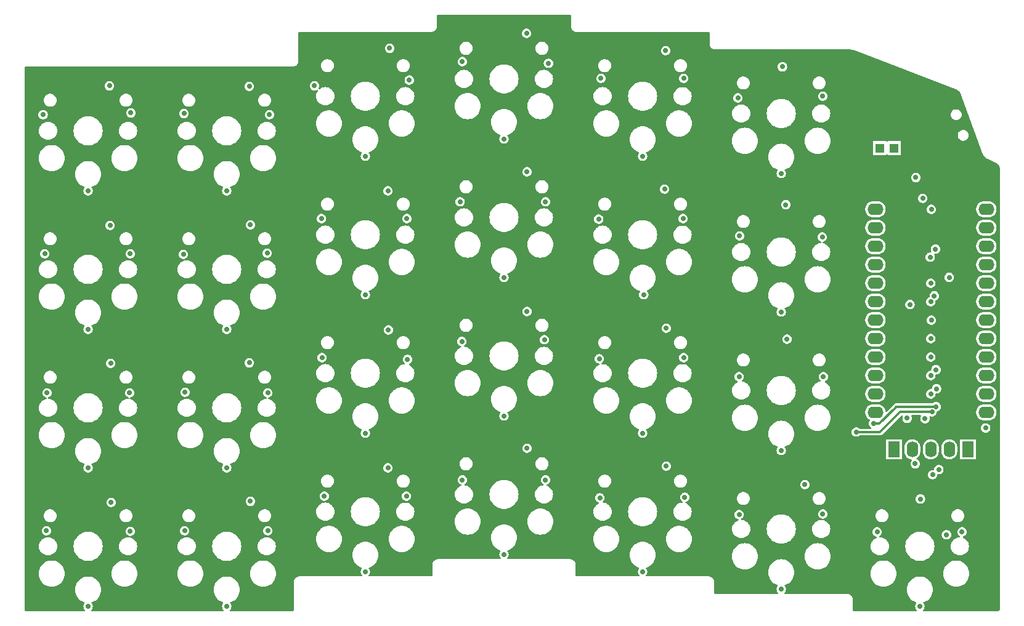
<source format=gbr>
G04 --- HEADER BEGIN --- *
G04 #@! TF.GenerationSoftware,LibrePCB,LibrePCB,0.1.7*
G04 #@! TF.CreationDate,2023-07-24T22:05:17*
G04 #@! TF.ProjectId,kbdkid3,8968376b-f35a-430f-8fb1-af8ab2fa8879,v1*
G04 #@! TF.Part,Single*
G04 #@! TF.SameCoordinates*
G04 #@! TF.FileFunction,Copper,L3,Inr*
G04 #@! TF.FilePolarity,Positive*
%FSLAX66Y66*%
%MOMM*%
G01*
G75*
G04 --- HEADER END --- *
G04 --- APERTURE LIST BEGIN --- *
G04 #@! TA.AperFunction,ComponentPad*
%ADD10O,1.2X1.3*%
%ADD11R,1.2X1.3*%
%ADD12O,1.587X2.19*%
%ADD13R,1.587X2.19*%
%ADD14O,2.19X1.587*%
G04 #@! TA.AperFunction,ViaPad*
%ADD15C,0.7*%
%ADD16C,0.9*%
G04 #@! TA.AperFunction,Conductor*
%ADD17C,0.3*%
%ADD18C,0.01*%
G04 #@! TD*
G04 --- APERTURE LIST END --- *
G04 --- BOARD BEGIN --- *
D10*
G04 #@! TO.N,N103*
G04 #@! TO.C,J2*
G04 #@! TO.P,J2,2,2*
X119824375Y63986875D03*
D11*
G04 #@! TO.N,N99*
G04 #@! TO.P,J2,1,1*
X117824375Y63986875D03*
D10*
G04 #@! TO.N,N95*
G04 #@! TO.C,J1*
G04 #@! TO.P,J1,2,2*
X117824375Y63986875D03*
D11*
G04 #@! TO.N,N44*
G04 #@! TO.P,J1,1,1*
X119824375Y63986875D03*
D12*
G04 #@! TO.N,N94*
G04 #@! TO.C,DS2*
G04 #@! TO.P,DS2,VCC,VCC*
X124848750Y22542500D03*
G04 #@! TO.N,N98*
G04 #@! TO.P,DS2,GND,GND*
X122308750Y22542500D03*
G04 #@! TO.N,N91*
G04 #@! TO.P,DS2,CS,CS*
X119768750Y22542500D03*
G04 #@! TO.N,N90*
G04 #@! TO.P,DS2,SCK,SCK*
X127388750Y22542500D03*
D13*
G04 #@! TO.N,N97*
G04 #@! TO.P,DS2,MOSI,MOSI*
X129928750Y22542500D03*
D14*
G04 #@! TO.N,N71*
G04 #@! TO.C,U1*
G04 #@! TO.P,U1,031,D21/P031*
X117228750Y45402500D03*
G04 #@! TO.N,N68*
G04 #@! TO.P,U1,115,D18/P115*
X117228750Y37782500D03*
G04 #@! TO.N,N60*
G04 #@! TO.P,U1,020,D3/P020*
X132468750Y42862500D03*
G04 #@! TO.N,N/C*
G04 #@! TO.P,U1,100,D6/P100*
X132468750Y35242500D03*
G04 #@! TO.N,N62*
G04 #@! TO.P,U1,104,D8/P104*
X132468750Y30162500D03*
G04 #@! TO.N,N55*
G04 #@! TO.P,U1,VBAT,VBAT*
X117228750Y55562500D03*
G04 #@! TO.N,N65*
G04 #@! TO.P,U1,111,D14/P111*
X117228750Y32702500D03*
G04 #@! TO.N,N58*
G04 #@! TO.P,U1,006,D1/P006/TXD*
X132468750Y55562500D03*
G04 #@! TO.N,N/C*
G04 #@! TO.P,U1,008,D0/P008/RXD*
X132468750Y53022500D03*
G04 #@! TO.N,N73*
G04 #@! TO.P,U1,RESET,RESET*
X117228750Y50482500D03*
G04 #@! TO.N,N/C*
G04 #@! TO.P,U1,022,D4/P022*
X132468750Y40322500D03*
G04 #@! TO.N,N61*
G04 #@! TO.P,U1,011,D7/P011*
X132468750Y32702500D03*
G04 #@! TO.N,N67*
G04 #@! TO.P,U1,010,D16/P010*
X117228750Y30162500D03*
G04 #@! TO.N,N57*
G04 #@! TO.P,U1,GND_3,GND*
X132468750Y50482500D03*
G04 #@! TO.N,N/C*
G04 #@! TO.P,U1,024,D5/P024*
X132468750Y37782500D03*
G04 #@! TO.N,N59*
G04 #@! TO.P,U1,017,D2/P017*
X132468750Y45402500D03*
G04 #@! TO.N,N70*
G04 #@! TO.P,U1,029,D20/P029*
X117228750Y42862500D03*
G04 #@! TO.N,N69*
G04 #@! TO.P,U1,002,D19/P002*
X117228750Y40322500D03*
G04 #@! TO.N,N63*
G04 #@! TO.P,U1,106,D9/P106*
X132468750Y27622500D03*
G04 #@! TO.N,N74*
G04 #@! TO.P,U1,EXT_VCC,EXT_VCC*
X117228750Y47942500D03*
G04 #@! TO.N,N57*
G04 #@! TO.P,U1,GND_1,GND*
X117228750Y53022500D03*
G04 #@! TO.N,N64*
G04 #@! TO.P,U1,009,D10/P009*
X117228750Y27622500D03*
G04 #@! TO.N,N66*
G04 #@! TO.P,U1,113,D15/P113*
X117228750Y35242500D03*
G04 #@! TO.N,N57*
G04 #@! TO.P,U1,GND_2,GND*
X132468750Y47942500D03*
D12*
G04 #@! TO.N,N75*
G04 #@! TO.C,DS1*
G04 #@! TO.P,DS1,VCC,VCC*
X124848750Y22542500D03*
G04 #@! TO.N,N76*
G04 #@! TO.P,DS1,GND,GND*
X127388750Y22542500D03*
G04 #@! TO.N,N80*
G04 #@! TO.P,DS1,CS,CS*
X129928750Y22542500D03*
G04 #@! TO.N,N77*
G04 #@! TO.P,DS1,SCK,SCK*
X122308750Y22542500D03*
D13*
G04 #@! TO.N,N79*
G04 #@! TO.P,DS1,MOSI,MOSI*
X119768750Y22542500D03*
D14*
G04 #@! TO.N,N86*
G04 #@! TO.C,U2*
G04 #@! TO.P,U2,031,D21/P031*
X132468750Y45402500D03*
G04 #@! TO.N,N84*
G04 #@! TO.P,U2,115,D18/P115*
X132468750Y37782500D03*
G04 #@! TO.N,N101*
G04 #@! TO.P,U2,020,D3/P020*
X117228750Y42862500D03*
G04 #@! TO.N,N/C*
G04 #@! TO.P,U2,100,D6/P100*
X117228750Y35242500D03*
G04 #@! TO.N,N100*
G04 #@! TO.P,U2,104,D8/P104*
X117228750Y30162500D03*
G04 #@! TO.N,N78*
G04 #@! TO.P,U2,VBAT,VBAT*
X132468750Y55562500D03*
G04 #@! TO.N,N56*
G04 #@! TO.P,U2,111,D14/P111*
X132468750Y32702500D03*
G04 #@! TO.N,N102*
G04 #@! TO.P,U2,006,D1/P006/TXD*
X117228750Y55562500D03*
G04 #@! TO.N,N/C*
G04 #@! TO.P,U2,008,D0/P008/RXD*
X117228750Y53022500D03*
G04 #@! TO.N,N89*
G04 #@! TO.P,U2,RESET,RESET*
X132468750Y50482500D03*
G04 #@! TO.N,N/C*
G04 #@! TO.P,U2,022,D4/P022*
X117228750Y40322500D03*
G04 #@! TO.N,N43*
G04 #@! TO.P,U2,011,D7/P011*
X117228750Y32702500D03*
G04 #@! TO.N,N96*
G04 #@! TO.P,U2,010,D16/P010*
X132468750Y30162500D03*
G04 #@! TO.N,N81*
G04 #@! TO.P,U2,GND_3,GND*
X117228750Y50482500D03*
G04 #@! TO.N,N/C*
G04 #@! TO.P,U2,024,D5/P024*
X117228750Y37782500D03*
G04 #@! TO.N,N82*
G04 #@! TO.P,U2,017,D2/P017*
X117228750Y45402500D03*
G04 #@! TO.N,N85*
G04 #@! TO.P,U2,029,D20/P029*
X132468750Y42862500D03*
G04 #@! TO.N,N92*
G04 #@! TO.P,U2,002,D19/P002*
X132468750Y40322500D03*
G04 #@! TO.N,N88*
G04 #@! TO.P,U2,106,D9/P106*
X117228750Y27622500D03*
G04 #@! TO.N,N93*
G04 #@! TO.P,U2,EXT_VCC,EXT_VCC*
X132468750Y47942500D03*
G04 #@! TO.N,N81*
G04 #@! TO.P,U2,GND_1,GND*
X132468750Y53022500D03*
G04 #@! TO.N,N87*
G04 #@! TO.P,U2,009,D10/P009*
X132468750Y27622500D03*
G04 #@! TO.N,N83*
G04 #@! TO.P,U2,113,D15/P113*
X132468750Y35242500D03*
G04 #@! TO.N,N81*
G04 #@! TO.P,U2,GND_2,GND*
X117228750Y47942500D03*
D15*
G04 #@! TD.C*
G04 #@! TD.P*
G04 #@! TO.N,N29*
X91043125Y15954375D03*
G04 #@! TO.N,N52*
X14843125Y49450625D03*
G04 #@! TO.N,N30*
X110013750Y13652500D03*
G04 #@! TO.N,CS*
X124928125Y55562500D03*
X122705625Y20558125D03*
X125483750Y50085625D03*
G04 #@! TO.N,N50*
X52943125Y34925000D03*
G04 #@! TO.N,N72*
X122793125Y59928125D03*
X123737500Y57070625D03*
G04 #@! TO.N,N47*
X90884375Y35163125D03*
G04 #@! TO.N,N28*
X33655000Y49530000D03*
G04 #@! TO.N,N25*
X71755000Y37623750D03*
D16*
G04 #@! TO.N,GND*
X127547500Y50482500D03*
D15*
G04 #@! TO.N,C0*
X9048750Y39052500D03*
X9048750Y20002500D03*
X9048750Y58102500D03*
X9048750Y952500D03*
X124848750Y30162500D03*
D16*
G04 #@! TO.N,GND*
X122150000Y47942500D03*
D15*
X128103125Y26908125D03*
G04 #@! TO.N,N36*
X129143125Y11191875D03*
D16*
G04 #@! TO.N,GND*
X122150000Y50482500D03*
D15*
G04 #@! TO.N,N37*
X110093125Y32543750D03*
G04 #@! TO.N,N1*
X2857500Y68580000D03*
G04 #@! TO.N,MOSI*
X125086875Y19050000D03*
X127388750Y46196250D03*
X132389375Y25479375D03*
D16*
G04 #@! TO.N,GND*
X122150000Y53022500D03*
D15*
X122864375Y26908125D03*
X124221875Y62388750D03*
G04 #@! TO.N,N46*
X14843125Y11271250D03*
G04 #@! TO.N,N7*
X60166250Y56594375D03*
G04 #@! TO.N,C1*
X28098750Y39052500D03*
X28098750Y58102500D03*
X28098750Y952500D03*
X28098750Y20002500D03*
X124848750Y37782500D03*
G04 #@! TO.N,N21*
X98345625Y70881875D03*
G04 #@! TO.N,R2*
X105092500Y37703125D03*
X50323750Y38973125D03*
X88503125Y39211250D03*
X125563125Y28416250D03*
X69373750Y41513125D03*
X31194375Y34448750D03*
X116990625Y26114375D03*
X12144375Y34369375D03*
D17*
X117784375Y26114375D02*
X120006875Y28336875D01*
X120006875Y28336875D02*
X120086250Y28416250D01*
X120086250Y28416250D02*
X125563125Y28416250D01*
X116990625Y26114375D02*
X117784375Y26114375D01*
D15*
G04 #@! TO.N,N5*
X41116250Y54292500D03*
G04 #@! TO.N,N51*
X14922500Y68818125D03*
G04 #@! TO.N,N40*
X109934375Y51752500D03*
G04 #@! TO.N,N10*
X3413125Y30321250D03*
G04 #@! TO.N,N14*
X3333750Y11350625D03*
G04 #@! TO.N,N41*
X71913750Y18335625D03*
G04 #@! TO.N,N35*
X90805000Y54292500D03*
G04 #@! TO.N,N23*
X98504375Y13573125D03*
G04 #@! TO.N,N31*
X33734375Y30321250D03*
G04 #@! TO.N,N26*
X53181250Y73342500D03*
G04 #@! TO.N,SCK*
X125325000Y43656250D03*
X121594375Y26828750D03*
X125960000Y19764375D03*
X121991250Y42465625D03*
G04 #@! TO.N,N24*
X98504375Y32543750D03*
G04 #@! TO.N,N49*
X110013750Y71120000D03*
G04 #@! TO.N,C2*
X47148750Y5715000D03*
X47148750Y24765000D03*
X47148750Y62865000D03*
X47148750Y43815000D03*
X124848750Y32702500D03*
G04 #@! TO.N,N42*
X72310625Y75644375D03*
G04 #@! TO.N,C6*
X124848750Y45402500D03*
X127000000Y10795000D03*
X123348750Y952500D03*
G04 #@! TO.N,R1*
X31353125Y53419375D03*
X50244375Y58102500D03*
X104933750Y56197500D03*
X88265000Y58340625D03*
X12065000Y53340000D03*
X69373750Y60721875D03*
X125642500Y30876875D03*
G04 #@! TO.N,VCC*
X124055000Y26749375D03*
X124769375Y48974375D03*
G04 #@! TO.N,N12*
X22383750Y30400625D03*
G04 #@! TO.N,N48*
X33734375Y11350625D03*
G04 #@! TO.N,N4*
X60483750Y75882500D03*
G04 #@! TO.N,N2*
X22225000Y68738750D03*
G04 #@! TO.N,N16*
X22304375Y11350625D03*
G04 #@! TO.N,N27*
X117475000Y11191875D03*
G04 #@! TO.N,N11*
X60404375Y37385625D03*
G04 #@! TO.N,C4*
X85248750Y24765000D03*
X85248750Y5715000D03*
X85407500Y43815000D03*
X85248750Y62865000D03*
X124928125Y40322500D03*
G04 #@! TO.N,N45*
X71913750Y56594375D03*
G04 #@! TO.N,N19*
X79375000Y15875000D03*
G04 #@! TO.N,N22*
X98583750Y51911250D03*
D16*
G04 #@! TO.N,GND*
X118745000Y59769375D03*
D15*
G04 #@! TO.N,N32*
X90884375Y73580625D03*
G04 #@! TO.N,N33*
X52784375Y16113125D03*
G04 #@! TO.N,N53*
X14763750Y30321250D03*
D16*
G04 #@! TO.N,GND*
X127706250Y53022500D03*
D15*
G04 #@! TO.N,N13*
X41513125Y16113125D03*
G04 #@! TO.N,R0*
X50482500Y77708125D03*
X104457500Y75168125D03*
X125563125Y33496250D03*
X31194375Y72469375D03*
X69294375Y79771875D03*
X11985625Y72548750D03*
X88423750Y77390625D03*
G04 #@! TO.N,N6*
X3095625Y49450625D03*
G04 #@! TO.N,N15*
X60483750Y18335625D03*
G04 #@! TO.N,N17*
X79533750Y73580625D03*
G04 #@! TO.N,N3*
X40163750Y72548750D03*
G04 #@! TO.N,N9*
X41195625Y35163125D03*
G04 #@! TO.N,R3*
X125007500Y27701875D03*
X31353125Y15398750D03*
X123428125Y15716250D03*
X88503125Y20240625D03*
X107553125Y17700625D03*
X114617500Y24923750D03*
X12223750Y15240000D03*
X69373750Y22701250D03*
X50244375Y20002500D03*
D17*
X114617500Y24923750D02*
X117863750Y24923750D01*
X119689375Y26749375D02*
X120641875Y27701875D01*
X120641875Y27701875D02*
X125007500Y27701875D01*
X117863750Y24923750D02*
X119689375Y26749375D01*
D15*
G04 #@! TO.N,N8*
X22145625Y49371250D03*
G04 #@! TO.N,N39*
X52863750Y54292500D03*
G04 #@! TO.N,C5*
X124848750Y42862500D03*
X104298750Y41433750D03*
X104298750Y3333750D03*
X104298750Y22383750D03*
X104298750Y60483750D03*
G04 #@! TO.N,N20*
X79295625Y35004375D03*
D16*
G04 #@! TO.N,GND*
X127547500Y47942500D03*
D15*
G04 #@! TO.N,N38*
X33972500Y68580000D03*
G04 #@! TO.N,N18*
X79216250Y54213125D03*
G04 #@! TO.N,C3*
X66198750Y65246250D03*
X124848750Y35242500D03*
X66198750Y8096250D03*
X66198750Y27146250D03*
X66198750Y46196250D03*
D18*
G04 #@! TA.AperFunction,Conductor*
G04 #@! TO.N,GND*
G36*
X8607855Y319500D02*
X8644045Y370395D01*
X8642983Y432836D01*
X8614840Y474851D01*
X8566745Y517460D01*
X8558784Y526446D01*
X8476637Y645456D01*
X8471061Y656080D01*
X8419780Y791297D01*
X8416910Y802943D01*
X8399479Y946496D01*
X8399479Y958504D01*
X8416910Y1102057D01*
X8419780Y1113703D01*
X8471061Y1248920D01*
X8476637Y1259544D01*
X8558781Y1378550D01*
X8559003Y1378801D01*
X8559085Y1378991D01*
X8562218Y1383530D01*
X8561314Y1384154D01*
X8583754Y1436137D01*
X8569662Y1496976D01*
X8519104Y1538815D01*
X8304352Y1618913D01*
X8297868Y1621874D01*
X8078733Y1741532D01*
X8072736Y1745386D01*
X7872860Y1895010D01*
X7867477Y1899675D01*
X7690925Y2076227D01*
X7686260Y2081610D01*
X7536636Y2281486D01*
X7532782Y2287483D01*
X7413124Y2506618D01*
X7410163Y2513102D01*
X7322910Y2747038D01*
X7320905Y2753864D01*
X7267830Y2997844D01*
X7266816Y3004899D01*
X7249005Y3253935D01*
X7249005Y3261065D01*
X7266816Y3510101D01*
X7267830Y3517156D01*
X7320905Y3761136D01*
X7322910Y3767962D01*
X7410163Y4001898D01*
X7413124Y4008382D01*
X7532782Y4227517D01*
X7536636Y4233514D01*
X7686260Y4433390D01*
X7690925Y4438773D01*
X7867477Y4615325D01*
X7872860Y4619990D01*
X8072736Y4769614D01*
X8078733Y4773468D01*
X8297868Y4893126D01*
X8304352Y4896087D01*
X8538288Y4983340D01*
X8545114Y4985345D01*
X8789094Y5038420D01*
X8796149Y5039434D01*
X8915678Y5047982D01*
X8915678Y7212162D01*
X8908887Y7212626D01*
X8645214Y7248868D01*
X8638555Y7250252D01*
X8382282Y7322056D01*
X8375853Y7324341D01*
X8131758Y7430367D01*
X8125697Y7433508D01*
X7898312Y7571782D01*
X7892736Y7575718D01*
X7686294Y7743672D01*
X7681309Y7748328D01*
X7499660Y7942826D01*
X7495359Y7948112D01*
X7341879Y8165544D01*
X7338344Y8171357D01*
X7215893Y8407675D01*
X7213185Y8413911D01*
X7124061Y8664681D01*
X7122218Y8671260D01*
X7068074Y8931817D01*
X7067145Y8938576D01*
X7048983Y9204094D01*
X7048983Y9210906D01*
X7067145Y9476424D01*
X7068074Y9483183D01*
X7122218Y9743740D01*
X7124061Y9750319D01*
X7213185Y10001089D01*
X7215893Y10007325D01*
X7338344Y10243643D01*
X7341879Y10249456D01*
X7495359Y10466888D01*
X7499660Y10472174D01*
X7681309Y10666672D01*
X7686294Y10671328D01*
X7892736Y10839282D01*
X7898312Y10843218D01*
X8125697Y10981492D01*
X8131758Y10984633D01*
X8375853Y11090659D01*
X8382282Y11092944D01*
X8638555Y11164748D01*
X8645214Y11166132D01*
X8908887Y11202374D01*
X8915678Y11202838D01*
X8976453Y11202838D01*
X8976453Y19357239D01*
X8964524Y19358688D01*
X8824135Y19393290D01*
X8812899Y19397551D01*
X8684868Y19464747D01*
X8674976Y19471575D01*
X8566745Y19567460D01*
X8558784Y19576446D01*
X8476637Y19695456D01*
X8471061Y19706080D01*
X8419780Y19841297D01*
X8416910Y19852943D01*
X8399479Y19996496D01*
X8399479Y20008504D01*
X8416910Y20152057D01*
X8419780Y20163703D01*
X8471061Y20298920D01*
X8476637Y20309544D01*
X8558781Y20428550D01*
X8559003Y20428801D01*
X8559085Y20428991D01*
X8562218Y20433530D01*
X8561314Y20434154D01*
X8583754Y20486137D01*
X8569662Y20546976D01*
X8519104Y20588815D01*
X8304352Y20668913D01*
X8297868Y20671874D01*
X8078733Y20791532D01*
X8072736Y20795386D01*
X7872860Y20945010D01*
X7867477Y20949675D01*
X7690925Y21126227D01*
X7686260Y21131610D01*
X7536636Y21331486D01*
X7532782Y21337483D01*
X7413124Y21556618D01*
X7410163Y21563102D01*
X7322910Y21797038D01*
X7320905Y21803864D01*
X7267830Y22047844D01*
X7266816Y22054899D01*
X7249005Y22303935D01*
X7249005Y22311065D01*
X7266816Y22560101D01*
X7267830Y22567156D01*
X7320905Y22811136D01*
X7322910Y22817962D01*
X7410163Y23051898D01*
X7413124Y23058382D01*
X7532782Y23277517D01*
X7536636Y23283514D01*
X7686260Y23483390D01*
X7690925Y23488773D01*
X7867477Y23665325D01*
X7872860Y23669990D01*
X8072736Y23819614D01*
X8078733Y23823468D01*
X8297868Y23943126D01*
X8304352Y23946087D01*
X8538288Y24033340D01*
X8545114Y24035345D01*
X8789094Y24088420D01*
X8796149Y24089434D01*
X8915678Y24097982D01*
X8915678Y26262162D01*
X8908887Y26262626D01*
X8645214Y26298868D01*
X8638555Y26300252D01*
X8382282Y26372056D01*
X8375853Y26374341D01*
X8131758Y26480367D01*
X8125697Y26483508D01*
X7898312Y26621782D01*
X7892736Y26625718D01*
X7686294Y26793672D01*
X7681309Y26798328D01*
X7499660Y26992826D01*
X7495359Y26998112D01*
X7341879Y27215544D01*
X7338344Y27221357D01*
X7215893Y27457675D01*
X7213185Y27463911D01*
X7124061Y27714681D01*
X7122218Y27721260D01*
X7068074Y27981817D01*
X7067145Y27988576D01*
X7048983Y28254094D01*
X7048983Y28260906D01*
X7067145Y28526424D01*
X7068074Y28533183D01*
X7122218Y28793740D01*
X7124061Y28800319D01*
X7213185Y29051089D01*
X7215893Y29057325D01*
X7338344Y29293643D01*
X7341879Y29299456D01*
X7495359Y29516888D01*
X7499660Y29522174D01*
X7681309Y29716672D01*
X7686294Y29721328D01*
X7892736Y29889282D01*
X7898312Y29893218D01*
X8125697Y30031492D01*
X8131758Y30034633D01*
X8375853Y30140659D01*
X8382282Y30142944D01*
X8638555Y30214748D01*
X8645214Y30216132D01*
X8908887Y30252374D01*
X8915678Y30252838D01*
X8976453Y30252838D01*
X8976453Y38407239D01*
X8964524Y38408688D01*
X8824135Y38443290D01*
X8812899Y38447551D01*
X8684868Y38514747D01*
X8674976Y38521575D01*
X8566745Y38617460D01*
X8558784Y38626446D01*
X8476637Y38745456D01*
X8471061Y38756080D01*
X8419780Y38891297D01*
X8416910Y38902943D01*
X8399479Y39046496D01*
X8399479Y39058504D01*
X8416910Y39202057D01*
X8419780Y39213703D01*
X8471061Y39348920D01*
X8476637Y39359544D01*
X8558781Y39478550D01*
X8559003Y39478801D01*
X8559085Y39478991D01*
X8562218Y39483530D01*
X8561314Y39484154D01*
X8583754Y39536137D01*
X8569662Y39596976D01*
X8519104Y39638815D01*
X8304352Y39718913D01*
X8297868Y39721874D01*
X8078733Y39841532D01*
X8072736Y39845386D01*
X7872860Y39995010D01*
X7867477Y39999675D01*
X7690925Y40176227D01*
X7686260Y40181610D01*
X7536636Y40381486D01*
X7532782Y40387483D01*
X7413124Y40606618D01*
X7410163Y40613102D01*
X7322910Y40847038D01*
X7320905Y40853864D01*
X7267830Y41097844D01*
X7266816Y41104899D01*
X7249005Y41353935D01*
X7249005Y41361065D01*
X7266816Y41610101D01*
X7267830Y41617156D01*
X7320905Y41861136D01*
X7322910Y41867962D01*
X7410163Y42101898D01*
X7413124Y42108382D01*
X7532782Y42327517D01*
X7536636Y42333514D01*
X7686260Y42533390D01*
X7690925Y42538773D01*
X7867477Y42715325D01*
X7872860Y42719990D01*
X8072736Y42869614D01*
X8078733Y42873468D01*
X8297868Y42993126D01*
X8304352Y42996087D01*
X8538288Y43083340D01*
X8545114Y43085345D01*
X8789094Y43138420D01*
X8796149Y43139434D01*
X8915678Y43147982D01*
X8915678Y45312162D01*
X8908887Y45312626D01*
X8645214Y45348868D01*
X8638555Y45350252D01*
X8382282Y45422056D01*
X8375853Y45424341D01*
X8131758Y45530367D01*
X8125697Y45533508D01*
X7898312Y45671782D01*
X7892736Y45675718D01*
X7686294Y45843672D01*
X7681309Y45848328D01*
X7499660Y46042826D01*
X7495359Y46048112D01*
X7341879Y46265544D01*
X7338344Y46271357D01*
X7215893Y46507675D01*
X7213185Y46513911D01*
X7124061Y46764681D01*
X7122218Y46771260D01*
X7068074Y47031817D01*
X7067145Y47038576D01*
X7048983Y47304094D01*
X7048983Y47310906D01*
X7067145Y47576424D01*
X7068074Y47583183D01*
X7122218Y47843740D01*
X7124061Y47850319D01*
X7213185Y48101089D01*
X7215893Y48107325D01*
X7338344Y48343643D01*
X7341879Y48349456D01*
X7495359Y48566888D01*
X7499660Y48572174D01*
X7681309Y48766672D01*
X7686294Y48771328D01*
X7892736Y48939282D01*
X7898312Y48943218D01*
X8125697Y49081492D01*
X8131758Y49084633D01*
X8375853Y49190659D01*
X8382282Y49192944D01*
X8638555Y49264748D01*
X8645214Y49266132D01*
X8908887Y49302374D01*
X8915678Y49302838D01*
X8976453Y49302838D01*
X8976453Y57457239D01*
X8964524Y57458688D01*
X8824135Y57493290D01*
X8812899Y57497551D01*
X8684868Y57564747D01*
X8674976Y57571575D01*
X8566745Y57667460D01*
X8558784Y57676446D01*
X8476637Y57795456D01*
X8471061Y57806080D01*
X8419780Y57941297D01*
X8416910Y57952943D01*
X8399479Y58096496D01*
X8399479Y58108504D01*
X8416910Y58252057D01*
X8419780Y58263703D01*
X8471061Y58398920D01*
X8476637Y58409544D01*
X8558781Y58528550D01*
X8559003Y58528801D01*
X8559085Y58528991D01*
X8562218Y58533530D01*
X8561314Y58534154D01*
X8583754Y58586137D01*
X8569662Y58646976D01*
X8519104Y58688815D01*
X8304352Y58768913D01*
X8297868Y58771874D01*
X8078733Y58891532D01*
X8072736Y58895386D01*
X7872860Y59045010D01*
X7867477Y59049675D01*
X7690925Y59226227D01*
X7686260Y59231610D01*
X7536636Y59431486D01*
X7532782Y59437483D01*
X7413124Y59656618D01*
X7410163Y59663102D01*
X7322910Y59897038D01*
X7320905Y59903864D01*
X7267830Y60147844D01*
X7266816Y60154899D01*
X7249005Y60403935D01*
X7249005Y60411065D01*
X7266816Y60660101D01*
X7267830Y60667156D01*
X7320905Y60911136D01*
X7322910Y60917962D01*
X7410163Y61151898D01*
X7413124Y61158382D01*
X7532782Y61377517D01*
X7536636Y61383514D01*
X7686260Y61583390D01*
X7690925Y61588773D01*
X7867477Y61765325D01*
X7872860Y61769990D01*
X8072736Y61919614D01*
X8078733Y61923468D01*
X8297868Y62043126D01*
X8304352Y62046087D01*
X8538288Y62133340D01*
X8545114Y62135345D01*
X8789094Y62188420D01*
X8796149Y62189434D01*
X8915678Y62197982D01*
X8915678Y64362162D01*
X8908887Y64362626D01*
X8645214Y64398868D01*
X8638555Y64400252D01*
X8382282Y64472056D01*
X8375853Y64474341D01*
X8131758Y64580367D01*
X8125697Y64583508D01*
X7898312Y64721782D01*
X7892736Y64725718D01*
X7686294Y64893672D01*
X7681309Y64898328D01*
X7499660Y65092826D01*
X7495359Y65098112D01*
X7341879Y65315544D01*
X7338344Y65321357D01*
X7215893Y65557675D01*
X7213185Y65563911D01*
X7124061Y65814681D01*
X7122218Y65821260D01*
X7068074Y66081817D01*
X7067145Y66088576D01*
X7048983Y66354094D01*
X7048983Y66360906D01*
X7067145Y66626424D01*
X7068074Y66633183D01*
X7122218Y66893740D01*
X7124061Y66900319D01*
X7213185Y67151089D01*
X7215893Y67157325D01*
X7338344Y67393643D01*
X7341879Y67399456D01*
X7495359Y67616888D01*
X7499660Y67622174D01*
X7681309Y67816672D01*
X7686294Y67821328D01*
X7892736Y67989282D01*
X7898312Y67993218D01*
X8125697Y68131492D01*
X8131758Y68134633D01*
X8375853Y68240659D01*
X8382282Y68242944D01*
X8638555Y68314748D01*
X8645214Y68316132D01*
X8908887Y68352374D01*
X8915678Y68352838D01*
X9181822Y68352838D01*
X9188613Y68352374D01*
X9452286Y68316132D01*
X9458945Y68314748D01*
X9715218Y68242944D01*
X9721647Y68240659D01*
X9965742Y68134633D01*
X9971803Y68131492D01*
X10199188Y67993218D01*
X10204764Y67989282D01*
X10411206Y67821328D01*
X10416191Y67816672D01*
X10597840Y67622174D01*
X10602141Y67616888D01*
X10755621Y67399456D01*
X10759156Y67393643D01*
X10881607Y67157325D01*
X10884315Y67151089D01*
X10973439Y66900319D01*
X10975282Y66893740D01*
X11029426Y66633183D01*
X11030355Y66626424D01*
X11048517Y66360906D01*
X11048517Y66354094D01*
X11030355Y66088576D01*
X11029426Y66081817D01*
X10975282Y65821260D01*
X10973439Y65814681D01*
X10884315Y65563911D01*
X10881607Y65557675D01*
X10759156Y65321357D01*
X10755621Y65315544D01*
X10602141Y65098112D01*
X10597840Y65092826D01*
X10416191Y64898328D01*
X10411206Y64893672D01*
X10204764Y64725718D01*
X10199188Y64721782D01*
X9971803Y64583508D01*
X9965742Y64580367D01*
X9721647Y64474341D01*
X9715218Y64472056D01*
X9458945Y64400252D01*
X9452286Y64398868D01*
X9188613Y64362626D01*
X9181822Y64362162D01*
X8915678Y64362162D01*
X8915678Y62197982D01*
X9045185Y62207245D01*
X9052315Y62207245D01*
X9301351Y62189434D01*
X9308406Y62188420D01*
X9552386Y62135345D01*
X9559212Y62133340D01*
X9793148Y62046087D01*
X9799632Y62043126D01*
X10018767Y61923468D01*
X10024764Y61919614D01*
X10224640Y61769990D01*
X10230023Y61765325D01*
X10406575Y61588773D01*
X10411240Y61583390D01*
X10560864Y61383514D01*
X10564718Y61377517D01*
X10684376Y61158382D01*
X10687337Y61151898D01*
X10774590Y60917962D01*
X10776595Y60911136D01*
X10829670Y60667156D01*
X10830684Y60660101D01*
X10848495Y60411065D01*
X10848495Y60403935D01*
X10830684Y60154899D01*
X10829670Y60147844D01*
X10776595Y59903864D01*
X10774590Y59897038D01*
X10687337Y59663102D01*
X10684376Y59656618D01*
X10564718Y59437483D01*
X10560864Y59431486D01*
X10411240Y59231610D01*
X10406575Y59226227D01*
X10230023Y59049675D01*
X10224640Y59045010D01*
X10024764Y58895386D01*
X10018767Y58891532D01*
X9799632Y58771874D01*
X9793148Y58768913D01*
X9578396Y58688815D01*
X9529623Y58649812D01*
X9513501Y58589479D01*
X9536268Y58534211D01*
X9535282Y58533530D01*
X9538424Y58528978D01*
X9538497Y58528801D01*
X9538719Y58528550D01*
X9620863Y58409544D01*
X9626439Y58398920D01*
X9677720Y58263703D01*
X9680590Y58252057D01*
X9698021Y58108504D01*
X9698021Y58096496D01*
X9680590Y57952943D01*
X9677720Y57941297D01*
X9626439Y57806080D01*
X9620863Y57795456D01*
X9538716Y57676446D01*
X9530755Y57667460D01*
X9422524Y57571575D01*
X9412632Y57564747D01*
X9284601Y57497551D01*
X9273365Y57493290D01*
X9132976Y57458688D01*
X9121047Y57457239D01*
X8976453Y57457239D01*
X8976453Y49302838D01*
X9181822Y49302838D01*
X9188613Y49302374D01*
X9452286Y49266132D01*
X9458945Y49264748D01*
X9715218Y49192944D01*
X9721647Y49190659D01*
X9965742Y49084633D01*
X9971803Y49081492D01*
X10199188Y48943218D01*
X10204764Y48939282D01*
X10411206Y48771328D01*
X10416191Y48766672D01*
X10597840Y48572174D01*
X10602141Y48566888D01*
X10755621Y48349456D01*
X10759156Y48343643D01*
X10881607Y48107325D01*
X10884315Y48101089D01*
X10973439Y47850319D01*
X10975282Y47843740D01*
X11029426Y47583183D01*
X11030355Y47576424D01*
X11048517Y47310906D01*
X11048517Y47304094D01*
X11030355Y47038576D01*
X11029426Y47031817D01*
X10975282Y46771260D01*
X10973439Y46764681D01*
X10884315Y46513911D01*
X10881607Y46507675D01*
X10759156Y46271357D01*
X10755621Y46265544D01*
X10602141Y46048112D01*
X10597840Y46042826D01*
X10416191Y45848328D01*
X10411206Y45843672D01*
X10204764Y45675718D01*
X10199188Y45671782D01*
X9971803Y45533508D01*
X9965742Y45530367D01*
X9721647Y45424341D01*
X9715218Y45422056D01*
X9458945Y45350252D01*
X9452286Y45348868D01*
X9188613Y45312626D01*
X9181822Y45312162D01*
X8915678Y45312162D01*
X8915678Y43147982D01*
X9045185Y43157245D01*
X9052315Y43157245D01*
X9301351Y43139434D01*
X9308406Y43138420D01*
X9552386Y43085345D01*
X9559212Y43083340D01*
X9793148Y42996087D01*
X9799632Y42993126D01*
X10018767Y42873468D01*
X10024764Y42869614D01*
X10224640Y42719990D01*
X10230023Y42715325D01*
X10406575Y42538773D01*
X10411240Y42533390D01*
X10560864Y42333514D01*
X10564718Y42327517D01*
X10684376Y42108382D01*
X10687337Y42101898D01*
X10774590Y41867962D01*
X10776595Y41861136D01*
X10829670Y41617156D01*
X10830684Y41610101D01*
X10848495Y41361065D01*
X10848495Y41353935D01*
X10830684Y41104899D01*
X10829670Y41097844D01*
X10776595Y40853864D01*
X10774590Y40847038D01*
X10687337Y40613102D01*
X10684376Y40606618D01*
X10564718Y40387483D01*
X10560864Y40381486D01*
X10411240Y40181610D01*
X10406575Y40176227D01*
X10230023Y39999675D01*
X10224640Y39995010D01*
X10024764Y39845386D01*
X10018767Y39841532D01*
X9799632Y39721874D01*
X9793148Y39718913D01*
X9578396Y39638815D01*
X9529623Y39599812D01*
X9513501Y39539479D01*
X9536268Y39484211D01*
X9535282Y39483530D01*
X9538424Y39478978D01*
X9538497Y39478801D01*
X9538719Y39478550D01*
X9620863Y39359544D01*
X9626439Y39348920D01*
X9677720Y39213703D01*
X9680590Y39202057D01*
X9698021Y39058504D01*
X9698021Y39046496D01*
X9680590Y38902943D01*
X9677720Y38891297D01*
X9626439Y38756080D01*
X9620863Y38745456D01*
X9538716Y38626446D01*
X9530755Y38617460D01*
X9422524Y38521575D01*
X9412632Y38514747D01*
X9284601Y38447551D01*
X9273365Y38443290D01*
X9132976Y38408688D01*
X9121047Y38407239D01*
X8976453Y38407239D01*
X8976453Y30252838D01*
X9181822Y30252838D01*
X9188613Y30252374D01*
X9452286Y30216132D01*
X9458945Y30214748D01*
X9715218Y30142944D01*
X9721647Y30140659D01*
X9965742Y30034633D01*
X9971803Y30031492D01*
X10199188Y29893218D01*
X10204764Y29889282D01*
X10411206Y29721328D01*
X10416191Y29716672D01*
X10597840Y29522174D01*
X10602141Y29516888D01*
X10755621Y29299456D01*
X10759156Y29293643D01*
X10881607Y29057325D01*
X10884315Y29051089D01*
X10973439Y28800319D01*
X10975282Y28793740D01*
X11029426Y28533183D01*
X11030355Y28526424D01*
X11048517Y28260906D01*
X11048517Y28254094D01*
X11030355Y27988576D01*
X11029426Y27981817D01*
X10975282Y27721260D01*
X10973439Y27714681D01*
X10884315Y27463911D01*
X10881607Y27457675D01*
X10759156Y27221357D01*
X10755621Y27215544D01*
X10602141Y26998112D01*
X10597840Y26992826D01*
X10416191Y26798328D01*
X10411206Y26793672D01*
X10204764Y26625718D01*
X10199188Y26621782D01*
X9971803Y26483508D01*
X9965742Y26480367D01*
X9721647Y26374341D01*
X9715218Y26372056D01*
X9458945Y26300252D01*
X9452286Y26298868D01*
X9188613Y26262626D01*
X9181822Y26262162D01*
X8915678Y26262162D01*
X8915678Y24097982D01*
X9045185Y24107245D01*
X9052315Y24107245D01*
X9301351Y24089434D01*
X9308406Y24088420D01*
X9552386Y24035345D01*
X9559212Y24033340D01*
X9793148Y23946087D01*
X9799632Y23943126D01*
X10018767Y23823468D01*
X10024764Y23819614D01*
X10224640Y23669990D01*
X10230023Y23665325D01*
X10406575Y23488773D01*
X10411240Y23483390D01*
X10560864Y23283514D01*
X10564718Y23277517D01*
X10684376Y23058382D01*
X10687337Y23051898D01*
X10774590Y22817962D01*
X10776595Y22811136D01*
X10829670Y22567156D01*
X10830684Y22560101D01*
X10848495Y22311065D01*
X10848495Y22303935D01*
X10830684Y22054899D01*
X10829670Y22047844D01*
X10776595Y21803864D01*
X10774590Y21797038D01*
X10687337Y21563102D01*
X10684376Y21556618D01*
X10564718Y21337483D01*
X10560864Y21331486D01*
X10411240Y21131610D01*
X10406575Y21126227D01*
X10230023Y20949675D01*
X10224640Y20945010D01*
X10024764Y20795386D01*
X10018767Y20791532D01*
X9799632Y20671874D01*
X9793148Y20668913D01*
X9578396Y20588815D01*
X9529623Y20549812D01*
X9513501Y20489479D01*
X9536268Y20434211D01*
X9535282Y20433530D01*
X9538424Y20428978D01*
X9538497Y20428801D01*
X9538719Y20428550D01*
X9620863Y20309544D01*
X9626439Y20298920D01*
X9677720Y20163703D01*
X9680590Y20152057D01*
X9698021Y20008504D01*
X9698021Y19996496D01*
X9680590Y19852943D01*
X9677720Y19841297D01*
X9626439Y19706080D01*
X9620863Y19695456D01*
X9538716Y19576446D01*
X9530755Y19567460D01*
X9422524Y19471575D01*
X9412632Y19464747D01*
X9284601Y19397551D01*
X9273365Y19393290D01*
X9132976Y19358688D01*
X9121047Y19357239D01*
X8976453Y19357239D01*
X8976453Y11202838D01*
X9181822Y11202838D01*
X9188613Y11202374D01*
X9452286Y11166132D01*
X9458945Y11164748D01*
X9715218Y11092944D01*
X9721647Y11090659D01*
X9965742Y10984633D01*
X9971803Y10981492D01*
X10199188Y10843218D01*
X10204764Y10839282D01*
X10411206Y10671328D01*
X10416191Y10666672D01*
X10597840Y10472174D01*
X10602141Y10466888D01*
X10755621Y10249456D01*
X10759156Y10243643D01*
X10881607Y10007325D01*
X10884315Y10001089D01*
X10973439Y9750319D01*
X10975282Y9743740D01*
X11029426Y9483183D01*
X11030355Y9476424D01*
X11048517Y9210906D01*
X11048517Y9204094D01*
X11030355Y8938576D01*
X11029426Y8931817D01*
X10975282Y8671260D01*
X10973439Y8664681D01*
X10884315Y8413911D01*
X10881607Y8407675D01*
X10759156Y8171357D01*
X10755621Y8165544D01*
X10602141Y7948112D01*
X10597840Y7942826D01*
X10416191Y7748328D01*
X10411206Y7743672D01*
X10204764Y7575718D01*
X10199188Y7571782D01*
X9971803Y7433508D01*
X9965742Y7430367D01*
X9721647Y7324341D01*
X9715218Y7322056D01*
X9458945Y7250252D01*
X9452286Y7248868D01*
X9188613Y7212626D01*
X9181822Y7212162D01*
X8915678Y7212162D01*
X8915678Y5047982D01*
X9045185Y5057245D01*
X9052315Y5057245D01*
X9301351Y5039434D01*
X9308406Y5038420D01*
X9552386Y4985345D01*
X9559212Y4983340D01*
X9793148Y4896087D01*
X9799632Y4893126D01*
X10018767Y4773468D01*
X10024764Y4769614D01*
X10224640Y4619990D01*
X10230023Y4615325D01*
X10406575Y4438773D01*
X10411240Y4433390D01*
X10560864Y4233514D01*
X10564718Y4227517D01*
X10684376Y4008382D01*
X10687337Y4001898D01*
X10774590Y3767962D01*
X10776595Y3761136D01*
X10829670Y3517156D01*
X10830684Y3510101D01*
X10848495Y3261065D01*
X10848495Y3253935D01*
X10830684Y3004899D01*
X10829670Y2997844D01*
X10776595Y2753864D01*
X10774590Y2747038D01*
X10687337Y2513102D01*
X10684376Y2506618D01*
X10564718Y2287483D01*
X10560864Y2281486D01*
X10411240Y2081610D01*
X10406575Y2076227D01*
X10230023Y1899675D01*
X10224640Y1895010D01*
X10024764Y1745386D01*
X10018767Y1741532D01*
X9799632Y1621874D01*
X9793148Y1618913D01*
X9578396Y1538815D01*
X9529623Y1499812D01*
X9513501Y1439479D01*
X9536268Y1384211D01*
X9535282Y1383530D01*
X9538424Y1378978D01*
X9538497Y1378801D01*
X9538719Y1378550D01*
X9620863Y1259544D01*
X9626439Y1248920D01*
X9677720Y1113703D01*
X9680590Y1102057D01*
X9698021Y958504D01*
X9698021Y946496D01*
X9680590Y802943D01*
X9677720Y791297D01*
X9626439Y656080D01*
X9620863Y645456D01*
X9538716Y526446D01*
X9530755Y517460D01*
X9482660Y474851D01*
X9451183Y420914D01*
X9457845Y358820D01*
X9500045Y312787D01*
X9548972Y300000D01*
X12151453Y300000D01*
X12151453Y14594739D01*
X12139524Y14596188D01*
X11999135Y14630790D01*
X11987899Y14635051D01*
X11859868Y14702247D01*
X11849976Y14709075D01*
X11741745Y14804960D01*
X11733784Y14813946D01*
X11651637Y14932956D01*
X11646061Y14943580D01*
X11594780Y15078797D01*
X11591910Y15090443D01*
X11574479Y15233996D01*
X11574479Y15246004D01*
X11591910Y15389557D01*
X11594780Y15401203D01*
X11646061Y15536420D01*
X11651637Y15547044D01*
X11733784Y15666054D01*
X11741745Y15675040D01*
X11849976Y15770925D01*
X11859868Y15777753D01*
X11987899Y15844949D01*
X11999135Y15849210D01*
X12072078Y15867188D01*
X12072078Y33724114D01*
X12060149Y33725563D01*
X11919760Y33760165D01*
X11908524Y33764426D01*
X11780493Y33831622D01*
X11770601Y33838450D01*
X11662370Y33934335D01*
X11654409Y33943321D01*
X11572262Y34062331D01*
X11566686Y34072955D01*
X11515405Y34208172D01*
X11512535Y34219818D01*
X11495104Y34363371D01*
X11495104Y34375379D01*
X11512535Y34518932D01*
X11515405Y34530578D01*
X11566686Y34665795D01*
X11572262Y34676419D01*
X11654409Y34795429D01*
X11662370Y34804415D01*
X11770601Y34900300D01*
X11780493Y34907128D01*
X11908524Y34974324D01*
X11919760Y34978585D01*
X11992703Y34996563D01*
X11992703Y52694739D01*
X11980774Y52696188D01*
X11840385Y52730790D01*
X11829149Y52735051D01*
X11701118Y52802247D01*
X11691226Y52809075D01*
X11582995Y52904960D01*
X11575034Y52913946D01*
X11492887Y53032956D01*
X11487311Y53043580D01*
X11436030Y53178797D01*
X11433160Y53190443D01*
X11415729Y53333996D01*
X11415729Y53346004D01*
X11433160Y53489557D01*
X11436030Y53501203D01*
X11487311Y53636420D01*
X11492887Y53647044D01*
X11575034Y53766054D01*
X11582995Y53775040D01*
X11691226Y53870925D01*
X11701118Y53877753D01*
X11829149Y53944949D01*
X11840385Y53949210D01*
X11913328Y53967188D01*
X11913328Y71903489D01*
X11901399Y71904938D01*
X11761010Y71939540D01*
X11749774Y71943801D01*
X11621743Y72010997D01*
X11611851Y72017825D01*
X11503620Y72113710D01*
X11495659Y72122696D01*
X11413512Y72241706D01*
X11407936Y72252330D01*
X11356655Y72387547D01*
X11353785Y72399193D01*
X11336354Y72542746D01*
X11336354Y72554754D01*
X11353785Y72698307D01*
X11356655Y72709953D01*
X11407936Y72845170D01*
X11413512Y72855794D01*
X11495659Y72974804D01*
X11503620Y72983790D01*
X11611851Y73079675D01*
X11621743Y73086503D01*
X11749774Y73153699D01*
X11761010Y73157960D01*
X11901399Y73192562D01*
X11913328Y73194011D01*
X12057922Y73194011D01*
X12069851Y73192562D01*
X12210240Y73157960D01*
X12221476Y73153699D01*
X12349507Y73086503D01*
X12359399Y73079675D01*
X12467630Y72983790D01*
X12475591Y72974804D01*
X12557738Y72855794D01*
X12563314Y72845170D01*
X12614595Y72709953D01*
X12617465Y72698307D01*
X12634896Y72554754D01*
X12634896Y72542746D01*
X12617465Y72399193D01*
X12614595Y72387547D01*
X12563314Y72252330D01*
X12557738Y72241706D01*
X12475591Y72122696D01*
X12467630Y72113710D01*
X12359399Y72017825D01*
X12349507Y72010997D01*
X12221476Y71943801D01*
X12210240Y71939540D01*
X12069851Y71904938D01*
X12057922Y71903489D01*
X11913328Y71903489D01*
X11913328Y53967188D01*
X11980774Y53983812D01*
X11992703Y53985261D01*
X12137297Y53985261D01*
X12149226Y53983812D01*
X12289615Y53949210D01*
X12300851Y53944949D01*
X12428882Y53877753D01*
X12438774Y53870925D01*
X12547005Y53775040D01*
X12554966Y53766054D01*
X12637113Y53647044D01*
X12642689Y53636420D01*
X12693970Y53501203D01*
X12696840Y53489557D01*
X12714271Y53346004D01*
X12714271Y53333996D01*
X12696840Y53190443D01*
X12693970Y53178797D01*
X12642689Y53043580D01*
X12637113Y53032956D01*
X12554966Y52913946D01*
X12547005Y52904960D01*
X12438774Y52809075D01*
X12428882Y52802247D01*
X12300851Y52735051D01*
X12289615Y52730790D01*
X12149226Y52696188D01*
X12137297Y52694739D01*
X11992703Y52694739D01*
X11992703Y34996563D01*
X12060149Y35013187D01*
X12072078Y35014636D01*
X12216672Y35014636D01*
X12228601Y35013187D01*
X12368990Y34978585D01*
X12380226Y34974324D01*
X12508257Y34907128D01*
X12518149Y34900300D01*
X12626380Y34804415D01*
X12634341Y34795429D01*
X12716488Y34676419D01*
X12722064Y34665795D01*
X12773345Y34530578D01*
X12776215Y34518932D01*
X12793646Y34375379D01*
X12793646Y34363371D01*
X12776215Y34219818D01*
X12773345Y34208172D01*
X12722064Y34072955D01*
X12716488Y34062331D01*
X12634341Y33943321D01*
X12626380Y33934335D01*
X12518149Y33838450D01*
X12508257Y33831622D01*
X12380226Y33764426D01*
X12368990Y33760165D01*
X12228601Y33725563D01*
X12216672Y33724114D01*
X12072078Y33724114D01*
X12072078Y15867188D01*
X12139524Y15883812D01*
X12151453Y15885261D01*
X12296047Y15885261D01*
X12307976Y15883812D01*
X12448365Y15849210D01*
X12459601Y15844949D01*
X12587632Y15777753D01*
X12597524Y15770925D01*
X12705755Y15675040D01*
X12713716Y15666054D01*
X12795863Y15547044D01*
X12801439Y15536420D01*
X12852720Y15401203D01*
X12855590Y15389557D01*
X12873021Y15246004D01*
X12873021Y15233996D01*
X12855590Y15090443D01*
X12852720Y15078797D01*
X12801439Y14943580D01*
X12795863Y14932956D01*
X12713716Y14813946D01*
X12705755Y14804960D01*
X12597524Y14709075D01*
X12587632Y14702247D01*
X12459601Y14635051D01*
X12448365Y14630790D01*
X12307976Y14596188D01*
X12296047Y14594739D01*
X12151453Y14594739D01*
X12151453Y300000D01*
X14045185Y300000D01*
X14045185Y3657755D01*
X13796149Y3675566D01*
X13789094Y3676580D01*
X13545114Y3729655D01*
X13538288Y3731660D01*
X13304352Y3818913D01*
X13297868Y3821874D01*
X13078733Y3941532D01*
X13072736Y3945386D01*
X12872860Y4095010D01*
X12867477Y4099675D01*
X12690925Y4276227D01*
X12686260Y4281610D01*
X12536636Y4481486D01*
X12532782Y4487483D01*
X12413124Y4706618D01*
X12410163Y4713102D01*
X12322910Y4947038D01*
X12320905Y4953864D01*
X12267830Y5197844D01*
X12266816Y5204899D01*
X12249005Y5453935D01*
X12249005Y5461065D01*
X12266816Y5710101D01*
X12267830Y5717156D01*
X12320905Y5961136D01*
X12322910Y5967962D01*
X12410163Y6201898D01*
X12413124Y6208382D01*
X12532782Y6427517D01*
X12536636Y6433514D01*
X12686260Y6633390D01*
X12690925Y6638773D01*
X12867477Y6815325D01*
X12872860Y6819990D01*
X13072736Y6969614D01*
X13078733Y6973468D01*
X13297868Y7093126D01*
X13304352Y7096087D01*
X13538288Y7183340D01*
X13545114Y7185345D01*
X13789094Y7238420D01*
X13796149Y7239434D01*
X14045185Y7257245D01*
X14052315Y7257245D01*
X14301351Y7239434D01*
X14308406Y7238420D01*
X14544395Y7187083D01*
X14544395Y7957881D01*
X14336045Y7976109D01*
X14327473Y7977620D01*
X14125439Y8031755D01*
X14117270Y8034728D01*
X13927704Y8123124D01*
X13920172Y8127473D01*
X13748841Y8247440D01*
X13742182Y8253027D01*
X13594277Y8400932D01*
X13588690Y8407591D01*
X13468723Y8578922D01*
X13464374Y8586454D01*
X13375978Y8776020D01*
X13373005Y8784189D01*
X13318870Y8986223D01*
X13317359Y8994795D01*
X13299131Y9203145D01*
X13299131Y9211855D01*
X13317359Y9420205D01*
X13318870Y9428777D01*
X13373005Y9630811D01*
X13375978Y9638980D01*
X13464374Y9828546D01*
X13468723Y9836078D01*
X13588690Y10007409D01*
X13594277Y10014068D01*
X13742182Y10161973D01*
X13748841Y10167560D01*
X13920172Y10287527D01*
X13927704Y10291876D01*
X14117270Y10380272D01*
X14125439Y10383245D01*
X14179912Y10397841D01*
X14179912Y12512430D01*
X14169552Y12513519D01*
X13995757Y12550460D01*
X13985853Y12553678D01*
X13823529Y12625949D01*
X13814518Y12631152D01*
X13670770Y12735591D01*
X13663026Y12742564D01*
X13544139Y12874601D01*
X13538014Y12883032D01*
X13449182Y13036893D01*
X13444939Y13046423D01*
X13390035Y13215399D01*
X13387869Y13225589D01*
X13369298Y13402286D01*
X13369298Y13412714D01*
X13387869Y13589411D01*
X13390035Y13599601D01*
X13444939Y13768577D01*
X13449182Y13778107D01*
X13538014Y13931968D01*
X13544139Y13940399D01*
X13663026Y14072436D01*
X13670770Y14079409D01*
X13814518Y14183848D01*
X13823529Y14189051D01*
X13985853Y14261322D01*
X13995757Y14264540D01*
X14045185Y14275046D01*
X14045185Y22707755D01*
X13796149Y22725566D01*
X13789094Y22726580D01*
X13545114Y22779655D01*
X13538288Y22781660D01*
X13304352Y22868913D01*
X13297868Y22871874D01*
X13078733Y22991532D01*
X13072736Y22995386D01*
X12872860Y23145010D01*
X12867477Y23149675D01*
X12690925Y23326227D01*
X12686260Y23331610D01*
X12536636Y23531486D01*
X12532782Y23537483D01*
X12413124Y23756618D01*
X12410163Y23763102D01*
X12322910Y23997038D01*
X12320905Y24003864D01*
X12267830Y24247844D01*
X12266816Y24254899D01*
X12249005Y24503935D01*
X12249005Y24511065D01*
X12266816Y24760101D01*
X12267830Y24767156D01*
X12320905Y25011136D01*
X12322910Y25017962D01*
X12410163Y25251898D01*
X12413124Y25258382D01*
X12532782Y25477517D01*
X12536636Y25483514D01*
X12686260Y25683390D01*
X12690925Y25688773D01*
X12867477Y25865325D01*
X12872860Y25869990D01*
X13072736Y26019614D01*
X13078733Y26023468D01*
X13297868Y26143126D01*
X13304352Y26146087D01*
X13538288Y26233340D01*
X13545114Y26235345D01*
X13789094Y26288420D01*
X13796149Y26289434D01*
X14045185Y26307245D01*
X14052315Y26307245D01*
X14301351Y26289434D01*
X14308406Y26288420D01*
X14544395Y26237083D01*
X14544395Y27007881D01*
X14336045Y27026109D01*
X14327473Y27027620D01*
X14125439Y27081755D01*
X14117270Y27084728D01*
X13927704Y27173124D01*
X13920172Y27177473D01*
X13748841Y27297440D01*
X13742182Y27303027D01*
X13594277Y27450932D01*
X13588690Y27457591D01*
X13468723Y27628922D01*
X13464374Y27636454D01*
X13375978Y27826020D01*
X13373005Y27834189D01*
X13318870Y28036223D01*
X13317359Y28044795D01*
X13299131Y28253145D01*
X13299131Y28261855D01*
X13317359Y28470205D01*
X13318870Y28478777D01*
X13373005Y28680811D01*
X13375978Y28688980D01*
X13464374Y28878546D01*
X13468723Y28886078D01*
X13588690Y29057409D01*
X13594277Y29064068D01*
X13742182Y29211973D01*
X13748841Y29217560D01*
X13920172Y29337527D01*
X13927704Y29341876D01*
X14117270Y29430272D01*
X14125439Y29433245D01*
X14327473Y29487380D01*
X14336045Y29488891D01*
X14544395Y29507119D01*
X14546960Y29507119D01*
X14547890Y29507425D01*
X14548750Y29507500D01*
X14548732Y29507702D01*
X14606287Y29526619D01*
X14642477Y29577514D01*
X14641415Y29639955D01*
X14603516Y29689590D01*
X14570892Y29704213D01*
X14539133Y29712041D01*
X14527899Y29716301D01*
X14399868Y29783497D01*
X14389976Y29790325D01*
X14281745Y29886210D01*
X14273784Y29895196D01*
X14191637Y30014206D01*
X14186061Y30024830D01*
X14134780Y30160047D01*
X14131910Y30171693D01*
X14114479Y30315246D01*
X14114479Y30327254D01*
X14131910Y30470807D01*
X14134780Y30482453D01*
X14179912Y30601456D01*
X14179912Y31562430D01*
X14169552Y31563519D01*
X13995757Y31600460D01*
X13985853Y31603678D01*
X13823529Y31675949D01*
X13814518Y31681152D01*
X13670770Y31785591D01*
X13663026Y31792564D01*
X13544139Y31924601D01*
X13538014Y31933032D01*
X13449182Y32086893D01*
X13444939Y32096423D01*
X13390035Y32265399D01*
X13387869Y32275589D01*
X13369298Y32452286D01*
X13369298Y32462714D01*
X13387869Y32639411D01*
X13390035Y32649601D01*
X13444939Y32818577D01*
X13449182Y32828107D01*
X13538014Y32981968D01*
X13544139Y32990399D01*
X13663026Y33122436D01*
X13670770Y33129409D01*
X13814518Y33233848D01*
X13823529Y33239051D01*
X13985853Y33311322D01*
X13995757Y33314540D01*
X14045185Y33325046D01*
X14045185Y41757755D01*
X13796149Y41775566D01*
X13789094Y41776580D01*
X13545114Y41829655D01*
X13538288Y41831660D01*
X13304352Y41918913D01*
X13297868Y41921874D01*
X13078733Y42041532D01*
X13072736Y42045386D01*
X12872860Y42195010D01*
X12867477Y42199675D01*
X12690925Y42376227D01*
X12686260Y42381610D01*
X12536636Y42581486D01*
X12532782Y42587483D01*
X12413124Y42806618D01*
X12410163Y42813102D01*
X12322910Y43047038D01*
X12320905Y43053864D01*
X12267830Y43297844D01*
X12266816Y43304899D01*
X12249005Y43553935D01*
X12249005Y43561065D01*
X12266816Y43810101D01*
X12267830Y43817156D01*
X12320905Y44061136D01*
X12322910Y44067962D01*
X12410163Y44301898D01*
X12413124Y44308382D01*
X12532782Y44527517D01*
X12536636Y44533514D01*
X12686260Y44733390D01*
X12690925Y44738773D01*
X12867477Y44915325D01*
X12872860Y44919990D01*
X13072736Y45069614D01*
X13078733Y45073468D01*
X13297868Y45193126D01*
X13304352Y45196087D01*
X13538288Y45283340D01*
X13545114Y45285345D01*
X13789094Y45338420D01*
X13796149Y45339434D01*
X14045185Y45357245D01*
X14052315Y45357245D01*
X14301351Y45339434D01*
X14308406Y45338420D01*
X14544395Y45287083D01*
X14544395Y46057881D01*
X14336045Y46076109D01*
X14327473Y46077620D01*
X14125439Y46131755D01*
X14117270Y46134728D01*
X13927704Y46223124D01*
X13920172Y46227473D01*
X13748841Y46347440D01*
X13742182Y46353027D01*
X13594277Y46500932D01*
X13588690Y46507591D01*
X13468723Y46678922D01*
X13464374Y46686454D01*
X13375978Y46876020D01*
X13373005Y46884189D01*
X13318870Y47086223D01*
X13317359Y47094795D01*
X13299131Y47303145D01*
X13299131Y47311855D01*
X13317359Y47520205D01*
X13318870Y47528777D01*
X13373005Y47730811D01*
X13375978Y47738980D01*
X13464374Y47928546D01*
X13468723Y47936078D01*
X13588690Y48107409D01*
X13594277Y48114068D01*
X13742182Y48261973D01*
X13748841Y48267560D01*
X13920172Y48387527D01*
X13927704Y48391876D01*
X14117270Y48480272D01*
X14125439Y48483245D01*
X14179912Y48497841D01*
X14179912Y50612430D01*
X14169552Y50613519D01*
X13995757Y50650460D01*
X13985853Y50653678D01*
X13823529Y50725949D01*
X13814518Y50731152D01*
X13670770Y50835591D01*
X13663026Y50842564D01*
X13544139Y50974601D01*
X13538014Y50983032D01*
X13449182Y51136893D01*
X13444939Y51146423D01*
X13390035Y51315399D01*
X13387869Y51325589D01*
X13369298Y51502286D01*
X13369298Y51512714D01*
X13387869Y51689411D01*
X13390035Y51699601D01*
X13444939Y51868577D01*
X13449182Y51878107D01*
X13538014Y52031968D01*
X13544139Y52040399D01*
X13663026Y52172436D01*
X13670770Y52179409D01*
X13814518Y52283848D01*
X13823529Y52289051D01*
X13985853Y52361322D01*
X13995757Y52364540D01*
X14045185Y52375046D01*
X14045185Y60807755D01*
X13796149Y60825566D01*
X13789094Y60826580D01*
X13545114Y60879655D01*
X13538288Y60881660D01*
X13304352Y60968913D01*
X13297868Y60971874D01*
X13078733Y61091532D01*
X13072736Y61095386D01*
X12872860Y61245010D01*
X12867477Y61249675D01*
X12690925Y61426227D01*
X12686260Y61431610D01*
X12536636Y61631486D01*
X12532782Y61637483D01*
X12413124Y61856618D01*
X12410163Y61863102D01*
X12322910Y62097038D01*
X12320905Y62103864D01*
X12267830Y62347844D01*
X12266816Y62354899D01*
X12249005Y62603935D01*
X12249005Y62611065D01*
X12266816Y62860101D01*
X12267830Y62867156D01*
X12320905Y63111136D01*
X12322910Y63117962D01*
X12410163Y63351898D01*
X12413124Y63358382D01*
X12532782Y63577517D01*
X12536636Y63583514D01*
X12686260Y63783390D01*
X12690925Y63788773D01*
X12867477Y63965325D01*
X12872860Y63969990D01*
X13072736Y64119614D01*
X13078733Y64123468D01*
X13297868Y64243126D01*
X13304352Y64246087D01*
X13538288Y64333340D01*
X13545114Y64335345D01*
X13789094Y64388420D01*
X13796149Y64389434D01*
X14045185Y64407245D01*
X14052315Y64407245D01*
X14301351Y64389434D01*
X14308406Y64388420D01*
X14544395Y64337083D01*
X14544395Y65107881D01*
X14336045Y65126109D01*
X14327473Y65127620D01*
X14125439Y65181755D01*
X14117270Y65184728D01*
X13927704Y65273124D01*
X13920172Y65277473D01*
X13748841Y65397440D01*
X13742182Y65403027D01*
X13594277Y65550932D01*
X13588690Y65557591D01*
X13468723Y65728922D01*
X13464374Y65736454D01*
X13375978Y65926020D01*
X13373005Y65934189D01*
X13318870Y66136223D01*
X13317359Y66144795D01*
X13299131Y66353145D01*
X13299131Y66361855D01*
X13317359Y66570205D01*
X13318870Y66578777D01*
X13373005Y66780811D01*
X13375978Y66788980D01*
X13464374Y66978546D01*
X13468723Y66986078D01*
X13588690Y67157409D01*
X13594277Y67164068D01*
X13742182Y67311973D01*
X13748841Y67317560D01*
X13920172Y67437527D01*
X13927704Y67441876D01*
X14117270Y67530272D01*
X14125439Y67533245D01*
X14179912Y67547841D01*
X14179912Y69662430D01*
X14169552Y69663519D01*
X13995757Y69700460D01*
X13985853Y69703678D01*
X13823529Y69775949D01*
X13814518Y69781152D01*
X13670770Y69885591D01*
X13663026Y69892564D01*
X13544139Y70024601D01*
X13538014Y70033032D01*
X13449182Y70186893D01*
X13444939Y70196423D01*
X13390035Y70365399D01*
X13387869Y70375589D01*
X13369298Y70552286D01*
X13369298Y70562714D01*
X13387869Y70739411D01*
X13390035Y70749601D01*
X13444939Y70918577D01*
X13449182Y70928107D01*
X13538014Y71081968D01*
X13544139Y71090399D01*
X13663026Y71222436D01*
X13670770Y71229409D01*
X13814518Y71333848D01*
X13823529Y71339051D01*
X13985853Y71411322D01*
X13995757Y71414540D01*
X14169552Y71451481D01*
X14179912Y71452570D01*
X14357588Y71452570D01*
X14367948Y71451481D01*
X14541743Y71414540D01*
X14551647Y71411322D01*
X14713971Y71339051D01*
X14722982Y71333848D01*
X14866730Y71229409D01*
X14874474Y71222436D01*
X14993361Y71090399D01*
X14999486Y71081968D01*
X15088318Y70928107D01*
X15092561Y70918577D01*
X15147465Y70749601D01*
X15149631Y70739411D01*
X15168202Y70562714D01*
X15168202Y70552286D01*
X15149631Y70375589D01*
X15147465Y70365399D01*
X15092561Y70196423D01*
X15088318Y70186893D01*
X14999486Y70033032D01*
X14993361Y70024601D01*
X14874474Y69892564D01*
X14866730Y69885591D01*
X14722982Y69781152D01*
X14713971Y69775949D01*
X14551647Y69703678D01*
X14541743Y69700460D01*
X14367948Y69663519D01*
X14357588Y69662430D01*
X14179912Y69662430D01*
X14179912Y67547841D01*
X14327473Y67587380D01*
X14336045Y67588891D01*
X14544395Y67607119D01*
X14553105Y67607119D01*
X14761455Y67588891D01*
X14770027Y67587380D01*
X14850203Y67565896D01*
X14850203Y68172864D01*
X14838274Y68174313D01*
X14697885Y68208915D01*
X14686649Y68213176D01*
X14558618Y68280372D01*
X14548726Y68287200D01*
X14440495Y68383085D01*
X14432534Y68392071D01*
X14350387Y68511081D01*
X14344811Y68521705D01*
X14293530Y68656922D01*
X14290660Y68668568D01*
X14273229Y68812121D01*
X14273229Y68824129D01*
X14290660Y68967682D01*
X14293530Y68979328D01*
X14344811Y69114545D01*
X14350387Y69125169D01*
X14432534Y69244179D01*
X14440495Y69253165D01*
X14548726Y69349050D01*
X14558618Y69355878D01*
X14686649Y69423074D01*
X14697885Y69427335D01*
X14838274Y69461937D01*
X14850203Y69463386D01*
X14994797Y69463386D01*
X15006726Y69461937D01*
X15147115Y69427335D01*
X15158351Y69423074D01*
X15286382Y69355878D01*
X15296274Y69349050D01*
X15404505Y69253165D01*
X15412466Y69244179D01*
X15494613Y69125169D01*
X15500189Y69114545D01*
X15551470Y68979328D01*
X15554340Y68967682D01*
X15571771Y68824129D01*
X15571771Y68812121D01*
X15554340Y68668568D01*
X15551470Y68656922D01*
X15500189Y68521705D01*
X15494613Y68511081D01*
X15412466Y68392071D01*
X15404505Y68383085D01*
X15296274Y68287200D01*
X15286382Y68280372D01*
X15158351Y68213176D01*
X15147115Y68208915D01*
X15006726Y68174313D01*
X14994797Y68172864D01*
X14850203Y68172864D01*
X14850203Y67565896D01*
X14972061Y67533245D01*
X14980230Y67530272D01*
X15169796Y67441876D01*
X15177328Y67437527D01*
X15348659Y67317560D01*
X15355318Y67311973D01*
X15503223Y67164068D01*
X15508810Y67157409D01*
X15628777Y66986078D01*
X15633126Y66978546D01*
X15721522Y66788980D01*
X15724495Y66780811D01*
X15778630Y66578777D01*
X15780141Y66570205D01*
X15798369Y66361855D01*
X15798369Y66353145D01*
X15780141Y66144795D01*
X15778630Y66136223D01*
X15724495Y65934189D01*
X15721522Y65926020D01*
X15633126Y65736454D01*
X15628777Y65728922D01*
X15508810Y65557591D01*
X15503223Y65550932D01*
X15355318Y65403027D01*
X15348659Y65397440D01*
X15177328Y65277473D01*
X15169796Y65273124D01*
X14980230Y65184728D01*
X14972061Y65181755D01*
X14770027Y65127620D01*
X14761455Y65126109D01*
X14553105Y65107881D01*
X14544395Y65107881D01*
X14544395Y64337083D01*
X14552386Y64335345D01*
X14559212Y64333340D01*
X14793148Y64246087D01*
X14799632Y64243126D01*
X15018767Y64123468D01*
X15024764Y64119614D01*
X15224640Y63969990D01*
X15230023Y63965325D01*
X15406575Y63788773D01*
X15411240Y63783390D01*
X15560864Y63583514D01*
X15564718Y63577517D01*
X15684376Y63358382D01*
X15687337Y63351898D01*
X15774590Y63117962D01*
X15776595Y63111136D01*
X15829670Y62867156D01*
X15830684Y62860101D01*
X15848495Y62611065D01*
X15848495Y62603935D01*
X15830684Y62354899D01*
X15829670Y62347844D01*
X15776595Y62103864D01*
X15774590Y62097038D01*
X15687337Y61863102D01*
X15684376Y61856618D01*
X15564718Y61637483D01*
X15560864Y61631486D01*
X15411240Y61431610D01*
X15406575Y61426227D01*
X15230023Y61249675D01*
X15224640Y61245010D01*
X15024764Y61095386D01*
X15018767Y61091532D01*
X14799632Y60971874D01*
X14793148Y60968913D01*
X14559212Y60881660D01*
X14552386Y60879655D01*
X14308406Y60826580D01*
X14301351Y60825566D01*
X14052315Y60807755D01*
X14045185Y60807755D01*
X14045185Y52375046D01*
X14169552Y52401481D01*
X14179912Y52402570D01*
X14357588Y52402570D01*
X14367948Y52401481D01*
X14541743Y52364540D01*
X14551647Y52361322D01*
X14713971Y52289051D01*
X14722982Y52283848D01*
X14866730Y52179409D01*
X14874474Y52172436D01*
X14993361Y52040399D01*
X14999486Y52031968D01*
X15088318Y51878107D01*
X15092561Y51868577D01*
X15147465Y51699601D01*
X15149631Y51689411D01*
X15168202Y51512714D01*
X15168202Y51502286D01*
X15149631Y51325589D01*
X15147465Y51315399D01*
X15092561Y51146423D01*
X15088318Y51136893D01*
X14999486Y50983032D01*
X14993361Y50974601D01*
X14874474Y50842564D01*
X14866730Y50835591D01*
X14722982Y50731152D01*
X14713971Y50725949D01*
X14551647Y50653678D01*
X14541743Y50650460D01*
X14367948Y50613519D01*
X14357588Y50612430D01*
X14179912Y50612430D01*
X14179912Y48497841D01*
X14327473Y48537380D01*
X14336045Y48538891D01*
X14544395Y48557119D01*
X14553105Y48557119D01*
X14761455Y48538891D01*
X14770027Y48537380D01*
X14770828Y48537165D01*
X14770828Y48805364D01*
X14758899Y48806813D01*
X14618510Y48841415D01*
X14607274Y48845676D01*
X14479243Y48912872D01*
X14469351Y48919700D01*
X14361120Y49015585D01*
X14353159Y49024571D01*
X14271012Y49143581D01*
X14265436Y49154205D01*
X14214155Y49289422D01*
X14211285Y49301068D01*
X14193854Y49444621D01*
X14193854Y49456629D01*
X14211285Y49600182D01*
X14214155Y49611828D01*
X14265436Y49747045D01*
X14271012Y49757669D01*
X14353159Y49876679D01*
X14361120Y49885665D01*
X14469351Y49981550D01*
X14479243Y49988378D01*
X14607274Y50055574D01*
X14618510Y50059835D01*
X14758899Y50094437D01*
X14770828Y50095886D01*
X14915422Y50095886D01*
X14927351Y50094437D01*
X15067740Y50059835D01*
X15078976Y50055574D01*
X15207007Y49988378D01*
X15216899Y49981550D01*
X15325130Y49885665D01*
X15333091Y49876679D01*
X15415238Y49757669D01*
X15420814Y49747045D01*
X15472095Y49611828D01*
X15474965Y49600182D01*
X15492396Y49456629D01*
X15492396Y49444621D01*
X15474965Y49301068D01*
X15472095Y49289422D01*
X15420814Y49154205D01*
X15415238Y49143581D01*
X15333091Y49024571D01*
X15325130Y49015585D01*
X15216899Y48919700D01*
X15207007Y48912872D01*
X15078976Y48845676D01*
X15067740Y48841415D01*
X14927351Y48806813D01*
X14915422Y48805364D01*
X14770828Y48805364D01*
X14770828Y48537165D01*
X14972061Y48483245D01*
X14980230Y48480272D01*
X15169796Y48391876D01*
X15177328Y48387527D01*
X15348659Y48267560D01*
X15355318Y48261973D01*
X15503223Y48114068D01*
X15508810Y48107409D01*
X15628777Y47936078D01*
X15633126Y47928546D01*
X15721522Y47738980D01*
X15724495Y47730811D01*
X15778630Y47528777D01*
X15780141Y47520205D01*
X15798369Y47311855D01*
X15798369Y47303145D01*
X15780141Y47094795D01*
X15778630Y47086223D01*
X15724495Y46884189D01*
X15721522Y46876020D01*
X15633126Y46686454D01*
X15628777Y46678922D01*
X15508810Y46507591D01*
X15503223Y46500932D01*
X15355318Y46353027D01*
X15348659Y46347440D01*
X15177328Y46227473D01*
X15169796Y46223124D01*
X14980230Y46134728D01*
X14972061Y46131755D01*
X14770027Y46077620D01*
X14761455Y46076109D01*
X14553105Y46057881D01*
X14544395Y46057881D01*
X14544395Y45287083D01*
X14552386Y45285345D01*
X14559212Y45283340D01*
X14793148Y45196087D01*
X14799632Y45193126D01*
X15018767Y45073468D01*
X15024764Y45069614D01*
X15224640Y44919990D01*
X15230023Y44915325D01*
X15406575Y44738773D01*
X15411240Y44733390D01*
X15560864Y44533514D01*
X15564718Y44527517D01*
X15684376Y44308382D01*
X15687337Y44301898D01*
X15774590Y44067962D01*
X15776595Y44061136D01*
X15829670Y43817156D01*
X15830684Y43810101D01*
X15848495Y43561065D01*
X15848495Y43553935D01*
X15830684Y43304899D01*
X15829670Y43297844D01*
X15776595Y43053864D01*
X15774590Y43047038D01*
X15687337Y42813102D01*
X15684376Y42806618D01*
X15564718Y42587483D01*
X15560864Y42581486D01*
X15411240Y42381610D01*
X15406575Y42376227D01*
X15230023Y42199675D01*
X15224640Y42195010D01*
X15024764Y42045386D01*
X15018767Y42041532D01*
X14799632Y41921874D01*
X14793148Y41918913D01*
X14559212Y41831660D01*
X14552386Y41829655D01*
X14308406Y41776580D01*
X14301351Y41775566D01*
X14052315Y41757755D01*
X14045185Y41757755D01*
X14045185Y33325046D01*
X14169552Y33351481D01*
X14179912Y33352570D01*
X14357588Y33352570D01*
X14367948Y33351481D01*
X14541743Y33314540D01*
X14551647Y33311322D01*
X14713971Y33239051D01*
X14722982Y33233848D01*
X14866730Y33129409D01*
X14874474Y33122436D01*
X14993361Y32990399D01*
X14999486Y32981968D01*
X15088318Y32828107D01*
X15092561Y32818577D01*
X15147465Y32649601D01*
X15149631Y32639411D01*
X15168202Y32462714D01*
X15168202Y32452286D01*
X15149631Y32275589D01*
X15147465Y32265399D01*
X15092561Y32096423D01*
X15088318Y32086893D01*
X14999486Y31933032D01*
X14993361Y31924601D01*
X14874474Y31792564D01*
X14866730Y31785591D01*
X14722982Y31681152D01*
X14713971Y31675949D01*
X14551647Y31603678D01*
X14541743Y31600460D01*
X14367948Y31563519D01*
X14357588Y31562430D01*
X14179912Y31562430D01*
X14179912Y30601456D01*
X14186061Y30617670D01*
X14191637Y30628294D01*
X14273784Y30747304D01*
X14281745Y30756290D01*
X14389976Y30852175D01*
X14399868Y30859003D01*
X14527899Y30926199D01*
X14539135Y30930460D01*
X14679524Y30965062D01*
X14691453Y30966511D01*
X14836047Y30966511D01*
X14847976Y30965062D01*
X14988365Y30930460D01*
X14999601Y30926199D01*
X15127632Y30859003D01*
X15137524Y30852175D01*
X15245755Y30756290D01*
X15253716Y30747304D01*
X15335863Y30628294D01*
X15341439Y30617670D01*
X15392720Y30482453D01*
X15395590Y30470807D01*
X15413021Y30327254D01*
X15413021Y30315246D01*
X15395590Y30171693D01*
X15392720Y30160047D01*
X15341439Y30024830D01*
X15335863Y30014206D01*
X15253716Y29895196D01*
X15245755Y29886210D01*
X15137524Y29790325D01*
X15127632Y29783497D01*
X14999601Y29716301D01*
X14988365Y29712040D01*
X14847976Y29677438D01*
X14836047Y29675989D01*
X14825706Y29675989D01*
X14766379Y29656489D01*
X14730189Y29605594D01*
X14731251Y29543153D01*
X14769150Y29493518D01*
X14799824Y29479396D01*
X14972061Y29433245D01*
X14980230Y29430272D01*
X15169796Y29341876D01*
X15177328Y29337527D01*
X15348659Y29217560D01*
X15355318Y29211973D01*
X15503223Y29064068D01*
X15508810Y29057409D01*
X15628777Y28886078D01*
X15633126Y28878546D01*
X15721522Y28688980D01*
X15724495Y28680811D01*
X15778630Y28478777D01*
X15780141Y28470205D01*
X15798369Y28261855D01*
X15798369Y28253145D01*
X15780141Y28044795D01*
X15778630Y28036223D01*
X15724495Y27834189D01*
X15721522Y27826020D01*
X15633126Y27636454D01*
X15628777Y27628922D01*
X15508810Y27457591D01*
X15503223Y27450932D01*
X15355318Y27303027D01*
X15348659Y27297440D01*
X15177328Y27177473D01*
X15169796Y27173124D01*
X14980230Y27084728D01*
X14972061Y27081755D01*
X14770027Y27027620D01*
X14761455Y27026109D01*
X14553105Y27007881D01*
X14544395Y27007881D01*
X14544395Y26237083D01*
X14552386Y26235345D01*
X14559212Y26233340D01*
X14793148Y26146087D01*
X14799632Y26143126D01*
X15018767Y26023468D01*
X15024764Y26019614D01*
X15224640Y25869990D01*
X15230023Y25865325D01*
X15406575Y25688773D01*
X15411240Y25683390D01*
X15560864Y25483514D01*
X15564718Y25477517D01*
X15684376Y25258382D01*
X15687337Y25251898D01*
X15774590Y25017962D01*
X15776595Y25011136D01*
X15829670Y24767156D01*
X15830684Y24760101D01*
X15848495Y24511065D01*
X15848495Y24503935D01*
X15830684Y24254899D01*
X15829670Y24247844D01*
X15776595Y24003864D01*
X15774590Y23997038D01*
X15687337Y23763102D01*
X15684376Y23756618D01*
X15564718Y23537483D01*
X15560864Y23531486D01*
X15411240Y23331610D01*
X15406575Y23326227D01*
X15230023Y23149675D01*
X15224640Y23145010D01*
X15024764Y22995386D01*
X15018767Y22991532D01*
X14799632Y22871874D01*
X14793148Y22868913D01*
X14559212Y22781660D01*
X14552386Y22779655D01*
X14308406Y22726580D01*
X14301351Y22725566D01*
X14052315Y22707755D01*
X14045185Y22707755D01*
X14045185Y14275046D01*
X14169552Y14301481D01*
X14179912Y14302570D01*
X14357588Y14302570D01*
X14367948Y14301481D01*
X14541743Y14264540D01*
X14551647Y14261322D01*
X14713971Y14189051D01*
X14722982Y14183848D01*
X14866730Y14079409D01*
X14874474Y14072436D01*
X14993361Y13940399D01*
X14999486Y13931968D01*
X15088318Y13778107D01*
X15092561Y13768577D01*
X15147465Y13599601D01*
X15149631Y13589411D01*
X15168202Y13412714D01*
X15168202Y13402286D01*
X15149631Y13225589D01*
X15147465Y13215399D01*
X15092561Y13046423D01*
X15088318Y13036893D01*
X14999486Y12883032D01*
X14993361Y12874601D01*
X14874474Y12742564D01*
X14866730Y12735591D01*
X14722982Y12631152D01*
X14713971Y12625949D01*
X14551647Y12553678D01*
X14541743Y12550460D01*
X14367948Y12513519D01*
X14357588Y12512430D01*
X14179912Y12512430D01*
X14179912Y10397841D01*
X14327473Y10437380D01*
X14336045Y10438891D01*
X14544395Y10457119D01*
X14553104Y10457119D01*
X14655517Y10448159D01*
X14716319Y10462414D01*
X14736566Y10486192D01*
X14752165Y10465762D01*
X14752165Y10586499D01*
X14727761Y10625006D01*
X14688165Y10644872D01*
X14618508Y10662041D01*
X14607274Y10666301D01*
X14479243Y10733497D01*
X14469351Y10740325D01*
X14361120Y10836210D01*
X14353159Y10845196D01*
X14271012Y10964206D01*
X14265436Y10974830D01*
X14214155Y11110047D01*
X14211285Y11121693D01*
X14193854Y11265246D01*
X14193854Y11277254D01*
X14211285Y11420807D01*
X14214155Y11432453D01*
X14265436Y11567670D01*
X14271012Y11578294D01*
X14353159Y11697304D01*
X14361120Y11706290D01*
X14469351Y11802175D01*
X14479243Y11809003D01*
X14607274Y11876199D01*
X14618510Y11880460D01*
X14758899Y11915062D01*
X14770828Y11916511D01*
X14915422Y11916511D01*
X14927351Y11915062D01*
X15067740Y11880460D01*
X15078976Y11876199D01*
X15207007Y11809003D01*
X15216899Y11802175D01*
X15325130Y11706290D01*
X15333091Y11697304D01*
X15415238Y11578294D01*
X15420814Y11567670D01*
X15472095Y11432453D01*
X15474965Y11420807D01*
X15492396Y11277254D01*
X15492396Y11265246D01*
X15474965Y11121693D01*
X15472095Y11110047D01*
X15420814Y10974830D01*
X15415238Y10964206D01*
X15333091Y10845196D01*
X15325130Y10836210D01*
X15216899Y10740325D01*
X15207007Y10733497D01*
X15078976Y10666301D01*
X15067740Y10662040D01*
X14927351Y10627438D01*
X14915422Y10625989D01*
X14825706Y10625989D01*
X14766379Y10606489D01*
X14752165Y10586499D01*
X14752165Y10465762D01*
X14769150Y10443518D01*
X14799824Y10429396D01*
X14972061Y10383245D01*
X14980230Y10380272D01*
X15169796Y10291876D01*
X15177328Y10287527D01*
X15348659Y10167560D01*
X15355318Y10161973D01*
X15503223Y10014068D01*
X15508810Y10007409D01*
X15628777Y9836078D01*
X15633126Y9828546D01*
X15721522Y9638980D01*
X15724495Y9630811D01*
X15778630Y9428777D01*
X15780141Y9420205D01*
X15798369Y9211855D01*
X15798369Y9203145D01*
X15780141Y8994795D01*
X15778630Y8986223D01*
X15724495Y8784189D01*
X15721522Y8776020D01*
X15633126Y8586454D01*
X15628777Y8578922D01*
X15508810Y8407591D01*
X15503223Y8400932D01*
X15355318Y8253027D01*
X15348659Y8247440D01*
X15177328Y8127473D01*
X15169796Y8123124D01*
X14980230Y8034728D01*
X14972061Y8031755D01*
X14770027Y7977620D01*
X14761455Y7976109D01*
X14553105Y7957881D01*
X14544395Y7957881D01*
X14544395Y7187083D01*
X14552386Y7185345D01*
X14559212Y7183340D01*
X14793148Y7096087D01*
X14799632Y7093126D01*
X15018767Y6973468D01*
X15024764Y6969614D01*
X15224640Y6819990D01*
X15230023Y6815325D01*
X15406575Y6638773D01*
X15411240Y6633390D01*
X15560864Y6433514D01*
X15564718Y6427517D01*
X15684376Y6208382D01*
X15687337Y6201898D01*
X15774590Y5967962D01*
X15776595Y5961136D01*
X15829670Y5717156D01*
X15830684Y5710101D01*
X15848495Y5461065D01*
X15848495Y5453935D01*
X15830684Y5204899D01*
X15829670Y5197844D01*
X15776595Y4953864D01*
X15774590Y4947038D01*
X15687337Y4713102D01*
X15684376Y4706618D01*
X15564718Y4487483D01*
X15560864Y4481486D01*
X15411240Y4281610D01*
X15406575Y4276227D01*
X15230023Y4099675D01*
X15224640Y4095010D01*
X15024764Y3945386D01*
X15018767Y3941532D01*
X14799632Y3821874D01*
X14793148Y3818913D01*
X14559212Y3731660D01*
X14552386Y3729655D01*
X14308406Y3676580D01*
X14301351Y3675566D01*
X14052315Y3657755D01*
X14045185Y3657755D01*
X14045185Y300000D01*
X23095185Y300000D01*
X23095185Y3657755D01*
X22846149Y3675566D01*
X22839094Y3676580D01*
X22595114Y3729655D01*
X22588288Y3731660D01*
X22354352Y3818913D01*
X22347868Y3821874D01*
X22128733Y3941532D01*
X22122736Y3945386D01*
X21922860Y4095010D01*
X21917477Y4099675D01*
X21740925Y4276227D01*
X21736260Y4281610D01*
X21586636Y4481486D01*
X21582782Y4487483D01*
X21463124Y4706618D01*
X21460163Y4713102D01*
X21372910Y4947038D01*
X21370905Y4953864D01*
X21317830Y5197844D01*
X21316816Y5204899D01*
X21299005Y5453935D01*
X21299005Y5461065D01*
X21316816Y5710101D01*
X21317830Y5717156D01*
X21370905Y5961136D01*
X21372910Y5967962D01*
X21460163Y6201898D01*
X21463124Y6208382D01*
X21582782Y6427517D01*
X21586636Y6433514D01*
X21736260Y6633390D01*
X21740925Y6638773D01*
X21917477Y6815325D01*
X21922860Y6819990D01*
X22122736Y6969614D01*
X22128733Y6973468D01*
X22347868Y7093126D01*
X22354352Y7096087D01*
X22588288Y7183340D01*
X22594395Y7185133D01*
X22594395Y7957881D01*
X22386045Y7976109D01*
X22377473Y7977620D01*
X22175439Y8031755D01*
X22167270Y8034728D01*
X21977704Y8123124D01*
X21970172Y8127473D01*
X21798841Y8247440D01*
X21792182Y8253027D01*
X21644277Y8400932D01*
X21638690Y8407591D01*
X21518723Y8578922D01*
X21514374Y8586454D01*
X21425978Y8776020D01*
X21423005Y8784189D01*
X21368870Y8986223D01*
X21367359Y8994795D01*
X21349131Y9203145D01*
X21349131Y9211855D01*
X21367359Y9420205D01*
X21368870Y9428777D01*
X21423005Y9630811D01*
X21425978Y9638980D01*
X21514374Y9828546D01*
X21518723Y9836078D01*
X21638690Y10007409D01*
X21644277Y10014068D01*
X21792182Y10161973D01*
X21798841Y10167560D01*
X21970172Y10287527D01*
X21977704Y10291876D01*
X22167270Y10380272D01*
X22175439Y10383245D01*
X22232078Y10398421D01*
X22232078Y10705364D01*
X22220149Y10706813D01*
X22079760Y10741415D01*
X22068524Y10745676D01*
X21940493Y10812872D01*
X21930601Y10819700D01*
X21822370Y10915585D01*
X21814409Y10924571D01*
X21732262Y11043581D01*
X21726686Y11054205D01*
X21675405Y11189422D01*
X21672535Y11201068D01*
X21655104Y11344621D01*
X21655104Y11356629D01*
X21672535Y11500182D01*
X21675405Y11511828D01*
X21726686Y11647045D01*
X21732262Y11657669D01*
X21814409Y11776679D01*
X21822370Y11785665D01*
X21930601Y11881550D01*
X21940493Y11888378D01*
X22068524Y11955574D01*
X22079760Y11959835D01*
X22220149Y11994437D01*
X22232078Y11995886D01*
X22376672Y11995886D01*
X22388601Y11994437D01*
X22528990Y11959835D01*
X22540226Y11955574D01*
X22668257Y11888378D01*
X22678149Y11881550D01*
X22786380Y11785665D01*
X22789912Y11781678D01*
X22789912Y12512430D01*
X22779552Y12513519D01*
X22605757Y12550460D01*
X22595853Y12553678D01*
X22433529Y12625949D01*
X22424518Y12631152D01*
X22280770Y12735591D01*
X22273026Y12742564D01*
X22154139Y12874601D01*
X22148014Y12883032D01*
X22059182Y13036893D01*
X22054939Y13046423D01*
X22000035Y13215399D01*
X21997869Y13225589D01*
X21979298Y13402286D01*
X21979298Y13412714D01*
X21997869Y13589411D01*
X22000035Y13599601D01*
X22054939Y13768577D01*
X22059182Y13778107D01*
X22148014Y13931968D01*
X22154139Y13940399D01*
X22273026Y14072436D01*
X22280770Y14079409D01*
X22424518Y14183848D01*
X22433529Y14189051D01*
X22595853Y14261322D01*
X22605757Y14264540D01*
X22779552Y14301481D01*
X22789912Y14302570D01*
X22967588Y14302570D01*
X22977948Y14301481D01*
X23095185Y14276561D01*
X23095185Y22707755D01*
X22846149Y22725566D01*
X22839094Y22726580D01*
X22595114Y22779655D01*
X22588288Y22781660D01*
X22354352Y22868913D01*
X22347868Y22871874D01*
X22128733Y22991532D01*
X22122736Y22995386D01*
X21922860Y23145010D01*
X21917477Y23149675D01*
X21740925Y23326227D01*
X21736260Y23331610D01*
X21586636Y23531486D01*
X21582782Y23537483D01*
X21463124Y23756618D01*
X21460163Y23763102D01*
X21372910Y23997038D01*
X21370905Y24003864D01*
X21317830Y24247844D01*
X21316816Y24254899D01*
X21299005Y24503935D01*
X21299005Y24511065D01*
X21316816Y24760101D01*
X21317830Y24767156D01*
X21370905Y25011136D01*
X21372910Y25017962D01*
X21460163Y25251898D01*
X21463124Y25258382D01*
X21582782Y25477517D01*
X21586636Y25483514D01*
X21736260Y25683390D01*
X21740925Y25688773D01*
X21917477Y25865325D01*
X21922860Y25869990D01*
X22122736Y26019614D01*
X22128733Y26023468D01*
X22347868Y26143126D01*
X22354352Y26146087D01*
X22588288Y26233340D01*
X22594395Y26235133D01*
X22594395Y27007881D01*
X22386045Y27026109D01*
X22377473Y27027620D01*
X22175439Y27081755D01*
X22167270Y27084728D01*
X21977704Y27173124D01*
X21970172Y27177473D01*
X21798841Y27297440D01*
X21792182Y27303027D01*
X21644277Y27450932D01*
X21638690Y27457591D01*
X21518723Y27628922D01*
X21514374Y27636454D01*
X21425978Y27826020D01*
X21423005Y27834189D01*
X21368870Y28036223D01*
X21367359Y28044795D01*
X21349131Y28253145D01*
X21349131Y28261855D01*
X21367359Y28470205D01*
X21368870Y28478777D01*
X21423005Y28680811D01*
X21425978Y28688980D01*
X21514374Y28878546D01*
X21518723Y28886078D01*
X21638690Y29057409D01*
X21644277Y29064068D01*
X21792182Y29211973D01*
X21798841Y29217560D01*
X21970172Y29337527D01*
X21977704Y29341876D01*
X22167270Y29430272D01*
X22175439Y29433245D01*
X22311453Y29469689D01*
X22311453Y29755364D01*
X22299524Y29756813D01*
X22159135Y29791415D01*
X22147899Y29795676D01*
X22019868Y29862872D01*
X22009976Y29869700D01*
X21901745Y29965585D01*
X21893784Y29974571D01*
X21811637Y30093581D01*
X21806061Y30104205D01*
X21754780Y30239422D01*
X21751910Y30251068D01*
X21734479Y30394621D01*
X21734479Y30406629D01*
X21751910Y30550182D01*
X21754780Y30561828D01*
X21806061Y30697045D01*
X21811637Y30707669D01*
X21893784Y30826679D01*
X21901745Y30835665D01*
X22009976Y30931550D01*
X22019868Y30938378D01*
X22147899Y31005574D01*
X22159135Y31009835D01*
X22299524Y31044437D01*
X22311453Y31045886D01*
X22456047Y31045886D01*
X22467976Y31044437D01*
X22608365Y31009835D01*
X22619601Y31005574D01*
X22747632Y30938378D01*
X22757524Y30931550D01*
X22789912Y30902856D01*
X22789912Y31562430D01*
X22779552Y31563519D01*
X22605757Y31600460D01*
X22595853Y31603678D01*
X22433529Y31675949D01*
X22424518Y31681152D01*
X22280770Y31785591D01*
X22273026Y31792564D01*
X22154139Y31924601D01*
X22148014Y31933032D01*
X22059182Y32086893D01*
X22054939Y32096423D01*
X22000035Y32265399D01*
X21997869Y32275589D01*
X21979298Y32452286D01*
X21979298Y32462714D01*
X21997869Y32639411D01*
X22000035Y32649601D01*
X22054939Y32818577D01*
X22059182Y32828107D01*
X22148014Y32981968D01*
X22154139Y32990399D01*
X22273026Y33122436D01*
X22280770Y33129409D01*
X22424518Y33233848D01*
X22433529Y33239051D01*
X22595853Y33311322D01*
X22605757Y33314540D01*
X22779552Y33351481D01*
X22789912Y33352570D01*
X22967588Y33352570D01*
X22977948Y33351481D01*
X23095185Y33326561D01*
X23095185Y41757755D01*
X22846149Y41775566D01*
X22839094Y41776580D01*
X22595114Y41829655D01*
X22588288Y41831660D01*
X22354352Y41918913D01*
X22347868Y41921874D01*
X22128733Y42041532D01*
X22122736Y42045386D01*
X21922860Y42195010D01*
X21917477Y42199675D01*
X21740925Y42376227D01*
X21736260Y42381610D01*
X21586636Y42581486D01*
X21582782Y42587483D01*
X21463124Y42806618D01*
X21460163Y42813102D01*
X21372910Y43047038D01*
X21370905Y43053864D01*
X21317830Y43297844D01*
X21316816Y43304899D01*
X21299005Y43553935D01*
X21299005Y43561065D01*
X21316816Y43810101D01*
X21317830Y43817156D01*
X21370905Y44061136D01*
X21372910Y44067962D01*
X21460163Y44301898D01*
X21463124Y44308382D01*
X21582782Y44527517D01*
X21586636Y44533514D01*
X21736260Y44733390D01*
X21740925Y44738773D01*
X21917477Y44915325D01*
X21922860Y44919990D01*
X22122736Y45069614D01*
X22128733Y45073468D01*
X22347868Y45193126D01*
X22354352Y45196087D01*
X22588288Y45283340D01*
X22594395Y45285133D01*
X22594395Y46057881D01*
X22386045Y46076109D01*
X22377473Y46077620D01*
X22175439Y46131755D01*
X22167270Y46134728D01*
X21977704Y46223124D01*
X21970172Y46227473D01*
X21798841Y46347440D01*
X21792182Y46353027D01*
X21644277Y46500932D01*
X21638690Y46507591D01*
X21518723Y46678922D01*
X21514374Y46686454D01*
X21425978Y46876020D01*
X21423005Y46884189D01*
X21368870Y47086223D01*
X21367359Y47094795D01*
X21349131Y47303145D01*
X21349131Y47311855D01*
X21367359Y47520205D01*
X21368870Y47528777D01*
X21423005Y47730811D01*
X21425978Y47738980D01*
X21514374Y47928546D01*
X21518723Y47936078D01*
X21638690Y48107409D01*
X21644277Y48114068D01*
X21792182Y48261973D01*
X21798841Y48267560D01*
X21970172Y48387527D01*
X21977704Y48391876D01*
X22073328Y48436466D01*
X22073328Y48725989D01*
X22061399Y48727438D01*
X21921010Y48762040D01*
X21909774Y48766301D01*
X21781743Y48833497D01*
X21771851Y48840325D01*
X21663620Y48936210D01*
X21655659Y48945196D01*
X21573512Y49064206D01*
X21567936Y49074830D01*
X21516655Y49210047D01*
X21513785Y49221693D01*
X21496354Y49365246D01*
X21496354Y49377254D01*
X21513785Y49520807D01*
X21516655Y49532453D01*
X21567936Y49667670D01*
X21573512Y49678294D01*
X21655659Y49797304D01*
X21663620Y49806290D01*
X21771851Y49902175D01*
X21781743Y49909003D01*
X21909774Y49976199D01*
X21921010Y49980460D01*
X22061399Y50015062D01*
X22073328Y50016511D01*
X22217922Y50016511D01*
X22229851Y50015062D01*
X22370240Y49980460D01*
X22381476Y49976199D01*
X22509507Y49909003D01*
X22519399Y49902175D01*
X22627630Y49806290D01*
X22635591Y49797304D01*
X22717738Y49678294D01*
X22723314Y49667670D01*
X22774595Y49532453D01*
X22777465Y49520807D01*
X22789912Y49418299D01*
X22789912Y50612430D01*
X22779552Y50613519D01*
X22605757Y50650460D01*
X22595853Y50653678D01*
X22433529Y50725949D01*
X22424518Y50731152D01*
X22280770Y50835591D01*
X22273026Y50842564D01*
X22154139Y50974601D01*
X22148014Y50983032D01*
X22059182Y51136893D01*
X22054939Y51146423D01*
X22000035Y51315399D01*
X21997869Y51325589D01*
X21979298Y51502286D01*
X21979298Y51512714D01*
X21997869Y51689411D01*
X22000035Y51699601D01*
X22054939Y51868577D01*
X22059182Y51878107D01*
X22148014Y52031968D01*
X22154139Y52040399D01*
X22273026Y52172436D01*
X22280770Y52179409D01*
X22424518Y52283848D01*
X22433529Y52289051D01*
X22595853Y52361322D01*
X22605757Y52364540D01*
X22779552Y52401481D01*
X22789912Y52402570D01*
X22967588Y52402570D01*
X22977948Y52401481D01*
X23095185Y52376561D01*
X23095185Y60807755D01*
X22846149Y60825566D01*
X22839094Y60826580D01*
X22595114Y60879655D01*
X22588288Y60881660D01*
X22354352Y60968913D01*
X22347868Y60971874D01*
X22128733Y61091532D01*
X22122736Y61095386D01*
X21922860Y61245010D01*
X21917477Y61249675D01*
X21740925Y61426227D01*
X21736260Y61431610D01*
X21586636Y61631486D01*
X21582782Y61637483D01*
X21463124Y61856618D01*
X21460163Y61863102D01*
X21372910Y62097038D01*
X21370905Y62103864D01*
X21317830Y62347844D01*
X21316816Y62354899D01*
X21299005Y62603935D01*
X21299005Y62611065D01*
X21316816Y62860101D01*
X21317830Y62867156D01*
X21370905Y63111136D01*
X21372910Y63117962D01*
X21460163Y63351898D01*
X21463124Y63358382D01*
X21582782Y63577517D01*
X21586636Y63583514D01*
X21736260Y63783390D01*
X21740925Y63788773D01*
X21917477Y63965325D01*
X21922860Y63969990D01*
X22122736Y64119614D01*
X22128733Y64123468D01*
X22347868Y64243126D01*
X22354352Y64246087D01*
X22588288Y64333340D01*
X22594395Y64335133D01*
X22594395Y65107881D01*
X22386045Y65126109D01*
X22377473Y65127620D01*
X22175439Y65181755D01*
X22167270Y65184728D01*
X21977704Y65273124D01*
X21970172Y65277473D01*
X21798841Y65397440D01*
X21792182Y65403027D01*
X21644277Y65550932D01*
X21638690Y65557591D01*
X21518723Y65728922D01*
X21514374Y65736454D01*
X21425978Y65926020D01*
X21423005Y65934189D01*
X21368870Y66136223D01*
X21367359Y66144795D01*
X21349131Y66353145D01*
X21349131Y66361855D01*
X21367359Y66570205D01*
X21368870Y66578777D01*
X21423005Y66780811D01*
X21425978Y66788980D01*
X21514374Y66978546D01*
X21518723Y66986078D01*
X21638690Y67157409D01*
X21644277Y67164068D01*
X21792182Y67311973D01*
X21798841Y67317560D01*
X21970172Y67437527D01*
X21977704Y67441876D01*
X22152703Y67523479D01*
X22152703Y68093489D01*
X22140774Y68094938D01*
X22000385Y68129540D01*
X21989149Y68133801D01*
X21861118Y68200997D01*
X21851226Y68207825D01*
X21742995Y68303710D01*
X21735034Y68312696D01*
X21652887Y68431706D01*
X21647311Y68442330D01*
X21596030Y68577547D01*
X21593160Y68589193D01*
X21575729Y68732746D01*
X21575729Y68744754D01*
X21593160Y68888307D01*
X21596030Y68899953D01*
X21647311Y69035170D01*
X21652887Y69045794D01*
X21735034Y69164804D01*
X21742995Y69173790D01*
X21851226Y69269675D01*
X21861118Y69276503D01*
X21989149Y69343699D01*
X22000385Y69347960D01*
X22140774Y69382562D01*
X22152703Y69384011D01*
X22297297Y69384011D01*
X22309226Y69382562D01*
X22449615Y69347960D01*
X22460851Y69343699D01*
X22588882Y69276503D01*
X22598774Y69269675D01*
X22707005Y69173790D01*
X22714966Y69164804D01*
X22789912Y69056226D01*
X22789912Y69662430D01*
X22779552Y69663519D01*
X22605757Y69700460D01*
X22595853Y69703678D01*
X22433529Y69775949D01*
X22424518Y69781152D01*
X22280770Y69885591D01*
X22273026Y69892564D01*
X22154139Y70024601D01*
X22148014Y70033032D01*
X22059182Y70186893D01*
X22054939Y70196423D01*
X22000035Y70365399D01*
X21997869Y70375589D01*
X21979298Y70552286D01*
X21979298Y70562714D01*
X21997869Y70739411D01*
X22000035Y70749601D01*
X22054939Y70918577D01*
X22059182Y70928107D01*
X22148014Y71081968D01*
X22154139Y71090399D01*
X22273026Y71222436D01*
X22280770Y71229409D01*
X22424518Y71333848D01*
X22433529Y71339051D01*
X22595853Y71411322D01*
X22605757Y71414540D01*
X22779552Y71451481D01*
X22789912Y71452570D01*
X22967588Y71452570D01*
X22977948Y71451481D01*
X23151743Y71414540D01*
X23161647Y71411322D01*
X23323971Y71339051D01*
X23332982Y71333848D01*
X23476730Y71229409D01*
X23484474Y71222436D01*
X23603361Y71090399D01*
X23609486Y71081968D01*
X23698318Y70928107D01*
X23702561Y70918577D01*
X23757465Y70749601D01*
X23759631Y70739411D01*
X23778202Y70562714D01*
X23778202Y70552286D01*
X23759631Y70375589D01*
X23757465Y70365399D01*
X23702561Y70196423D01*
X23698318Y70186893D01*
X23609486Y70033032D01*
X23603361Y70024601D01*
X23484474Y69892564D01*
X23476730Y69885591D01*
X23332982Y69781152D01*
X23323971Y69775949D01*
X23161647Y69703678D01*
X23151743Y69700460D01*
X22977948Y69663519D01*
X22967588Y69662430D01*
X22789912Y69662430D01*
X22789912Y69056226D01*
X22797113Y69045794D01*
X22802689Y69035170D01*
X22853970Y68899953D01*
X22856840Y68888307D01*
X22874271Y68744754D01*
X22874271Y68732746D01*
X22856840Y68589193D01*
X22853970Y68577547D01*
X22802689Y68442330D01*
X22797113Y68431706D01*
X22714966Y68312696D01*
X22707005Y68303710D01*
X22598774Y68207825D01*
X22588882Y68200997D01*
X22460851Y68133801D01*
X22449615Y68129540D01*
X22309226Y68094938D01*
X22297297Y68093489D01*
X22152703Y68093489D01*
X22152703Y67523479D01*
X22167270Y67530272D01*
X22175439Y67533245D01*
X22377473Y67587380D01*
X22386045Y67588891D01*
X22594395Y67607119D01*
X22603105Y67607119D01*
X22811455Y67588891D01*
X22820027Y67587380D01*
X23022061Y67533245D01*
X23030230Y67530272D01*
X23219796Y67441876D01*
X23227328Y67437527D01*
X23398659Y67317560D01*
X23405318Y67311973D01*
X23553223Y67164068D01*
X23558810Y67157409D01*
X23678777Y66986078D01*
X23683126Y66978546D01*
X23771522Y66788980D01*
X23774495Y66780811D01*
X23828630Y66578777D01*
X23830141Y66570205D01*
X23848369Y66361855D01*
X23848369Y66353145D01*
X23830141Y66144795D01*
X23828630Y66136223D01*
X23774495Y65934189D01*
X23771522Y65926020D01*
X23683126Y65736454D01*
X23678777Y65728922D01*
X23558810Y65557591D01*
X23553223Y65550932D01*
X23405318Y65403027D01*
X23398659Y65397440D01*
X23227328Y65277473D01*
X23219796Y65273124D01*
X23030230Y65184728D01*
X23022061Y65181755D01*
X22820027Y65127620D01*
X22811455Y65126109D01*
X22603105Y65107881D01*
X22594395Y65107881D01*
X22594395Y64335133D01*
X22595114Y64335345D01*
X22839094Y64388420D01*
X22846149Y64389434D01*
X23095185Y64407245D01*
X23102315Y64407245D01*
X23351351Y64389434D01*
X23358406Y64388420D01*
X23602386Y64335345D01*
X23609212Y64333340D01*
X23843148Y64246087D01*
X23849632Y64243126D01*
X24068767Y64123468D01*
X24074764Y64119614D01*
X24274640Y63969990D01*
X24280023Y63965325D01*
X24456575Y63788773D01*
X24461240Y63783390D01*
X24610864Y63583514D01*
X24614718Y63577517D01*
X24734376Y63358382D01*
X24737337Y63351898D01*
X24824590Y63117962D01*
X24826595Y63111136D01*
X24879670Y62867156D01*
X24880684Y62860101D01*
X24898495Y62611065D01*
X24898495Y62603935D01*
X24880684Y62354899D01*
X24879670Y62347844D01*
X24826595Y62103864D01*
X24824590Y62097038D01*
X24737337Y61863102D01*
X24734376Y61856618D01*
X24614718Y61637483D01*
X24610864Y61631486D01*
X24461240Y61431610D01*
X24456575Y61426227D01*
X24280023Y61249675D01*
X24274640Y61245010D01*
X24074764Y61095386D01*
X24068767Y61091532D01*
X23849632Y60971874D01*
X23843148Y60968913D01*
X23609212Y60881660D01*
X23602386Y60879655D01*
X23358406Y60826580D01*
X23351351Y60825566D01*
X23102315Y60807755D01*
X23095185Y60807755D01*
X23095185Y52376561D01*
X23151743Y52364540D01*
X23161647Y52361322D01*
X23323971Y52289051D01*
X23332982Y52283848D01*
X23476730Y52179409D01*
X23484474Y52172436D01*
X23603361Y52040399D01*
X23609486Y52031968D01*
X23698318Y51878107D01*
X23702561Y51868577D01*
X23757465Y51699601D01*
X23759631Y51689411D01*
X23778202Y51512714D01*
X23778202Y51502286D01*
X23759631Y51325589D01*
X23757465Y51315399D01*
X23702561Y51146423D01*
X23698318Y51136893D01*
X23609486Y50983032D01*
X23603361Y50974601D01*
X23484474Y50842564D01*
X23476730Y50835591D01*
X23332982Y50731152D01*
X23323971Y50725949D01*
X23161647Y50653678D01*
X23151743Y50650460D01*
X22977948Y50613519D01*
X22967588Y50612430D01*
X22789912Y50612430D01*
X22789912Y49418299D01*
X22794896Y49377254D01*
X22794896Y49365246D01*
X22777465Y49221693D01*
X22774595Y49210047D01*
X22723314Y49074830D01*
X22717738Y49064206D01*
X22635591Y48945196D01*
X22627630Y48936210D01*
X22519399Y48840325D01*
X22509507Y48833497D01*
X22381476Y48766301D01*
X22370240Y48762040D01*
X22229851Y48727438D01*
X22217922Y48725989D01*
X22073328Y48725989D01*
X22073328Y48436466D01*
X22167270Y48480272D01*
X22175439Y48483245D01*
X22377473Y48537380D01*
X22386045Y48538891D01*
X22594395Y48557119D01*
X22603105Y48557119D01*
X22811455Y48538891D01*
X22820027Y48537380D01*
X23022061Y48483245D01*
X23030230Y48480272D01*
X23219796Y48391876D01*
X23227328Y48387527D01*
X23398659Y48267560D01*
X23405318Y48261973D01*
X23553223Y48114068D01*
X23558810Y48107409D01*
X23678777Y47936078D01*
X23683126Y47928546D01*
X23771522Y47738980D01*
X23774495Y47730811D01*
X23828630Y47528777D01*
X23830141Y47520205D01*
X23848369Y47311855D01*
X23848369Y47303145D01*
X23830141Y47094795D01*
X23828630Y47086223D01*
X23774495Y46884189D01*
X23771522Y46876020D01*
X23683126Y46686454D01*
X23678777Y46678922D01*
X23558810Y46507591D01*
X23553223Y46500932D01*
X23405318Y46353027D01*
X23398659Y46347440D01*
X23227328Y46227473D01*
X23219796Y46223124D01*
X23030230Y46134728D01*
X23022061Y46131755D01*
X22820027Y46077620D01*
X22811455Y46076109D01*
X22603105Y46057881D01*
X22594395Y46057881D01*
X22594395Y45285133D01*
X22595114Y45285345D01*
X22839094Y45338420D01*
X22846149Y45339434D01*
X23095185Y45357245D01*
X23102315Y45357245D01*
X23351351Y45339434D01*
X23358406Y45338420D01*
X23602386Y45285345D01*
X23609212Y45283340D01*
X23843148Y45196087D01*
X23849632Y45193126D01*
X24068767Y45073468D01*
X24074764Y45069614D01*
X24274640Y44919990D01*
X24280023Y44915325D01*
X24456575Y44738773D01*
X24461240Y44733390D01*
X24610864Y44533514D01*
X24614718Y44527517D01*
X24734376Y44308382D01*
X24737337Y44301898D01*
X24824590Y44067962D01*
X24826595Y44061136D01*
X24879670Y43817156D01*
X24880684Y43810101D01*
X24898495Y43561065D01*
X24898495Y43553935D01*
X24880684Y43304899D01*
X24879670Y43297844D01*
X24826595Y43053864D01*
X24824590Y43047038D01*
X24737337Y42813102D01*
X24734376Y42806618D01*
X24614718Y42587483D01*
X24610864Y42581486D01*
X24461240Y42381610D01*
X24456575Y42376227D01*
X24280023Y42199675D01*
X24274640Y42195010D01*
X24074764Y42045386D01*
X24068767Y42041532D01*
X23849632Y41921874D01*
X23843148Y41918913D01*
X23609212Y41831660D01*
X23602386Y41829655D01*
X23358406Y41776580D01*
X23351351Y41775566D01*
X23102315Y41757755D01*
X23095185Y41757755D01*
X23095185Y33326561D01*
X23151743Y33314540D01*
X23161647Y33311322D01*
X23323971Y33239051D01*
X23332982Y33233848D01*
X23476730Y33129409D01*
X23484474Y33122436D01*
X23603361Y32990399D01*
X23609486Y32981968D01*
X23698318Y32828107D01*
X23702561Y32818577D01*
X23757465Y32649601D01*
X23759631Y32639411D01*
X23778202Y32462714D01*
X23778202Y32452286D01*
X23759631Y32275589D01*
X23757465Y32265399D01*
X23702561Y32096423D01*
X23698318Y32086893D01*
X23609486Y31933032D01*
X23603361Y31924601D01*
X23484474Y31792564D01*
X23476730Y31785591D01*
X23332982Y31681152D01*
X23323971Y31675949D01*
X23161647Y31603678D01*
X23151743Y31600460D01*
X22977948Y31563519D01*
X22967588Y31562430D01*
X22789912Y31562430D01*
X22789912Y30902856D01*
X22865755Y30835665D01*
X22873716Y30826679D01*
X22955863Y30707669D01*
X22961439Y30697045D01*
X23012720Y30561828D01*
X23015590Y30550182D01*
X23033021Y30406629D01*
X23033021Y30394621D01*
X23015590Y30251068D01*
X23012720Y30239422D01*
X22961439Y30104205D01*
X22955863Y30093581D01*
X22873716Y29974571D01*
X22865755Y29965585D01*
X22757524Y29869700D01*
X22747632Y29862872D01*
X22619601Y29795676D01*
X22608365Y29791415D01*
X22467976Y29756813D01*
X22456047Y29755364D01*
X22311453Y29755364D01*
X22311453Y29469689D01*
X22377473Y29487380D01*
X22386045Y29488891D01*
X22594395Y29507119D01*
X22603105Y29507119D01*
X22811455Y29488891D01*
X22820027Y29487380D01*
X23022061Y29433245D01*
X23030230Y29430272D01*
X23219796Y29341876D01*
X23227328Y29337527D01*
X23398659Y29217560D01*
X23405318Y29211973D01*
X23553223Y29064068D01*
X23558810Y29057409D01*
X23678777Y28886078D01*
X23683126Y28878546D01*
X23771522Y28688980D01*
X23774495Y28680811D01*
X23828630Y28478777D01*
X23830141Y28470205D01*
X23848369Y28261855D01*
X23848369Y28253145D01*
X23830141Y28044795D01*
X23828630Y28036223D01*
X23774495Y27834189D01*
X23771522Y27826020D01*
X23683126Y27636454D01*
X23678777Y27628922D01*
X23558810Y27457591D01*
X23553223Y27450932D01*
X23405318Y27303027D01*
X23398659Y27297440D01*
X23227328Y27177473D01*
X23219796Y27173124D01*
X23030230Y27084728D01*
X23022061Y27081755D01*
X22820027Y27027620D01*
X22811455Y27026109D01*
X22603105Y27007881D01*
X22594395Y27007881D01*
X22594395Y26235133D01*
X22595114Y26235345D01*
X22839094Y26288420D01*
X22846149Y26289434D01*
X23095185Y26307245D01*
X23102315Y26307245D01*
X23351351Y26289434D01*
X23358406Y26288420D01*
X23602386Y26235345D01*
X23609212Y26233340D01*
X23843148Y26146087D01*
X23849632Y26143126D01*
X24068767Y26023468D01*
X24074764Y26019614D01*
X24274640Y25869990D01*
X24280023Y25865325D01*
X24456575Y25688773D01*
X24461240Y25683390D01*
X24610864Y25483514D01*
X24614718Y25477517D01*
X24734376Y25258382D01*
X24737337Y25251898D01*
X24824590Y25017962D01*
X24826595Y25011136D01*
X24879670Y24767156D01*
X24880684Y24760101D01*
X24898495Y24511065D01*
X24898495Y24503935D01*
X24880684Y24254899D01*
X24879670Y24247844D01*
X24826595Y24003864D01*
X24824590Y23997038D01*
X24737337Y23763102D01*
X24734376Y23756618D01*
X24614718Y23537483D01*
X24610864Y23531486D01*
X24461240Y23331610D01*
X24456575Y23326227D01*
X24280023Y23149675D01*
X24274640Y23145010D01*
X24074764Y22995386D01*
X24068767Y22991532D01*
X23849632Y22871874D01*
X23843148Y22868913D01*
X23609212Y22781660D01*
X23602386Y22779655D01*
X23358406Y22726580D01*
X23351351Y22725566D01*
X23102315Y22707755D01*
X23095185Y22707755D01*
X23095185Y14276561D01*
X23151743Y14264540D01*
X23161647Y14261322D01*
X23323971Y14189051D01*
X23332982Y14183848D01*
X23476730Y14079409D01*
X23484474Y14072436D01*
X23603361Y13940399D01*
X23609486Y13931968D01*
X23698318Y13778107D01*
X23702561Y13768577D01*
X23757465Y13599601D01*
X23759631Y13589411D01*
X23778202Y13412714D01*
X23778202Y13402286D01*
X23759631Y13225589D01*
X23757465Y13215399D01*
X23702561Y13046423D01*
X23698318Y13036893D01*
X23609486Y12883032D01*
X23603361Y12874601D01*
X23484474Y12742564D01*
X23476730Y12735591D01*
X23332982Y12631152D01*
X23323971Y12625949D01*
X23161647Y12553678D01*
X23151743Y12550460D01*
X22977948Y12513519D01*
X22967588Y12512430D01*
X22789912Y12512430D01*
X22789912Y11781678D01*
X22794341Y11776679D01*
X22876488Y11657669D01*
X22882064Y11647045D01*
X22933345Y11511828D01*
X22936215Y11500182D01*
X22953646Y11356629D01*
X22953646Y11344621D01*
X22936215Y11201068D01*
X22933345Y11189422D01*
X22882064Y11054205D01*
X22876488Y11043581D01*
X22794341Y10924571D01*
X22786380Y10915585D01*
X22678149Y10819700D01*
X22668257Y10812872D01*
X22540226Y10745676D01*
X22528990Y10741415D01*
X22388601Y10706813D01*
X22376672Y10705364D01*
X22232078Y10705364D01*
X22232078Y10398421D01*
X22377473Y10437380D01*
X22386045Y10438891D01*
X22594395Y10457119D01*
X22603105Y10457119D01*
X22811455Y10438891D01*
X22820027Y10437380D01*
X23022061Y10383245D01*
X23030230Y10380272D01*
X23219796Y10291876D01*
X23227328Y10287527D01*
X23398659Y10167560D01*
X23405318Y10161973D01*
X23553223Y10014068D01*
X23558810Y10007409D01*
X23678777Y9836078D01*
X23683126Y9828546D01*
X23771522Y9638980D01*
X23774495Y9630811D01*
X23828630Y9428777D01*
X23830141Y9420205D01*
X23848369Y9211855D01*
X23848369Y9203145D01*
X23830141Y8994795D01*
X23828630Y8986223D01*
X23774495Y8784189D01*
X23771522Y8776020D01*
X23683126Y8586454D01*
X23678777Y8578922D01*
X23558810Y8407591D01*
X23553223Y8400932D01*
X23405318Y8253027D01*
X23398659Y8247440D01*
X23227328Y8127473D01*
X23219796Y8123124D01*
X23030230Y8034728D01*
X23022061Y8031755D01*
X22820027Y7977620D01*
X22811455Y7976109D01*
X22603105Y7957881D01*
X22594395Y7957881D01*
X22594395Y7185133D01*
X22595114Y7185345D01*
X22839094Y7238420D01*
X22846149Y7239434D01*
X23095185Y7257245D01*
X23102315Y7257245D01*
X23351351Y7239434D01*
X23358406Y7238420D01*
X23602386Y7185345D01*
X23609212Y7183340D01*
X23843148Y7096087D01*
X23849632Y7093126D01*
X24068767Y6973468D01*
X24074764Y6969614D01*
X24274640Y6819990D01*
X24280023Y6815325D01*
X24456575Y6638773D01*
X24461240Y6633390D01*
X24610864Y6433514D01*
X24614718Y6427517D01*
X24734376Y6208382D01*
X24737337Y6201898D01*
X24824590Y5967962D01*
X24826595Y5961136D01*
X24879670Y5717156D01*
X24880684Y5710101D01*
X24898495Y5461065D01*
X24898495Y5453935D01*
X24880684Y5204899D01*
X24879670Y5197844D01*
X24826595Y4953864D01*
X24824590Y4947038D01*
X24737337Y4713102D01*
X24734376Y4706618D01*
X24614718Y4487483D01*
X24610864Y4481486D01*
X24461240Y4281610D01*
X24456575Y4276227D01*
X24280023Y4099675D01*
X24274640Y4095010D01*
X24074764Y3945386D01*
X24068767Y3941532D01*
X23849632Y3821874D01*
X23843148Y3818913D01*
X23609212Y3731660D01*
X23602386Y3729655D01*
X23358406Y3676580D01*
X23351351Y3675566D01*
X23102315Y3657755D01*
X23095185Y3657755D01*
X23095185Y300000D01*
X27598528Y300000D01*
X27657855Y319500D01*
X27694045Y370395D01*
X27692983Y432836D01*
X27664840Y474851D01*
X27616745Y517460D01*
X27608784Y526446D01*
X27526637Y645456D01*
X27521061Y656080D01*
X27469780Y791297D01*
X27466910Y802943D01*
X27449479Y946496D01*
X27449479Y958504D01*
X27466910Y1102057D01*
X27469780Y1113703D01*
X27521061Y1248920D01*
X27526637Y1259544D01*
X27608781Y1378550D01*
X27609003Y1378801D01*
X27609085Y1378991D01*
X27612218Y1383530D01*
X27611314Y1384154D01*
X27633754Y1436137D01*
X27619662Y1496976D01*
X27569104Y1538815D01*
X27354352Y1618913D01*
X27347868Y1621874D01*
X27128733Y1741532D01*
X27122736Y1745386D01*
X26922860Y1895010D01*
X26917477Y1899675D01*
X26740925Y2076227D01*
X26736260Y2081610D01*
X26586636Y2281486D01*
X26582782Y2287483D01*
X26463124Y2506618D01*
X26460163Y2513102D01*
X26372910Y2747038D01*
X26370905Y2753864D01*
X26317830Y2997844D01*
X26316816Y3004899D01*
X26299005Y3253935D01*
X26299005Y3261065D01*
X26316816Y3510101D01*
X26317830Y3517156D01*
X26370905Y3761136D01*
X26372910Y3767962D01*
X26460163Y4001898D01*
X26463124Y4008382D01*
X26582782Y4227517D01*
X26586636Y4233514D01*
X26736260Y4433390D01*
X26740925Y4438773D01*
X26917477Y4615325D01*
X26922860Y4619990D01*
X27122736Y4769614D01*
X27128733Y4773468D01*
X27347868Y4893126D01*
X27354352Y4896087D01*
X27588288Y4983340D01*
X27595114Y4985345D01*
X27839094Y5038420D01*
X27846149Y5039434D01*
X27965678Y5047982D01*
X27965678Y7212162D01*
X27958887Y7212626D01*
X27695214Y7248868D01*
X27688555Y7250252D01*
X27432282Y7322056D01*
X27425853Y7324341D01*
X27181758Y7430367D01*
X27175697Y7433508D01*
X26948312Y7571782D01*
X26942736Y7575718D01*
X26736294Y7743672D01*
X26731309Y7748328D01*
X26549660Y7942826D01*
X26545359Y7948112D01*
X26391879Y8165544D01*
X26388344Y8171357D01*
X26265893Y8407675D01*
X26263185Y8413911D01*
X26174061Y8664681D01*
X26172218Y8671260D01*
X26118074Y8931817D01*
X26117145Y8938576D01*
X26098983Y9204094D01*
X26098983Y9210906D01*
X26117145Y9476424D01*
X26118074Y9483183D01*
X26172218Y9743740D01*
X26174061Y9750319D01*
X26263185Y10001089D01*
X26265893Y10007325D01*
X26388344Y10243643D01*
X26391879Y10249456D01*
X26545359Y10466888D01*
X26549660Y10472174D01*
X26731309Y10666672D01*
X26736294Y10671328D01*
X26942736Y10839282D01*
X26948312Y10843218D01*
X27175697Y10981492D01*
X27181758Y10984633D01*
X27425853Y11090659D01*
X27432282Y11092944D01*
X27688555Y11164748D01*
X27695214Y11166132D01*
X27958887Y11202374D01*
X27965678Y11202838D01*
X28026453Y11202838D01*
X28026453Y19357239D01*
X28014524Y19358688D01*
X27874135Y19393290D01*
X27862899Y19397551D01*
X27734868Y19464747D01*
X27724976Y19471575D01*
X27616745Y19567460D01*
X27608784Y19576446D01*
X27526637Y19695456D01*
X27521061Y19706080D01*
X27469780Y19841297D01*
X27466910Y19852943D01*
X27449479Y19996496D01*
X27449479Y20008504D01*
X27466910Y20152057D01*
X27469780Y20163703D01*
X27521061Y20298920D01*
X27526637Y20309544D01*
X27608781Y20428550D01*
X27609003Y20428801D01*
X27609085Y20428991D01*
X27612218Y20433530D01*
X27611314Y20434154D01*
X27633754Y20486137D01*
X27619662Y20546976D01*
X27569104Y20588815D01*
X27354352Y20668913D01*
X27347868Y20671874D01*
X27128733Y20791532D01*
X27122736Y20795386D01*
X26922860Y20945010D01*
X26917477Y20949675D01*
X26740925Y21126227D01*
X26736260Y21131610D01*
X26586636Y21331486D01*
X26582782Y21337483D01*
X26463124Y21556618D01*
X26460163Y21563102D01*
X26372910Y21797038D01*
X26370905Y21803864D01*
X26317830Y22047844D01*
X26316816Y22054899D01*
X26299005Y22303935D01*
X26299005Y22311065D01*
X26316816Y22560101D01*
X26317830Y22567156D01*
X26370905Y22811136D01*
X26372910Y22817962D01*
X26460163Y23051898D01*
X26463124Y23058382D01*
X26582782Y23277517D01*
X26586636Y23283514D01*
X26736260Y23483390D01*
X26740925Y23488773D01*
X26917477Y23665325D01*
X26922860Y23669990D01*
X27122736Y23819614D01*
X27128733Y23823468D01*
X27347868Y23943126D01*
X27354352Y23946087D01*
X27588288Y24033340D01*
X27595114Y24035345D01*
X27839094Y24088420D01*
X27846149Y24089434D01*
X27965678Y24097982D01*
X27965678Y26262162D01*
X27958887Y26262626D01*
X27695214Y26298868D01*
X27688555Y26300252D01*
X27432282Y26372056D01*
X27425853Y26374341D01*
X27181758Y26480367D01*
X27175697Y26483508D01*
X26948312Y26621782D01*
X26942736Y26625718D01*
X26736294Y26793672D01*
X26731309Y26798328D01*
X26549660Y26992826D01*
X26545359Y26998112D01*
X26391879Y27215544D01*
X26388344Y27221357D01*
X26265893Y27457675D01*
X26263185Y27463911D01*
X26174061Y27714681D01*
X26172218Y27721260D01*
X26118074Y27981817D01*
X26117145Y27988576D01*
X26098983Y28254094D01*
X26098983Y28260906D01*
X26117145Y28526424D01*
X26118074Y28533183D01*
X26172218Y28793740D01*
X26174061Y28800319D01*
X26263185Y29051089D01*
X26265893Y29057325D01*
X26388344Y29293643D01*
X26391879Y29299456D01*
X26545359Y29516888D01*
X26549660Y29522174D01*
X26731309Y29716672D01*
X26736294Y29721328D01*
X26942736Y29889282D01*
X26948312Y29893218D01*
X27175697Y30031492D01*
X27181758Y30034633D01*
X27425853Y30140659D01*
X27432282Y30142944D01*
X27688555Y30214748D01*
X27695214Y30216132D01*
X27958887Y30252374D01*
X27965678Y30252838D01*
X28026453Y30252838D01*
X28026453Y38407239D01*
X28014524Y38408688D01*
X27874135Y38443290D01*
X27862899Y38447551D01*
X27734868Y38514747D01*
X27724976Y38521575D01*
X27616745Y38617460D01*
X27608784Y38626446D01*
X27526637Y38745456D01*
X27521061Y38756080D01*
X27469780Y38891297D01*
X27466910Y38902943D01*
X27449479Y39046496D01*
X27449479Y39058504D01*
X27466910Y39202057D01*
X27469780Y39213703D01*
X27521061Y39348920D01*
X27526637Y39359544D01*
X27608781Y39478550D01*
X27609003Y39478801D01*
X27609085Y39478991D01*
X27612218Y39483530D01*
X27611314Y39484154D01*
X27633754Y39536137D01*
X27619662Y39596976D01*
X27569104Y39638815D01*
X27354352Y39718913D01*
X27347868Y39721874D01*
X27128733Y39841532D01*
X27122736Y39845386D01*
X26922860Y39995010D01*
X26917477Y39999675D01*
X26740925Y40176227D01*
X26736260Y40181610D01*
X26586636Y40381486D01*
X26582782Y40387483D01*
X26463124Y40606618D01*
X26460163Y40613102D01*
X26372910Y40847038D01*
X26370905Y40853864D01*
X26317830Y41097844D01*
X26316816Y41104899D01*
X26299005Y41353935D01*
X26299005Y41361065D01*
X26316816Y41610101D01*
X26317830Y41617156D01*
X26370905Y41861136D01*
X26372910Y41867962D01*
X26460163Y42101898D01*
X26463124Y42108382D01*
X26582782Y42327517D01*
X26586636Y42333514D01*
X26736260Y42533390D01*
X26740925Y42538773D01*
X26917477Y42715325D01*
X26922860Y42719990D01*
X27122736Y42869614D01*
X27128733Y42873468D01*
X27347868Y42993126D01*
X27354352Y42996087D01*
X27588288Y43083340D01*
X27595114Y43085345D01*
X27839094Y43138420D01*
X27846149Y43139434D01*
X27965678Y43147982D01*
X27965678Y45312162D01*
X27958887Y45312626D01*
X27695214Y45348868D01*
X27688555Y45350252D01*
X27432282Y45422056D01*
X27425853Y45424341D01*
X27181758Y45530367D01*
X27175697Y45533508D01*
X26948312Y45671782D01*
X26942736Y45675718D01*
X26736294Y45843672D01*
X26731309Y45848328D01*
X26549660Y46042826D01*
X26545359Y46048112D01*
X26391879Y46265544D01*
X26388344Y46271357D01*
X26265893Y46507675D01*
X26263185Y46513911D01*
X26174061Y46764681D01*
X26172218Y46771260D01*
X26118074Y47031817D01*
X26117145Y47038576D01*
X26098983Y47304094D01*
X26098983Y47310906D01*
X26117145Y47576424D01*
X26118074Y47583183D01*
X26172218Y47843740D01*
X26174061Y47850319D01*
X26263185Y48101089D01*
X26265893Y48107325D01*
X26388344Y48343643D01*
X26391879Y48349456D01*
X26545359Y48566888D01*
X26549660Y48572174D01*
X26731309Y48766672D01*
X26736294Y48771328D01*
X26942736Y48939282D01*
X26948312Y48943218D01*
X27175697Y49081492D01*
X27181758Y49084633D01*
X27425853Y49190659D01*
X27432282Y49192944D01*
X27688555Y49264748D01*
X27695214Y49266132D01*
X27958887Y49302374D01*
X27965678Y49302838D01*
X28026453Y49302838D01*
X28026453Y57457239D01*
X28014524Y57458688D01*
X27874135Y57493290D01*
X27862899Y57497551D01*
X27734868Y57564747D01*
X27724976Y57571575D01*
X27616745Y57667460D01*
X27608784Y57676446D01*
X27526637Y57795456D01*
X27521061Y57806080D01*
X27469780Y57941297D01*
X27466910Y57952943D01*
X27449479Y58096496D01*
X27449479Y58108504D01*
X27466910Y58252057D01*
X27469780Y58263703D01*
X27521061Y58398920D01*
X27526637Y58409544D01*
X27608781Y58528550D01*
X27609003Y58528801D01*
X27609085Y58528991D01*
X27612218Y58533530D01*
X27611314Y58534154D01*
X27633754Y58586137D01*
X27619662Y58646976D01*
X27569104Y58688815D01*
X27354352Y58768913D01*
X27347868Y58771874D01*
X27128733Y58891532D01*
X27122736Y58895386D01*
X26922860Y59045010D01*
X26917477Y59049675D01*
X26740925Y59226227D01*
X26736260Y59231610D01*
X26586636Y59431486D01*
X26582782Y59437483D01*
X26463124Y59656618D01*
X26460163Y59663102D01*
X26372910Y59897038D01*
X26370905Y59903864D01*
X26317830Y60147844D01*
X26316816Y60154899D01*
X26299005Y60403935D01*
X26299005Y60411065D01*
X26316816Y60660101D01*
X26317830Y60667156D01*
X26370905Y60911136D01*
X26372910Y60917962D01*
X26460163Y61151898D01*
X26463124Y61158382D01*
X26582782Y61377517D01*
X26586636Y61383514D01*
X26736260Y61583390D01*
X26740925Y61588773D01*
X26917477Y61765325D01*
X26922860Y61769990D01*
X27122736Y61919614D01*
X27128733Y61923468D01*
X27347868Y62043126D01*
X27354352Y62046087D01*
X27588288Y62133340D01*
X27595114Y62135345D01*
X27839094Y62188420D01*
X27846149Y62189434D01*
X27965678Y62197982D01*
X27965678Y64362162D01*
X27958887Y64362626D01*
X27695214Y64398868D01*
X27688555Y64400252D01*
X27432282Y64472056D01*
X27425853Y64474341D01*
X27181758Y64580367D01*
X27175697Y64583508D01*
X26948312Y64721782D01*
X26942736Y64725718D01*
X26736294Y64893672D01*
X26731309Y64898328D01*
X26549660Y65092826D01*
X26545359Y65098112D01*
X26391879Y65315544D01*
X26388344Y65321357D01*
X26265893Y65557675D01*
X26263185Y65563911D01*
X26174061Y65814681D01*
X26172218Y65821260D01*
X26118074Y66081817D01*
X26117145Y66088576D01*
X26098983Y66354094D01*
X26098983Y66360906D01*
X26117145Y66626424D01*
X26118074Y66633183D01*
X26172218Y66893740D01*
X26174061Y66900319D01*
X26263185Y67151089D01*
X26265893Y67157325D01*
X26388344Y67393643D01*
X26391879Y67399456D01*
X26545359Y67616888D01*
X26549660Y67622174D01*
X26731309Y67816672D01*
X26736294Y67821328D01*
X26942736Y67989282D01*
X26948312Y67993218D01*
X27175697Y68131492D01*
X27181758Y68134633D01*
X27425853Y68240659D01*
X27432282Y68242944D01*
X27688555Y68314748D01*
X27695214Y68316132D01*
X27958887Y68352374D01*
X27965678Y68352838D01*
X28231822Y68352838D01*
X28238613Y68352374D01*
X28502286Y68316132D01*
X28508945Y68314748D01*
X28765218Y68242944D01*
X28771647Y68240659D01*
X29015742Y68134633D01*
X29021803Y68131492D01*
X29249188Y67993218D01*
X29254764Y67989282D01*
X29461206Y67821328D01*
X29466191Y67816672D01*
X29647840Y67622174D01*
X29652141Y67616888D01*
X29805621Y67399456D01*
X29809156Y67393643D01*
X29931607Y67157325D01*
X29934315Y67151089D01*
X30023439Y66900319D01*
X30025282Y66893740D01*
X30079426Y66633183D01*
X30080355Y66626424D01*
X30098517Y66360906D01*
X30098517Y66354094D01*
X30080355Y66088576D01*
X30079426Y66081817D01*
X30025282Y65821260D01*
X30023439Y65814681D01*
X29934315Y65563911D01*
X29931607Y65557675D01*
X29809156Y65321357D01*
X29805621Y65315544D01*
X29652141Y65098112D01*
X29647840Y65092826D01*
X29466191Y64898328D01*
X29461206Y64893672D01*
X29254764Y64725718D01*
X29249188Y64721782D01*
X29021803Y64583508D01*
X29015742Y64580367D01*
X28771647Y64474341D01*
X28765218Y64472056D01*
X28508945Y64400252D01*
X28502286Y64398868D01*
X28238613Y64362626D01*
X28231822Y64362162D01*
X27965678Y64362162D01*
X27965678Y62197982D01*
X28095185Y62207245D01*
X28102315Y62207245D01*
X28351351Y62189434D01*
X28358406Y62188420D01*
X28602386Y62135345D01*
X28609212Y62133340D01*
X28843148Y62046087D01*
X28849632Y62043126D01*
X29068767Y61923468D01*
X29074764Y61919614D01*
X29274640Y61769990D01*
X29280023Y61765325D01*
X29456575Y61588773D01*
X29461240Y61583390D01*
X29610864Y61383514D01*
X29614718Y61377517D01*
X29734376Y61158382D01*
X29737337Y61151898D01*
X29824590Y60917962D01*
X29826595Y60911136D01*
X29879670Y60667156D01*
X29880684Y60660101D01*
X29898495Y60411065D01*
X29898495Y60403935D01*
X29880684Y60154899D01*
X29879670Y60147844D01*
X29826595Y59903864D01*
X29824590Y59897038D01*
X29737337Y59663102D01*
X29734376Y59656618D01*
X29614718Y59437483D01*
X29610864Y59431486D01*
X29461240Y59231610D01*
X29456575Y59226227D01*
X29280023Y59049675D01*
X29274640Y59045010D01*
X29074764Y58895386D01*
X29068767Y58891532D01*
X28849632Y58771874D01*
X28843148Y58768913D01*
X28628396Y58688815D01*
X28579623Y58649812D01*
X28563501Y58589479D01*
X28586268Y58534211D01*
X28585282Y58533530D01*
X28588424Y58528978D01*
X28588497Y58528801D01*
X28588719Y58528550D01*
X28670863Y58409544D01*
X28676439Y58398920D01*
X28727720Y58263703D01*
X28730590Y58252057D01*
X28748021Y58108504D01*
X28748021Y58096496D01*
X28730590Y57952943D01*
X28727720Y57941297D01*
X28676439Y57806080D01*
X28670863Y57795456D01*
X28588716Y57676446D01*
X28580755Y57667460D01*
X28472524Y57571575D01*
X28462632Y57564747D01*
X28334601Y57497551D01*
X28323365Y57493290D01*
X28182976Y57458688D01*
X28171047Y57457239D01*
X28026453Y57457239D01*
X28026453Y49302838D01*
X28231822Y49302838D01*
X28238613Y49302374D01*
X28502286Y49266132D01*
X28508945Y49264748D01*
X28765218Y49192944D01*
X28771647Y49190659D01*
X29015742Y49084633D01*
X29021803Y49081492D01*
X29249188Y48943218D01*
X29254764Y48939282D01*
X29461206Y48771328D01*
X29466191Y48766672D01*
X29647840Y48572174D01*
X29652141Y48566888D01*
X29805621Y48349456D01*
X29809156Y48343643D01*
X29931607Y48107325D01*
X29934315Y48101089D01*
X30023439Y47850319D01*
X30025282Y47843740D01*
X30079426Y47583183D01*
X30080355Y47576424D01*
X30098517Y47310906D01*
X30098517Y47304094D01*
X30080355Y47038576D01*
X30079426Y47031817D01*
X30025282Y46771260D01*
X30023439Y46764681D01*
X29934315Y46513911D01*
X29931607Y46507675D01*
X29809156Y46271357D01*
X29805621Y46265544D01*
X29652141Y46048112D01*
X29647840Y46042826D01*
X29466191Y45848328D01*
X29461206Y45843672D01*
X29254764Y45675718D01*
X29249188Y45671782D01*
X29021803Y45533508D01*
X29015742Y45530367D01*
X28771647Y45424341D01*
X28765218Y45422056D01*
X28508945Y45350252D01*
X28502286Y45348868D01*
X28238613Y45312626D01*
X28231822Y45312162D01*
X27965678Y45312162D01*
X27965678Y43147982D01*
X28095185Y43157245D01*
X28102315Y43157245D01*
X28351351Y43139434D01*
X28358406Y43138420D01*
X28602386Y43085345D01*
X28609212Y43083340D01*
X28843148Y42996087D01*
X28849632Y42993126D01*
X29068767Y42873468D01*
X29074764Y42869614D01*
X29274640Y42719990D01*
X29280023Y42715325D01*
X29456575Y42538773D01*
X29461240Y42533390D01*
X29610864Y42333514D01*
X29614718Y42327517D01*
X29734376Y42108382D01*
X29737337Y42101898D01*
X29824590Y41867962D01*
X29826595Y41861136D01*
X29879670Y41617156D01*
X29880684Y41610101D01*
X29898495Y41361065D01*
X29898495Y41353935D01*
X29880684Y41104899D01*
X29879670Y41097844D01*
X29826595Y40853864D01*
X29824590Y40847038D01*
X29737337Y40613102D01*
X29734376Y40606618D01*
X29614718Y40387483D01*
X29610864Y40381486D01*
X29461240Y40181610D01*
X29456575Y40176227D01*
X29280023Y39999675D01*
X29274640Y39995010D01*
X29074764Y39845386D01*
X29068767Y39841532D01*
X28849632Y39721874D01*
X28843148Y39718913D01*
X28628396Y39638815D01*
X28579623Y39599812D01*
X28563501Y39539479D01*
X28586268Y39484211D01*
X28585282Y39483530D01*
X28588424Y39478978D01*
X28588497Y39478801D01*
X28588719Y39478550D01*
X28670863Y39359544D01*
X28676439Y39348920D01*
X28727720Y39213703D01*
X28730590Y39202057D01*
X28748021Y39058504D01*
X28748021Y39046496D01*
X28730590Y38902943D01*
X28727720Y38891297D01*
X28676439Y38756080D01*
X28670863Y38745456D01*
X28588716Y38626446D01*
X28580755Y38617460D01*
X28472524Y38521575D01*
X28462632Y38514747D01*
X28334601Y38447551D01*
X28323365Y38443290D01*
X28182976Y38408688D01*
X28171047Y38407239D01*
X28026453Y38407239D01*
X28026453Y30252838D01*
X28231822Y30252838D01*
X28238613Y30252374D01*
X28502286Y30216132D01*
X28508945Y30214748D01*
X28765218Y30142944D01*
X28771647Y30140659D01*
X29015742Y30034633D01*
X29021803Y30031492D01*
X29249188Y29893218D01*
X29254764Y29889282D01*
X29461206Y29721328D01*
X29466191Y29716672D01*
X29647840Y29522174D01*
X29652141Y29516888D01*
X29805621Y29299456D01*
X29809156Y29293643D01*
X29931607Y29057325D01*
X29934315Y29051089D01*
X30023439Y28800319D01*
X30025282Y28793740D01*
X30079426Y28533183D01*
X30080355Y28526424D01*
X30098517Y28260906D01*
X30098517Y28254094D01*
X30080355Y27988576D01*
X30079426Y27981817D01*
X30025282Y27721260D01*
X30023439Y27714681D01*
X29934315Y27463911D01*
X29931607Y27457675D01*
X29809156Y27221357D01*
X29805621Y27215544D01*
X29652141Y26998112D01*
X29647840Y26992826D01*
X29466191Y26798328D01*
X29461206Y26793672D01*
X29254764Y26625718D01*
X29249188Y26621782D01*
X29021803Y26483508D01*
X29015742Y26480367D01*
X28771647Y26374341D01*
X28765218Y26372056D01*
X28508945Y26300252D01*
X28502286Y26298868D01*
X28238613Y26262626D01*
X28231822Y26262162D01*
X27965678Y26262162D01*
X27965678Y24097982D01*
X28095185Y24107245D01*
X28102315Y24107245D01*
X28351351Y24089434D01*
X28358406Y24088420D01*
X28602386Y24035345D01*
X28609212Y24033340D01*
X28843148Y23946087D01*
X28849632Y23943126D01*
X29068767Y23823468D01*
X29074764Y23819614D01*
X29274640Y23669990D01*
X29280023Y23665325D01*
X29456575Y23488773D01*
X29461240Y23483390D01*
X29610864Y23283514D01*
X29614718Y23277517D01*
X29734376Y23058382D01*
X29737337Y23051898D01*
X29824590Y22817962D01*
X29826595Y22811136D01*
X29879670Y22567156D01*
X29880684Y22560101D01*
X29898495Y22311065D01*
X29898495Y22303935D01*
X29880684Y22054899D01*
X29879670Y22047844D01*
X29826595Y21803864D01*
X29824590Y21797038D01*
X29737337Y21563102D01*
X29734376Y21556618D01*
X29614718Y21337483D01*
X29610864Y21331486D01*
X29461240Y21131610D01*
X29456575Y21126227D01*
X29280023Y20949675D01*
X29274640Y20945010D01*
X29074764Y20795386D01*
X29068767Y20791532D01*
X28849632Y20671874D01*
X28843148Y20668913D01*
X28628396Y20588815D01*
X28579623Y20549812D01*
X28563501Y20489479D01*
X28586268Y20434211D01*
X28585282Y20433530D01*
X28588424Y20428978D01*
X28588497Y20428801D01*
X28588719Y20428550D01*
X28670863Y20309544D01*
X28676439Y20298920D01*
X28727720Y20163703D01*
X28730590Y20152057D01*
X28748021Y20008504D01*
X28748021Y19996496D01*
X28730590Y19852943D01*
X28727720Y19841297D01*
X28676439Y19706080D01*
X28670863Y19695456D01*
X28588716Y19576446D01*
X28580755Y19567460D01*
X28472524Y19471575D01*
X28462632Y19464747D01*
X28334601Y19397551D01*
X28323365Y19393290D01*
X28182976Y19358688D01*
X28171047Y19357239D01*
X28026453Y19357239D01*
X28026453Y11202838D01*
X28231822Y11202838D01*
X28238613Y11202374D01*
X28502286Y11166132D01*
X28508945Y11164748D01*
X28765218Y11092944D01*
X28771647Y11090659D01*
X29015742Y10984633D01*
X29021803Y10981492D01*
X29249188Y10843218D01*
X29254764Y10839282D01*
X29461206Y10671328D01*
X29466191Y10666672D01*
X29647840Y10472174D01*
X29652141Y10466888D01*
X29805621Y10249456D01*
X29809156Y10243643D01*
X29931607Y10007325D01*
X29934315Y10001089D01*
X30023439Y9750319D01*
X30025282Y9743740D01*
X30079426Y9483183D01*
X30080355Y9476424D01*
X30098517Y9210906D01*
X30098517Y9204094D01*
X30080355Y8938576D01*
X30079426Y8931817D01*
X30025282Y8671260D01*
X30023439Y8664681D01*
X29934315Y8413911D01*
X29931607Y8407675D01*
X29809156Y8171357D01*
X29805621Y8165544D01*
X29652141Y7948112D01*
X29647840Y7942826D01*
X29466191Y7748328D01*
X29461206Y7743672D01*
X29254764Y7575718D01*
X29249188Y7571782D01*
X29021803Y7433508D01*
X29015742Y7430367D01*
X28771647Y7324341D01*
X28765218Y7322056D01*
X28508945Y7250252D01*
X28502286Y7248868D01*
X28238613Y7212626D01*
X28231822Y7212162D01*
X27965678Y7212162D01*
X27965678Y5047982D01*
X28095185Y5057245D01*
X28102315Y5057245D01*
X28351351Y5039434D01*
X28358406Y5038420D01*
X28602386Y4985345D01*
X28609212Y4983340D01*
X28843148Y4896087D01*
X28849632Y4893126D01*
X29068767Y4773468D01*
X29074764Y4769614D01*
X29274640Y4619990D01*
X29280023Y4615325D01*
X29456575Y4438773D01*
X29461240Y4433390D01*
X29610864Y4233514D01*
X29614718Y4227517D01*
X29734376Y4008382D01*
X29737337Y4001898D01*
X29824590Y3767962D01*
X29826595Y3761136D01*
X29879670Y3517156D01*
X29880684Y3510101D01*
X29898495Y3261065D01*
X29898495Y3253935D01*
X29880684Y3004899D01*
X29879670Y2997844D01*
X29826595Y2753864D01*
X29824590Y2747038D01*
X29737337Y2513102D01*
X29734376Y2506618D01*
X29614718Y2287483D01*
X29610864Y2281486D01*
X29461240Y2081610D01*
X29456575Y2076227D01*
X29280023Y1899675D01*
X29274640Y1895010D01*
X29074764Y1745386D01*
X29068767Y1741532D01*
X28849632Y1621874D01*
X28843148Y1618913D01*
X28628396Y1538815D01*
X28579623Y1499812D01*
X28563501Y1439479D01*
X28586268Y1384211D01*
X28585282Y1383530D01*
X28588424Y1378978D01*
X28588497Y1378801D01*
X28588719Y1378550D01*
X28670863Y1259544D01*
X28676439Y1248920D01*
X28727720Y1113703D01*
X28730590Y1102057D01*
X28748021Y958504D01*
X28748021Y946496D01*
X28730590Y802943D01*
X28727720Y791297D01*
X28676439Y656080D01*
X28670863Y645456D01*
X28588716Y526446D01*
X28580755Y517460D01*
X28532660Y474851D01*
X28501183Y420914D01*
X28507845Y358820D01*
X28550045Y312787D01*
X28598972Y300000D01*
X31280828Y300000D01*
X31280828Y14753489D01*
X31268899Y14754938D01*
X31128510Y14789540D01*
X31117274Y14793801D01*
X30989243Y14860997D01*
X30979351Y14867825D01*
X30871120Y14963710D01*
X30863159Y14972696D01*
X30781012Y15091706D01*
X30775436Y15102330D01*
X30724155Y15237547D01*
X30721285Y15249193D01*
X30703854Y15392746D01*
X30703854Y15404754D01*
X30721285Y15548307D01*
X30724155Y15559953D01*
X30775436Y15695170D01*
X30781012Y15705794D01*
X30863159Y15824804D01*
X30871120Y15833790D01*
X30979351Y15929675D01*
X30989243Y15936503D01*
X31117274Y16003699D01*
X31122078Y16005520D01*
X31122078Y33803489D01*
X31110149Y33804938D01*
X30969760Y33839540D01*
X30958524Y33843801D01*
X30830493Y33910997D01*
X30820601Y33917825D01*
X30712370Y34013710D01*
X30704409Y34022696D01*
X30622262Y34141706D01*
X30616686Y34152330D01*
X30565405Y34287547D01*
X30562535Y34299193D01*
X30545104Y34442746D01*
X30545104Y34454754D01*
X30562535Y34598307D01*
X30565405Y34609953D01*
X30616686Y34745170D01*
X30622262Y34755794D01*
X30704409Y34874804D01*
X30712370Y34883790D01*
X30820601Y34979675D01*
X30830493Y34986503D01*
X30958524Y35053699D01*
X30969760Y35057960D01*
X31110149Y35092562D01*
X31122078Y35094011D01*
X31266672Y35094011D01*
X31278601Y35092562D01*
X31280828Y35092013D01*
X31280828Y52774114D01*
X31268899Y52775563D01*
X31128510Y52810165D01*
X31117274Y52814426D01*
X30989243Y52881622D01*
X30979351Y52888450D01*
X30871120Y52984335D01*
X30863159Y52993321D01*
X30781012Y53112331D01*
X30775436Y53122955D01*
X30724155Y53258172D01*
X30721285Y53269818D01*
X30703854Y53413371D01*
X30703854Y53425379D01*
X30721285Y53568932D01*
X30724155Y53580578D01*
X30775436Y53715795D01*
X30781012Y53726419D01*
X30863159Y53845429D01*
X30871120Y53854415D01*
X30979351Y53950300D01*
X30989243Y53957128D01*
X31117274Y54024324D01*
X31122078Y54026145D01*
X31122078Y71824114D01*
X31110149Y71825563D01*
X30969760Y71860165D01*
X30958524Y71864426D01*
X30830493Y71931622D01*
X30820601Y71938450D01*
X30712370Y72034335D01*
X30704409Y72043321D01*
X30622262Y72162331D01*
X30616686Y72172955D01*
X30565405Y72308172D01*
X30562535Y72319818D01*
X30545104Y72463371D01*
X30545104Y72475379D01*
X30562535Y72618932D01*
X30565405Y72630578D01*
X30616686Y72765795D01*
X30622262Y72776419D01*
X30704409Y72895429D01*
X30712370Y72904415D01*
X30820601Y73000300D01*
X30830493Y73007128D01*
X30958524Y73074324D01*
X30969760Y73078585D01*
X31110149Y73113187D01*
X31122078Y73114636D01*
X31266672Y73114636D01*
X31278601Y73113187D01*
X31418990Y73078585D01*
X31430226Y73074324D01*
X31558257Y73007128D01*
X31568149Y73000300D01*
X31676380Y72904415D01*
X31684341Y72895429D01*
X31766488Y72776419D01*
X31772064Y72765795D01*
X31823345Y72630578D01*
X31826215Y72618932D01*
X31843646Y72475379D01*
X31843646Y72463371D01*
X31826215Y72319818D01*
X31823345Y72308172D01*
X31772064Y72172955D01*
X31766488Y72162331D01*
X31684341Y72043321D01*
X31676380Y72034335D01*
X31568149Y71938450D01*
X31558257Y71931622D01*
X31430226Y71864426D01*
X31418990Y71860165D01*
X31278601Y71825563D01*
X31266672Y71824114D01*
X31122078Y71824114D01*
X31122078Y54026145D01*
X31128510Y54028585D01*
X31268899Y54063187D01*
X31280828Y54064636D01*
X31425422Y54064636D01*
X31437351Y54063187D01*
X31577740Y54028585D01*
X31588976Y54024324D01*
X31717007Y53957128D01*
X31726899Y53950300D01*
X31835130Y53854415D01*
X31843091Y53845429D01*
X31925238Y53726419D01*
X31930814Y53715795D01*
X31982095Y53580578D01*
X31984965Y53568932D01*
X32002396Y53425379D01*
X32002396Y53413371D01*
X31984965Y53269818D01*
X31982095Y53258172D01*
X31930814Y53122955D01*
X31925238Y53112331D01*
X31843091Y52993321D01*
X31835130Y52984335D01*
X31726899Y52888450D01*
X31717007Y52881622D01*
X31588976Y52814426D01*
X31577740Y52810165D01*
X31437351Y52775563D01*
X31425422Y52774114D01*
X31280828Y52774114D01*
X31280828Y35092013D01*
X31418990Y35057960D01*
X31430226Y35053699D01*
X31558257Y34986503D01*
X31568149Y34979675D01*
X31676380Y34883790D01*
X31684341Y34874804D01*
X31766488Y34755794D01*
X31772064Y34745170D01*
X31823345Y34609953D01*
X31826215Y34598307D01*
X31843646Y34454754D01*
X31843646Y34442746D01*
X31826215Y34299193D01*
X31823345Y34287547D01*
X31772064Y34152330D01*
X31766488Y34141706D01*
X31684341Y34022696D01*
X31676380Y34013710D01*
X31568149Y33917825D01*
X31558257Y33910997D01*
X31430226Y33843801D01*
X31418990Y33839540D01*
X31278601Y33804938D01*
X31266672Y33803489D01*
X31122078Y33803489D01*
X31122078Y16005520D01*
X31128510Y16007960D01*
X31268899Y16042562D01*
X31280828Y16044011D01*
X31425422Y16044011D01*
X31437351Y16042562D01*
X31577740Y16007960D01*
X31588976Y16003699D01*
X31717007Y15936503D01*
X31726899Y15929675D01*
X31835130Y15833790D01*
X31843091Y15824804D01*
X31925238Y15705794D01*
X31930814Y15695170D01*
X31982095Y15559953D01*
X31984965Y15548307D01*
X32002396Y15404754D01*
X32002396Y15392746D01*
X31984965Y15249193D01*
X31982095Y15237547D01*
X31930814Y15102330D01*
X31925238Y15091706D01*
X31843091Y14972696D01*
X31835130Y14963710D01*
X31726899Y14867825D01*
X31717007Y14860997D01*
X31588976Y14793801D01*
X31577740Y14789540D01*
X31437351Y14754938D01*
X31425422Y14753489D01*
X31280828Y14753489D01*
X31280828Y300000D01*
X33095185Y300000D01*
X33095185Y3657755D01*
X32846149Y3675566D01*
X32839094Y3676580D01*
X32595114Y3729655D01*
X32588288Y3731660D01*
X32354352Y3818913D01*
X32347868Y3821874D01*
X32128733Y3941532D01*
X32122736Y3945386D01*
X31922860Y4095010D01*
X31917477Y4099675D01*
X31740925Y4276227D01*
X31736260Y4281610D01*
X31586636Y4481486D01*
X31582782Y4487483D01*
X31463124Y4706618D01*
X31460163Y4713102D01*
X31372910Y4947038D01*
X31370905Y4953864D01*
X31317830Y5197844D01*
X31316816Y5204899D01*
X31299005Y5453935D01*
X31299005Y5461065D01*
X31316816Y5710101D01*
X31317830Y5717156D01*
X31370905Y5961136D01*
X31372910Y5967962D01*
X31460163Y6201898D01*
X31463124Y6208382D01*
X31582782Y6427517D01*
X31586636Y6433514D01*
X31736260Y6633390D01*
X31740925Y6638773D01*
X31917477Y6815325D01*
X31922860Y6819990D01*
X32122736Y6969614D01*
X32128733Y6973468D01*
X32347868Y7093126D01*
X32354352Y7096087D01*
X32588288Y7183340D01*
X32595114Y7185345D01*
X32839094Y7238420D01*
X32846149Y7239434D01*
X33095185Y7257245D01*
X33102315Y7257245D01*
X33351351Y7239434D01*
X33358406Y7238420D01*
X33594395Y7187083D01*
X33594395Y7957881D01*
X33386045Y7976109D01*
X33377473Y7977620D01*
X33175439Y8031755D01*
X33167270Y8034728D01*
X32977704Y8123124D01*
X32970172Y8127473D01*
X32798841Y8247440D01*
X32792182Y8253027D01*
X32644277Y8400932D01*
X32638690Y8407591D01*
X32518723Y8578922D01*
X32514374Y8586454D01*
X32425978Y8776020D01*
X32423005Y8784189D01*
X32368870Y8986223D01*
X32367359Y8994795D01*
X32349131Y9203145D01*
X32349131Y9211855D01*
X32367359Y9420205D01*
X32368870Y9428777D01*
X32423005Y9630811D01*
X32425978Y9638980D01*
X32514374Y9828546D01*
X32518723Y9836078D01*
X32638690Y10007409D01*
X32644277Y10014068D01*
X32792182Y10161973D01*
X32798841Y10167560D01*
X32970172Y10287527D01*
X32977704Y10291876D01*
X33167270Y10380272D01*
X33175439Y10383245D01*
X33377473Y10437380D01*
X33386045Y10438891D01*
X33594395Y10457119D01*
X33603105Y10457119D01*
X33662078Y10451959D01*
X33662078Y10705364D01*
X33650149Y10706813D01*
X33509760Y10741415D01*
X33498524Y10745676D01*
X33370493Y10812872D01*
X33360601Y10819700D01*
X33252370Y10915585D01*
X33244409Y10924571D01*
X33162262Y11043581D01*
X33156686Y11054205D01*
X33105405Y11189422D01*
X33102535Y11201068D01*
X33085104Y11344621D01*
X33085104Y11356629D01*
X33102535Y11500182D01*
X33105405Y11511828D01*
X33156686Y11647045D01*
X33162262Y11657669D01*
X33229912Y11755676D01*
X33229912Y12512430D01*
X33219552Y12513519D01*
X33045757Y12550460D01*
X33035853Y12553678D01*
X32873529Y12625949D01*
X32864518Y12631152D01*
X32720770Y12735591D01*
X32713026Y12742564D01*
X32594139Y12874601D01*
X32588014Y12883032D01*
X32499182Y13036893D01*
X32494939Y13046423D01*
X32440035Y13215399D01*
X32437869Y13225589D01*
X32419298Y13402286D01*
X32419298Y13412714D01*
X32437869Y13589411D01*
X32440035Y13599601D01*
X32494939Y13768577D01*
X32499182Y13778107D01*
X32588014Y13931968D01*
X32594139Y13940399D01*
X32713026Y14072436D01*
X32720770Y14079409D01*
X32864518Y14183848D01*
X32873529Y14189051D01*
X33035853Y14261322D01*
X33045757Y14264540D01*
X33095185Y14275046D01*
X33095185Y22707755D01*
X32846149Y22725566D01*
X32839094Y22726580D01*
X32595114Y22779655D01*
X32588288Y22781660D01*
X32354352Y22868913D01*
X32347868Y22871874D01*
X32128733Y22991532D01*
X32122736Y22995386D01*
X31922860Y23145010D01*
X31917477Y23149675D01*
X31740925Y23326227D01*
X31736260Y23331610D01*
X31586636Y23531486D01*
X31582782Y23537483D01*
X31463124Y23756618D01*
X31460163Y23763102D01*
X31372910Y23997038D01*
X31370905Y24003864D01*
X31317830Y24247844D01*
X31316816Y24254899D01*
X31299005Y24503935D01*
X31299005Y24511065D01*
X31316816Y24760101D01*
X31317830Y24767156D01*
X31370905Y25011136D01*
X31372910Y25017962D01*
X31460163Y25251898D01*
X31463124Y25258382D01*
X31582782Y25477517D01*
X31586636Y25483514D01*
X31736260Y25683390D01*
X31740925Y25688773D01*
X31917477Y25865325D01*
X31922860Y25869990D01*
X32122736Y26019614D01*
X32128733Y26023468D01*
X32347868Y26143126D01*
X32354352Y26146087D01*
X32588288Y26233340D01*
X32595114Y26235345D01*
X32839094Y26288420D01*
X32846149Y26289434D01*
X33095185Y26307245D01*
X33102315Y26307245D01*
X33351351Y26289434D01*
X33358406Y26288420D01*
X33594395Y26237083D01*
X33594395Y27007881D01*
X33386045Y27026109D01*
X33377473Y27027620D01*
X33175439Y27081755D01*
X33167270Y27084728D01*
X32977704Y27173124D01*
X32970172Y27177473D01*
X32798841Y27297440D01*
X32792182Y27303027D01*
X32644277Y27450932D01*
X32638690Y27457591D01*
X32518723Y27628922D01*
X32514374Y27636454D01*
X32425978Y27826020D01*
X32423005Y27834189D01*
X32368870Y28036223D01*
X32367359Y28044795D01*
X32349131Y28253145D01*
X32349131Y28261855D01*
X32367359Y28470205D01*
X32368870Y28478777D01*
X32423005Y28680811D01*
X32425978Y28688980D01*
X32514374Y28878546D01*
X32518723Y28886078D01*
X32638690Y29057409D01*
X32644277Y29064068D01*
X32792182Y29211973D01*
X32798841Y29217560D01*
X32970172Y29337527D01*
X32977704Y29341876D01*
X33167270Y29430272D01*
X33175439Y29433245D01*
X33377473Y29487380D01*
X33386045Y29488891D01*
X33545280Y29502822D01*
X33602683Y29527418D01*
X33634299Y29581273D01*
X33627799Y29643384D01*
X33560496Y29699535D01*
X33509760Y29712040D01*
X33498524Y29716301D01*
X33370493Y29783497D01*
X33360601Y29790325D01*
X33252370Y29886210D01*
X33244409Y29895196D01*
X33162262Y30014206D01*
X33156686Y30024830D01*
X33105405Y30160047D01*
X33102535Y30171693D01*
X33085104Y30315246D01*
X33085104Y30327254D01*
X33102535Y30470807D01*
X33105405Y30482453D01*
X33156686Y30617670D01*
X33162262Y30628294D01*
X33229912Y30726301D01*
X33229912Y31562430D01*
X33219552Y31563519D01*
X33045757Y31600460D01*
X33035853Y31603678D01*
X32873529Y31675949D01*
X32864518Y31681152D01*
X32720770Y31785591D01*
X32713026Y31792564D01*
X32594139Y31924601D01*
X32588014Y31933032D01*
X32499182Y32086893D01*
X32494939Y32096423D01*
X32440035Y32265399D01*
X32437869Y32275589D01*
X32419298Y32452286D01*
X32419298Y32462714D01*
X32437869Y32639411D01*
X32440035Y32649601D01*
X32494939Y32818577D01*
X32499182Y32828107D01*
X32588014Y32981968D01*
X32594139Y32990399D01*
X32713026Y33122436D01*
X32720770Y33129409D01*
X32864518Y33233848D01*
X32873529Y33239051D01*
X33035853Y33311322D01*
X33045757Y33314540D01*
X33095185Y33325046D01*
X33095185Y41757755D01*
X32846149Y41775566D01*
X32839094Y41776580D01*
X32595114Y41829655D01*
X32588288Y41831660D01*
X32354352Y41918913D01*
X32347868Y41921874D01*
X32128733Y42041532D01*
X32122736Y42045386D01*
X31922860Y42195010D01*
X31917477Y42199675D01*
X31740925Y42376227D01*
X31736260Y42381610D01*
X31586636Y42581486D01*
X31582782Y42587483D01*
X31463124Y42806618D01*
X31460163Y42813102D01*
X31372910Y43047038D01*
X31370905Y43053864D01*
X31317830Y43297844D01*
X31316816Y43304899D01*
X31299005Y43553935D01*
X31299005Y43561065D01*
X31316816Y43810101D01*
X31317830Y43817156D01*
X31370905Y44061136D01*
X31372910Y44067962D01*
X31460163Y44301898D01*
X31463124Y44308382D01*
X31582782Y44527517D01*
X31586636Y44533514D01*
X31736260Y44733390D01*
X31740925Y44738773D01*
X31917477Y44915325D01*
X31922860Y44919990D01*
X32122736Y45069614D01*
X32128733Y45073468D01*
X32347868Y45193126D01*
X32354352Y45196087D01*
X32588288Y45283340D01*
X32595114Y45285345D01*
X32839094Y45338420D01*
X32846149Y45339434D01*
X33095185Y45357245D01*
X33102315Y45357245D01*
X33351351Y45339434D01*
X33358406Y45338420D01*
X33594395Y45287083D01*
X33594395Y46057881D01*
X33386045Y46076109D01*
X33377473Y46077620D01*
X33175439Y46131755D01*
X33167270Y46134728D01*
X32977704Y46223124D01*
X32970172Y46227473D01*
X32798841Y46347440D01*
X32792182Y46353027D01*
X32644277Y46500932D01*
X32638690Y46507591D01*
X32518723Y46678922D01*
X32514374Y46686454D01*
X32425978Y46876020D01*
X32423005Y46884189D01*
X32368870Y47086223D01*
X32367359Y47094795D01*
X32349131Y47303145D01*
X32349131Y47311855D01*
X32367359Y47520205D01*
X32368870Y47528777D01*
X32423005Y47730811D01*
X32425978Y47738980D01*
X32514374Y47928546D01*
X32518723Y47936078D01*
X32638690Y48107409D01*
X32644277Y48114068D01*
X32792182Y48261973D01*
X32798841Y48267560D01*
X32970172Y48387527D01*
X32977704Y48391876D01*
X33167270Y48480272D01*
X33175439Y48483245D01*
X33377473Y48537380D01*
X33386045Y48538891D01*
X33582703Y48556096D01*
X33582703Y48884739D01*
X33570774Y48886188D01*
X33430385Y48920790D01*
X33419149Y48925051D01*
X33291118Y48992247D01*
X33281226Y48999075D01*
X33172995Y49094960D01*
X33165034Y49103946D01*
X33082887Y49222956D01*
X33077311Y49233580D01*
X33026030Y49368797D01*
X33023160Y49380443D01*
X33005729Y49523996D01*
X33005729Y49536004D01*
X33023160Y49679557D01*
X33026030Y49691203D01*
X33077311Y49826420D01*
X33082887Y49837044D01*
X33165034Y49956054D01*
X33172995Y49965040D01*
X33229912Y50015464D01*
X33229912Y50612430D01*
X33219552Y50613519D01*
X33045757Y50650460D01*
X33035853Y50653678D01*
X32873529Y50725949D01*
X32864518Y50731152D01*
X32720770Y50835591D01*
X32713026Y50842564D01*
X32594139Y50974601D01*
X32588014Y50983032D01*
X32499182Y51136893D01*
X32494939Y51146423D01*
X32440035Y51315399D01*
X32437869Y51325589D01*
X32419298Y51502286D01*
X32419298Y51512714D01*
X32437869Y51689411D01*
X32440035Y51699601D01*
X32494939Y51868577D01*
X32499182Y51878107D01*
X32588014Y52031968D01*
X32594139Y52040399D01*
X32713026Y52172436D01*
X32720770Y52179409D01*
X32864518Y52283848D01*
X32873529Y52289051D01*
X33035853Y52361322D01*
X33045757Y52364540D01*
X33095185Y52375046D01*
X33095185Y60807755D01*
X32846149Y60825566D01*
X32839094Y60826580D01*
X32595114Y60879655D01*
X32588288Y60881660D01*
X32354352Y60968913D01*
X32347868Y60971874D01*
X32128733Y61091532D01*
X32122736Y61095386D01*
X31922860Y61245010D01*
X31917477Y61249675D01*
X31740925Y61426227D01*
X31736260Y61431610D01*
X31586636Y61631486D01*
X31582782Y61637483D01*
X31463124Y61856618D01*
X31460163Y61863102D01*
X31372910Y62097038D01*
X31370905Y62103864D01*
X31317830Y62347844D01*
X31316816Y62354899D01*
X31299005Y62603935D01*
X31299005Y62611065D01*
X31316816Y62860101D01*
X31317830Y62867156D01*
X31370905Y63111136D01*
X31372910Y63117962D01*
X31460163Y63351898D01*
X31463124Y63358382D01*
X31582782Y63577517D01*
X31586636Y63583514D01*
X31736260Y63783390D01*
X31740925Y63788773D01*
X31917477Y63965325D01*
X31922860Y63969990D01*
X32122736Y64119614D01*
X32128733Y64123468D01*
X32347868Y64243126D01*
X32354352Y64246087D01*
X32588288Y64333340D01*
X32595114Y64335345D01*
X32839094Y64388420D01*
X32846149Y64389434D01*
X33095185Y64407245D01*
X33102315Y64407245D01*
X33351351Y64389434D01*
X33358406Y64388420D01*
X33594395Y64337083D01*
X33594395Y65107881D01*
X33386045Y65126109D01*
X33377473Y65127620D01*
X33175439Y65181755D01*
X33167270Y65184728D01*
X32977704Y65273124D01*
X32970172Y65277473D01*
X32798841Y65397440D01*
X32792182Y65403027D01*
X32644277Y65550932D01*
X32638690Y65557591D01*
X32518723Y65728922D01*
X32514374Y65736454D01*
X32425978Y65926020D01*
X32423005Y65934189D01*
X32368870Y66136223D01*
X32367359Y66144795D01*
X32349131Y66353145D01*
X32349131Y66361855D01*
X32367359Y66570205D01*
X32368870Y66578777D01*
X32423005Y66780811D01*
X32425978Y66788980D01*
X32514374Y66978546D01*
X32518723Y66986078D01*
X32638690Y67157409D01*
X32644277Y67164068D01*
X32792182Y67311973D01*
X32798841Y67317560D01*
X32970172Y67437527D01*
X32977704Y67441876D01*
X33167270Y67530272D01*
X33175439Y67533245D01*
X33229912Y67547841D01*
X33229912Y69662430D01*
X33219552Y69663519D01*
X33045757Y69700460D01*
X33035853Y69703678D01*
X32873529Y69775949D01*
X32864518Y69781152D01*
X32720770Y69885591D01*
X32713026Y69892564D01*
X32594139Y70024601D01*
X32588014Y70033032D01*
X32499182Y70186893D01*
X32494939Y70196423D01*
X32440035Y70365399D01*
X32437869Y70375589D01*
X32419298Y70552286D01*
X32419298Y70562714D01*
X32437869Y70739411D01*
X32440035Y70749601D01*
X32494939Y70918577D01*
X32499182Y70928107D01*
X32588014Y71081968D01*
X32594139Y71090399D01*
X32713026Y71222436D01*
X32720770Y71229409D01*
X32864518Y71333848D01*
X32873529Y71339051D01*
X33035853Y71411322D01*
X33045757Y71414540D01*
X33219552Y71451481D01*
X33229912Y71452570D01*
X33407588Y71452570D01*
X33417948Y71451481D01*
X33591743Y71414540D01*
X33601647Y71411322D01*
X33763971Y71339051D01*
X33772982Y71333848D01*
X33916730Y71229409D01*
X33924474Y71222436D01*
X34043361Y71090399D01*
X34049486Y71081968D01*
X34138318Y70928107D01*
X34142561Y70918577D01*
X34197465Y70749601D01*
X34199631Y70739411D01*
X34218202Y70562714D01*
X34218202Y70552286D01*
X34199631Y70375589D01*
X34197465Y70365399D01*
X34142561Y70196423D01*
X34138318Y70186893D01*
X34049486Y70033032D01*
X34043361Y70024601D01*
X33924474Y69892564D01*
X33916730Y69885591D01*
X33772982Y69781152D01*
X33763971Y69775949D01*
X33601647Y69703678D01*
X33591743Y69700460D01*
X33417948Y69663519D01*
X33407588Y69662430D01*
X33229912Y69662430D01*
X33229912Y67547841D01*
X33377473Y67587380D01*
X33386045Y67588891D01*
X33594395Y67607119D01*
X33603105Y67607119D01*
X33811455Y67588891D01*
X33820027Y67587380D01*
X33900203Y67565896D01*
X33900203Y67934739D01*
X33888274Y67936188D01*
X33747885Y67970790D01*
X33736649Y67975051D01*
X33608618Y68042247D01*
X33598726Y68049075D01*
X33490495Y68144960D01*
X33482534Y68153946D01*
X33400387Y68272956D01*
X33394811Y68283580D01*
X33343530Y68418797D01*
X33340660Y68430443D01*
X33323229Y68573996D01*
X33323229Y68586004D01*
X33340660Y68729557D01*
X33343530Y68741203D01*
X33394811Y68876420D01*
X33400387Y68887044D01*
X33482534Y69006054D01*
X33490495Y69015040D01*
X33598726Y69110925D01*
X33608618Y69117753D01*
X33736649Y69184949D01*
X33747885Y69189210D01*
X33888274Y69223812D01*
X33900203Y69225261D01*
X34044797Y69225261D01*
X34056726Y69223812D01*
X34197115Y69189210D01*
X34208351Y69184949D01*
X34336382Y69117753D01*
X34346274Y69110925D01*
X34454505Y69015040D01*
X34462466Y69006054D01*
X34544613Y68887044D01*
X34550189Y68876420D01*
X34601470Y68741203D01*
X34604340Y68729557D01*
X34621771Y68586004D01*
X34621771Y68573996D01*
X34604340Y68430443D01*
X34601470Y68418797D01*
X34550189Y68283580D01*
X34544613Y68272956D01*
X34462466Y68153946D01*
X34454505Y68144960D01*
X34346274Y68049075D01*
X34336382Y68042247D01*
X34208351Y67975051D01*
X34197115Y67970790D01*
X34056726Y67936188D01*
X34044797Y67934739D01*
X33900203Y67934739D01*
X33900203Y67565896D01*
X34022061Y67533245D01*
X34030230Y67530272D01*
X34219796Y67441876D01*
X34227328Y67437527D01*
X34398659Y67317560D01*
X34405318Y67311973D01*
X34553223Y67164068D01*
X34558810Y67157409D01*
X34678777Y66986078D01*
X34683126Y66978546D01*
X34771522Y66788980D01*
X34774495Y66780811D01*
X34828630Y66578777D01*
X34830141Y66570205D01*
X34848369Y66361855D01*
X34848369Y66353145D01*
X34830141Y66144795D01*
X34828630Y66136223D01*
X34774495Y65934189D01*
X34771522Y65926020D01*
X34683126Y65736454D01*
X34678777Y65728922D01*
X34558810Y65557591D01*
X34553223Y65550932D01*
X34405318Y65403027D01*
X34398659Y65397440D01*
X34227328Y65277473D01*
X34219796Y65273124D01*
X34030230Y65184728D01*
X34022061Y65181755D01*
X33820027Y65127620D01*
X33811455Y65126109D01*
X33603105Y65107881D01*
X33594395Y65107881D01*
X33594395Y64337083D01*
X33602386Y64335345D01*
X33609212Y64333340D01*
X33843148Y64246087D01*
X33849632Y64243126D01*
X34068767Y64123468D01*
X34074764Y64119614D01*
X34274640Y63969990D01*
X34280023Y63965325D01*
X34456575Y63788773D01*
X34461240Y63783390D01*
X34610864Y63583514D01*
X34614718Y63577517D01*
X34734376Y63358382D01*
X34737337Y63351898D01*
X34824590Y63117962D01*
X34826595Y63111136D01*
X34879670Y62867156D01*
X34880684Y62860101D01*
X34898495Y62611065D01*
X34898495Y62603935D01*
X34880684Y62354899D01*
X34879670Y62347844D01*
X34826595Y62103864D01*
X34824590Y62097038D01*
X34737337Y61863102D01*
X34734376Y61856618D01*
X34614718Y61637483D01*
X34610864Y61631486D01*
X34461240Y61431610D01*
X34456575Y61426227D01*
X34280023Y61249675D01*
X34274640Y61245010D01*
X34074764Y61095386D01*
X34068767Y61091532D01*
X33849632Y60971874D01*
X33843148Y60968913D01*
X33609212Y60881660D01*
X33602386Y60879655D01*
X33358406Y60826580D01*
X33351351Y60825566D01*
X33102315Y60807755D01*
X33095185Y60807755D01*
X33095185Y52375046D01*
X33219552Y52401481D01*
X33229912Y52402570D01*
X33407588Y52402570D01*
X33417948Y52401481D01*
X33591743Y52364540D01*
X33601647Y52361322D01*
X33763971Y52289051D01*
X33772982Y52283848D01*
X33916730Y52179409D01*
X33924474Y52172436D01*
X34043361Y52040399D01*
X34049486Y52031968D01*
X34138318Y51878107D01*
X34142561Y51868577D01*
X34197465Y51699601D01*
X34199631Y51689411D01*
X34218202Y51512714D01*
X34218202Y51502286D01*
X34199631Y51325589D01*
X34197465Y51315399D01*
X34142561Y51146423D01*
X34138318Y51136893D01*
X34049486Y50983032D01*
X34043361Y50974601D01*
X33924474Y50842564D01*
X33916730Y50835591D01*
X33772982Y50731152D01*
X33763971Y50725949D01*
X33601647Y50653678D01*
X33591743Y50650460D01*
X33417948Y50613519D01*
X33407588Y50612430D01*
X33229912Y50612430D01*
X33229912Y50015464D01*
X33281226Y50060925D01*
X33291118Y50067753D01*
X33419149Y50134949D01*
X33430385Y50139210D01*
X33570774Y50173812D01*
X33582703Y50175261D01*
X33727297Y50175261D01*
X33739226Y50173812D01*
X33879615Y50139210D01*
X33890851Y50134949D01*
X34018882Y50067753D01*
X34028774Y50060925D01*
X34137005Y49965040D01*
X34144966Y49956054D01*
X34227113Y49837044D01*
X34232689Y49826420D01*
X34283970Y49691203D01*
X34286840Y49679557D01*
X34304271Y49536004D01*
X34304271Y49523996D01*
X34286840Y49380443D01*
X34283970Y49368797D01*
X34232689Y49233580D01*
X34227113Y49222956D01*
X34144966Y49103946D01*
X34137005Y49094960D01*
X34028774Y48999075D01*
X34018882Y48992247D01*
X33890851Y48925051D01*
X33879615Y48920790D01*
X33739226Y48886188D01*
X33727297Y48884739D01*
X33582703Y48884739D01*
X33582703Y48556096D01*
X33594395Y48557119D01*
X33603105Y48557119D01*
X33811455Y48538891D01*
X33820027Y48537380D01*
X34022061Y48483245D01*
X34030230Y48480272D01*
X34219796Y48391876D01*
X34227328Y48387527D01*
X34398659Y48267560D01*
X34405318Y48261973D01*
X34553223Y48114068D01*
X34558810Y48107409D01*
X34678777Y47936078D01*
X34683126Y47928546D01*
X34771522Y47738980D01*
X34774495Y47730811D01*
X34828630Y47528777D01*
X34830141Y47520205D01*
X34848369Y47311855D01*
X34848369Y47303145D01*
X34830141Y47094795D01*
X34828630Y47086223D01*
X34774495Y46884189D01*
X34771522Y46876020D01*
X34683126Y46686454D01*
X34678777Y46678922D01*
X34558810Y46507591D01*
X34553223Y46500932D01*
X34405318Y46353027D01*
X34398659Y46347440D01*
X34227328Y46227473D01*
X34219796Y46223124D01*
X34030230Y46134728D01*
X34022061Y46131755D01*
X33820027Y46077620D01*
X33811455Y46076109D01*
X33603105Y46057881D01*
X33594395Y46057881D01*
X33594395Y45287083D01*
X33602386Y45285345D01*
X33609212Y45283340D01*
X33843148Y45196087D01*
X33849632Y45193126D01*
X34068767Y45073468D01*
X34074764Y45069614D01*
X34274640Y44919990D01*
X34280023Y44915325D01*
X34456575Y44738773D01*
X34461240Y44733390D01*
X34610864Y44533514D01*
X34614718Y44527517D01*
X34734376Y44308382D01*
X34737337Y44301898D01*
X34824590Y44067962D01*
X34826595Y44061136D01*
X34879670Y43817156D01*
X34880684Y43810101D01*
X34898495Y43561065D01*
X34898495Y43553935D01*
X34880684Y43304899D01*
X34879670Y43297844D01*
X34826595Y43053864D01*
X34824590Y43047038D01*
X34737337Y42813102D01*
X34734376Y42806618D01*
X34614718Y42587483D01*
X34610864Y42581486D01*
X34461240Y42381610D01*
X34456575Y42376227D01*
X34280023Y42199675D01*
X34274640Y42195010D01*
X34074764Y42045386D01*
X34068767Y42041532D01*
X33849632Y41921874D01*
X33843148Y41918913D01*
X33609212Y41831660D01*
X33602386Y41829655D01*
X33358406Y41776580D01*
X33351351Y41775566D01*
X33102315Y41757755D01*
X33095185Y41757755D01*
X33095185Y33325046D01*
X33219552Y33351481D01*
X33229912Y33352570D01*
X33407588Y33352570D01*
X33417948Y33351481D01*
X33591743Y33314540D01*
X33601647Y33311322D01*
X33763971Y33239051D01*
X33772982Y33233848D01*
X33916730Y33129409D01*
X33924474Y33122436D01*
X34043361Y32990399D01*
X34049486Y32981968D01*
X34138318Y32828107D01*
X34142561Y32818577D01*
X34197465Y32649601D01*
X34199631Y32639411D01*
X34218202Y32462714D01*
X34218202Y32452286D01*
X34199631Y32275589D01*
X34197465Y32265399D01*
X34142561Y32096423D01*
X34138318Y32086893D01*
X34049486Y31933032D01*
X34043361Y31924601D01*
X33924474Y31792564D01*
X33916730Y31785591D01*
X33772982Y31681152D01*
X33763971Y31675949D01*
X33601647Y31603678D01*
X33591743Y31600460D01*
X33417948Y31563519D01*
X33407588Y31562430D01*
X33229912Y31562430D01*
X33229912Y30726301D01*
X33244409Y30747304D01*
X33252370Y30756290D01*
X33360601Y30852175D01*
X33370493Y30859003D01*
X33498524Y30926199D01*
X33509760Y30930460D01*
X33650149Y30965062D01*
X33662078Y30966511D01*
X33806672Y30966511D01*
X33818601Y30965062D01*
X33958990Y30930460D01*
X33970226Y30926199D01*
X34098257Y30859003D01*
X34108149Y30852175D01*
X34216380Y30756290D01*
X34224341Y30747304D01*
X34306488Y30628294D01*
X34312064Y30617670D01*
X34363345Y30482453D01*
X34366215Y30470807D01*
X34383646Y30327254D01*
X34383646Y30315246D01*
X34366215Y30171693D01*
X34363345Y30160047D01*
X34312064Y30024830D01*
X34306488Y30014206D01*
X34224341Y29895196D01*
X34216380Y29886210D01*
X34108149Y29790325D01*
X34098257Y29783497D01*
X33970226Y29716301D01*
X33958990Y29712040D01*
X33827415Y29679610D01*
X33774478Y29646479D01*
X33751519Y29588402D01*
X33767494Y29528030D01*
X33825464Y29485923D01*
X34022061Y29433245D01*
X34030230Y29430272D01*
X34219796Y29341876D01*
X34227328Y29337527D01*
X34398659Y29217560D01*
X34405318Y29211973D01*
X34553223Y29064068D01*
X34558810Y29057409D01*
X34678777Y28886078D01*
X34683126Y28878546D01*
X34771522Y28688980D01*
X34774495Y28680811D01*
X34828630Y28478777D01*
X34830141Y28470205D01*
X34848369Y28261855D01*
X34848369Y28253145D01*
X34830141Y28044795D01*
X34828630Y28036223D01*
X34774495Y27834189D01*
X34771522Y27826020D01*
X34683126Y27636454D01*
X34678777Y27628922D01*
X34558810Y27457591D01*
X34553223Y27450932D01*
X34405318Y27303027D01*
X34398659Y27297440D01*
X34227328Y27177473D01*
X34219796Y27173124D01*
X34030230Y27084728D01*
X34022061Y27081755D01*
X33820027Y27027620D01*
X33811455Y27026109D01*
X33603105Y27007881D01*
X33594395Y27007881D01*
X33594395Y26237083D01*
X33602386Y26235345D01*
X33609212Y26233340D01*
X33843148Y26146087D01*
X33849632Y26143126D01*
X34068767Y26023468D01*
X34074764Y26019614D01*
X34274640Y25869990D01*
X34280023Y25865325D01*
X34456575Y25688773D01*
X34461240Y25683390D01*
X34610864Y25483514D01*
X34614718Y25477517D01*
X34734376Y25258382D01*
X34737337Y25251898D01*
X34824590Y25017962D01*
X34826595Y25011136D01*
X34879670Y24767156D01*
X34880684Y24760101D01*
X34898495Y24511065D01*
X34898495Y24503935D01*
X34880684Y24254899D01*
X34879670Y24247844D01*
X34826595Y24003864D01*
X34824590Y23997038D01*
X34737337Y23763102D01*
X34734376Y23756618D01*
X34614718Y23537483D01*
X34610864Y23531486D01*
X34461240Y23331610D01*
X34456575Y23326227D01*
X34280023Y23149675D01*
X34274640Y23145010D01*
X34074764Y22995386D01*
X34068767Y22991532D01*
X33849632Y22871874D01*
X33843148Y22868913D01*
X33609212Y22781660D01*
X33602386Y22779655D01*
X33358406Y22726580D01*
X33351351Y22725566D01*
X33102315Y22707755D01*
X33095185Y22707755D01*
X33095185Y14275046D01*
X33219552Y14301481D01*
X33229912Y14302570D01*
X33407588Y14302570D01*
X33417948Y14301481D01*
X33591743Y14264540D01*
X33601647Y14261322D01*
X33763971Y14189051D01*
X33772982Y14183848D01*
X33916730Y14079409D01*
X33924474Y14072436D01*
X34043361Y13940399D01*
X34049486Y13931968D01*
X34138318Y13778107D01*
X34142561Y13768577D01*
X34197465Y13599601D01*
X34199631Y13589411D01*
X34218202Y13412714D01*
X34218202Y13402286D01*
X34199631Y13225589D01*
X34197465Y13215399D01*
X34142561Y13046423D01*
X34138318Y13036893D01*
X34049486Y12883032D01*
X34043361Y12874601D01*
X33924474Y12742564D01*
X33916730Y12735591D01*
X33772982Y12631152D01*
X33763971Y12625949D01*
X33601647Y12553678D01*
X33591743Y12550460D01*
X33417948Y12513519D01*
X33407588Y12512430D01*
X33229912Y12512430D01*
X33229912Y11755676D01*
X33244409Y11776679D01*
X33252370Y11785665D01*
X33360601Y11881550D01*
X33370493Y11888378D01*
X33498524Y11955574D01*
X33509760Y11959835D01*
X33650149Y11994437D01*
X33662078Y11995886D01*
X33806672Y11995886D01*
X33818601Y11994437D01*
X33958990Y11959835D01*
X33970226Y11955574D01*
X34098257Y11888378D01*
X34108149Y11881550D01*
X34216380Y11785665D01*
X34224341Y11776679D01*
X34306488Y11657669D01*
X34312064Y11647045D01*
X34363345Y11511828D01*
X34366215Y11500182D01*
X34383646Y11356629D01*
X34383646Y11344621D01*
X34366215Y11201068D01*
X34363345Y11189422D01*
X34312064Y11054205D01*
X34306488Y11043581D01*
X34224341Y10924571D01*
X34216380Y10915585D01*
X34108149Y10819700D01*
X34098257Y10812872D01*
X33970226Y10745676D01*
X33958990Y10741415D01*
X33818601Y10706813D01*
X33806672Y10705364D01*
X33662078Y10705364D01*
X33662078Y10451959D01*
X33811455Y10438891D01*
X33820027Y10437380D01*
X34022061Y10383245D01*
X34030230Y10380272D01*
X34219796Y10291876D01*
X34227328Y10287527D01*
X34398659Y10167560D01*
X34405318Y10161973D01*
X34553223Y10014068D01*
X34558810Y10007409D01*
X34678777Y9836078D01*
X34683126Y9828546D01*
X34771522Y9638980D01*
X34774495Y9630811D01*
X34828630Y9428777D01*
X34830141Y9420205D01*
X34848369Y9211855D01*
X34848369Y9203145D01*
X34830141Y8994795D01*
X34828630Y8986223D01*
X34774495Y8784189D01*
X34771522Y8776020D01*
X34683126Y8586454D01*
X34678777Y8578922D01*
X34558810Y8407591D01*
X34553223Y8400932D01*
X34405318Y8253027D01*
X34398659Y8247440D01*
X34227328Y8127473D01*
X34219796Y8123124D01*
X34030230Y8034728D01*
X34022061Y8031755D01*
X33820027Y7977620D01*
X33811455Y7976109D01*
X33603105Y7957881D01*
X33594395Y7957881D01*
X33594395Y7187083D01*
X33602386Y7185345D01*
X33609212Y7183340D01*
X33843148Y7096087D01*
X33849632Y7093126D01*
X34068767Y6973468D01*
X34074764Y6969614D01*
X34274640Y6819990D01*
X34280023Y6815325D01*
X34456575Y6638773D01*
X34461240Y6633390D01*
X34610864Y6433514D01*
X34614718Y6427517D01*
X34734376Y6208382D01*
X34737337Y6201898D01*
X34824590Y5967962D01*
X34826595Y5961136D01*
X34879670Y5717156D01*
X34880684Y5710101D01*
X34898495Y5461065D01*
X34898495Y5453935D01*
X34880684Y5204899D01*
X34879670Y5197844D01*
X34826595Y4953864D01*
X34824590Y4947038D01*
X34737337Y4713102D01*
X34734376Y4706618D01*
X34614718Y4487483D01*
X34610864Y4481486D01*
X34461240Y4281610D01*
X34456575Y4276227D01*
X34280023Y4099675D01*
X34274640Y4095010D01*
X34074764Y3945386D01*
X34068767Y3941532D01*
X33849632Y3821874D01*
X33843148Y3818913D01*
X33609212Y3731660D01*
X33602386Y3729655D01*
X33358406Y3676580D01*
X33351351Y3675566D01*
X33102315Y3657755D01*
X33095185Y3657755D01*
X33095185Y300000D01*
X37121289Y300000D01*
X37134341Y300855D01*
X37179392Y306786D01*
X37204610Y313544D01*
X37222170Y320818D01*
X37244773Y333867D01*
X37259850Y345435D01*
X37278315Y363900D01*
X37289883Y378977D01*
X37302932Y401580D01*
X37310206Y419140D01*
X37316964Y444358D01*
X37322895Y489409D01*
X37323750Y502461D01*
X37323750Y4284600D01*
X37323858Y4287894D01*
X37326209Y4323762D01*
X37326534Y4327053D01*
X37342117Y4445418D01*
X37343393Y4451834D01*
X37361967Y4521154D01*
X37364069Y4527346D01*
X37409139Y4636157D01*
X37412024Y4642008D01*
X37447911Y4704167D01*
X37451546Y4709606D01*
X37523240Y4803039D01*
X37527546Y4807950D01*
X37578300Y4858704D01*
X37583211Y4863010D01*
X37676644Y4934704D01*
X37682083Y4938339D01*
X37744242Y4974226D01*
X37750093Y4977111D01*
X37858904Y5022181D01*
X37865096Y5024283D01*
X37934416Y5042857D01*
X37940832Y5044133D01*
X38059197Y5059716D01*
X38062488Y5060041D01*
X38098356Y5062392D01*
X38101650Y5062500D01*
X42145185Y5062500D01*
X42145185Y8420255D01*
X41896149Y8438066D01*
X41889094Y8439080D01*
X41645114Y8492155D01*
X41638288Y8494160D01*
X41404352Y8581413D01*
X41397868Y8584374D01*
X41178733Y8704032D01*
X41172736Y8707886D01*
X40972860Y8857510D01*
X40967477Y8862175D01*
X40790925Y9038727D01*
X40786260Y9044110D01*
X40636636Y9243986D01*
X40632782Y9249983D01*
X40513124Y9469118D01*
X40510163Y9475602D01*
X40422910Y9709538D01*
X40420905Y9716364D01*
X40367830Y9960344D01*
X40366816Y9967399D01*
X40349005Y10216435D01*
X40349005Y10223565D01*
X40366816Y10472601D01*
X40367830Y10479656D01*
X40420905Y10723636D01*
X40422910Y10730462D01*
X40510163Y10964398D01*
X40513124Y10970882D01*
X40632782Y11190017D01*
X40636636Y11196014D01*
X40786260Y11395890D01*
X40790925Y11401273D01*
X40967477Y11577825D01*
X40972860Y11582490D01*
X41172736Y11732114D01*
X41178733Y11735968D01*
X41397868Y11855626D01*
X41404352Y11858587D01*
X41638288Y11945840D01*
X41644395Y11947633D01*
X41644395Y12720381D01*
X41436045Y12738609D01*
X41427473Y12740120D01*
X41225439Y12794255D01*
X41217270Y12797228D01*
X41027704Y12885624D01*
X41020172Y12889973D01*
X40848841Y13009940D01*
X40842182Y13015527D01*
X40694277Y13163432D01*
X40688690Y13170091D01*
X40568723Y13341422D01*
X40564374Y13348954D01*
X40475978Y13538520D01*
X40473005Y13546689D01*
X40418870Y13748723D01*
X40417359Y13757295D01*
X40399131Y13965645D01*
X40399131Y13974355D01*
X40417359Y14182705D01*
X40418870Y14191277D01*
X40473005Y14393311D01*
X40475978Y14401480D01*
X40564374Y14591046D01*
X40568723Y14598578D01*
X40688690Y14769909D01*
X40694277Y14776568D01*
X40842182Y14924473D01*
X40848841Y14930060D01*
X41020172Y15050027D01*
X41027704Y15054376D01*
X41217270Y15142772D01*
X41225439Y15145745D01*
X41427473Y15199880D01*
X41436045Y15201391D01*
X41440828Y15201809D01*
X41440828Y15467864D01*
X41428899Y15469313D01*
X41288510Y15503915D01*
X41277274Y15508176D01*
X41149243Y15575372D01*
X41139351Y15582200D01*
X41031120Y15678085D01*
X41023159Y15687071D01*
X40941012Y15806081D01*
X40935436Y15816705D01*
X40884155Y15951922D01*
X40881285Y15963568D01*
X40863854Y16107121D01*
X40863854Y16119129D01*
X40881285Y16262682D01*
X40884155Y16274328D01*
X40935436Y16409545D01*
X40941012Y16420169D01*
X41023159Y16539179D01*
X41031120Y16548165D01*
X41139351Y16644050D01*
X41149243Y16650878D01*
X41277274Y16718074D01*
X41288510Y16722335D01*
X41428899Y16756937D01*
X41440828Y16758386D01*
X41585422Y16758386D01*
X41597351Y16756937D01*
X41737740Y16722335D01*
X41748976Y16718074D01*
X41839912Y16670347D01*
X41839912Y17274930D01*
X41829552Y17276019D01*
X41655757Y17312960D01*
X41645853Y17316178D01*
X41483529Y17388449D01*
X41474518Y17393652D01*
X41330770Y17498091D01*
X41323026Y17505064D01*
X41204139Y17637101D01*
X41198014Y17645532D01*
X41109182Y17799393D01*
X41104939Y17808923D01*
X41050035Y17977899D01*
X41047869Y17988089D01*
X41029298Y18164786D01*
X41029298Y18175214D01*
X41047869Y18351911D01*
X41050035Y18362101D01*
X41104939Y18531077D01*
X41109182Y18540607D01*
X41198014Y18694468D01*
X41204139Y18702899D01*
X41323026Y18834936D01*
X41330770Y18841909D01*
X41474518Y18946348D01*
X41483529Y18951551D01*
X41645853Y19023822D01*
X41655757Y19027040D01*
X41829552Y19063981D01*
X41839912Y19065070D01*
X42017588Y19065070D01*
X42027948Y19063981D01*
X42145185Y19039061D01*
X42145185Y27470255D01*
X41896149Y27488066D01*
X41889094Y27489080D01*
X41645114Y27542155D01*
X41638288Y27544160D01*
X41404352Y27631413D01*
X41397868Y27634374D01*
X41178733Y27754032D01*
X41172736Y27757886D01*
X40972860Y27907510D01*
X40967477Y27912175D01*
X40790925Y28088727D01*
X40786260Y28094110D01*
X40636636Y28293986D01*
X40632782Y28299983D01*
X40513124Y28519118D01*
X40510163Y28525602D01*
X40422910Y28759538D01*
X40420905Y28766364D01*
X40367830Y29010344D01*
X40366816Y29017399D01*
X40349005Y29266435D01*
X40349005Y29273565D01*
X40366816Y29522601D01*
X40367830Y29529656D01*
X40420905Y29773636D01*
X40422910Y29780462D01*
X40510163Y30014398D01*
X40513124Y30020882D01*
X40632782Y30240017D01*
X40636636Y30246014D01*
X40786260Y30445890D01*
X40790925Y30451273D01*
X40967477Y30627825D01*
X40972860Y30632490D01*
X41172736Y30782114D01*
X41178733Y30785968D01*
X41397868Y30905626D01*
X41404352Y30908587D01*
X41638288Y30995840D01*
X41644395Y30997633D01*
X41644395Y31770381D01*
X41436045Y31788609D01*
X41427473Y31790120D01*
X41225439Y31844255D01*
X41217270Y31847228D01*
X41027704Y31935624D01*
X41020172Y31939973D01*
X40848841Y32059940D01*
X40842182Y32065527D01*
X40694277Y32213432D01*
X40688690Y32220091D01*
X40568723Y32391422D01*
X40564374Y32398954D01*
X40475978Y32588520D01*
X40473005Y32596689D01*
X40418870Y32798723D01*
X40417359Y32807295D01*
X40399131Y33015645D01*
X40399131Y33024355D01*
X40417359Y33232705D01*
X40418870Y33241277D01*
X40473005Y33443311D01*
X40475978Y33451480D01*
X40564374Y33641046D01*
X40568723Y33648578D01*
X40688690Y33819909D01*
X40694277Y33826568D01*
X40842182Y33974473D01*
X40848841Y33980060D01*
X41020172Y34100027D01*
X41027704Y34104376D01*
X41123328Y34148966D01*
X41123328Y34517864D01*
X41111399Y34519313D01*
X40971010Y34553915D01*
X40959774Y34558176D01*
X40831743Y34625372D01*
X40821851Y34632200D01*
X40713620Y34728085D01*
X40705659Y34737071D01*
X40623512Y34856081D01*
X40617936Y34866705D01*
X40566655Y35001922D01*
X40563785Y35013568D01*
X40546354Y35157121D01*
X40546354Y35169129D01*
X40563785Y35312682D01*
X40566655Y35324328D01*
X40617936Y35459545D01*
X40623512Y35470169D01*
X40705659Y35589179D01*
X40713620Y35598165D01*
X40821851Y35694050D01*
X40831743Y35700878D01*
X40959774Y35768074D01*
X40971010Y35772335D01*
X41111399Y35806937D01*
X41123328Y35808386D01*
X41267922Y35808386D01*
X41279851Y35806937D01*
X41420240Y35772335D01*
X41431476Y35768074D01*
X41559507Y35700878D01*
X41569399Y35694050D01*
X41677630Y35598165D01*
X41685591Y35589179D01*
X41767738Y35470169D01*
X41773314Y35459545D01*
X41824595Y35324328D01*
X41827465Y35312682D01*
X41839912Y35210174D01*
X41839912Y36324930D01*
X41829552Y36326019D01*
X41655757Y36362960D01*
X41645853Y36366178D01*
X41483529Y36438449D01*
X41474518Y36443652D01*
X41330770Y36548091D01*
X41323026Y36555064D01*
X41204139Y36687101D01*
X41198014Y36695532D01*
X41109182Y36849393D01*
X41104939Y36858923D01*
X41050035Y37027899D01*
X41047869Y37038089D01*
X41029298Y37214786D01*
X41029298Y37225214D01*
X41047869Y37401911D01*
X41050035Y37412101D01*
X41104939Y37581077D01*
X41109182Y37590607D01*
X41198014Y37744468D01*
X41204139Y37752899D01*
X41323026Y37884936D01*
X41330770Y37891909D01*
X41474518Y37996348D01*
X41483529Y38001551D01*
X41645853Y38073822D01*
X41655757Y38077040D01*
X41829552Y38113981D01*
X41839912Y38115070D01*
X42017588Y38115070D01*
X42027948Y38113981D01*
X42145185Y38089061D01*
X42145185Y46520255D01*
X41896149Y46538066D01*
X41889094Y46539080D01*
X41645114Y46592155D01*
X41638288Y46594160D01*
X41404352Y46681413D01*
X41397868Y46684374D01*
X41178733Y46804032D01*
X41172736Y46807886D01*
X40972860Y46957510D01*
X40967477Y46962175D01*
X40790925Y47138727D01*
X40786260Y47144110D01*
X40636636Y47343986D01*
X40632782Y47349983D01*
X40513124Y47569118D01*
X40510163Y47575602D01*
X40422910Y47809538D01*
X40420905Y47816364D01*
X40367830Y48060344D01*
X40366816Y48067399D01*
X40349005Y48316435D01*
X40349005Y48323565D01*
X40366816Y48572601D01*
X40367830Y48579656D01*
X40420905Y48823636D01*
X40422910Y48830462D01*
X40510163Y49064398D01*
X40513124Y49070882D01*
X40632782Y49290017D01*
X40636636Y49296014D01*
X40786260Y49495890D01*
X40790925Y49501273D01*
X40967477Y49677825D01*
X40972860Y49682490D01*
X41172736Y49832114D01*
X41178733Y49835968D01*
X41397868Y49955626D01*
X41404352Y49958587D01*
X41638288Y50045840D01*
X41644395Y50047633D01*
X41644395Y50820381D01*
X41436045Y50838609D01*
X41427473Y50840120D01*
X41225439Y50894255D01*
X41217270Y50897228D01*
X41027704Y50985624D01*
X41020172Y50989973D01*
X40848841Y51109940D01*
X40842182Y51115527D01*
X40694277Y51263432D01*
X40688690Y51270091D01*
X40568723Y51441422D01*
X40564374Y51448954D01*
X40475978Y51638520D01*
X40473005Y51646689D01*
X40418870Y51848723D01*
X40417359Y51857295D01*
X40399131Y52065645D01*
X40399131Y52074355D01*
X40417359Y52282705D01*
X40418870Y52291277D01*
X40473005Y52493311D01*
X40475978Y52501480D01*
X40564374Y52691046D01*
X40568723Y52698578D01*
X40688690Y52869909D01*
X40694277Y52876568D01*
X40842182Y53024473D01*
X40848841Y53030060D01*
X41020172Y53150027D01*
X41027704Y53154376D01*
X41043953Y53161953D01*
X41043953Y53647239D01*
X41032024Y53648688D01*
X40891635Y53683290D01*
X40880399Y53687551D01*
X40752368Y53754747D01*
X40742476Y53761575D01*
X40634245Y53857460D01*
X40626284Y53866446D01*
X40544137Y53985456D01*
X40538561Y53996080D01*
X40487280Y54131297D01*
X40484410Y54142943D01*
X40466979Y54286496D01*
X40466979Y54298504D01*
X40484410Y54442057D01*
X40487280Y54453703D01*
X40538561Y54588920D01*
X40544137Y54599544D01*
X40626284Y54718554D01*
X40634245Y54727540D01*
X40742476Y54823425D01*
X40752368Y54830253D01*
X40880399Y54897449D01*
X40891635Y54901710D01*
X41032024Y54936312D01*
X41043953Y54937761D01*
X41188547Y54937761D01*
X41200476Y54936312D01*
X41340865Y54901710D01*
X41352101Y54897449D01*
X41480132Y54830253D01*
X41490024Y54823425D01*
X41598255Y54727540D01*
X41606216Y54718554D01*
X41688363Y54599544D01*
X41693939Y54588920D01*
X41745220Y54453703D01*
X41748090Y54442057D01*
X41765521Y54298504D01*
X41765521Y54286496D01*
X41748090Y54142943D01*
X41745220Y54131297D01*
X41693939Y53996080D01*
X41688363Y53985456D01*
X41606216Y53866446D01*
X41598255Y53857460D01*
X41490024Y53761575D01*
X41480132Y53754747D01*
X41352101Y53687551D01*
X41340865Y53683290D01*
X41200476Y53648688D01*
X41188547Y53647239D01*
X41043953Y53647239D01*
X41043953Y53161953D01*
X41217270Y53242772D01*
X41225439Y53245745D01*
X41427473Y53299880D01*
X41436045Y53301391D01*
X41644395Y53319619D01*
X41653105Y53319619D01*
X41839912Y53303275D01*
X41839912Y55374930D01*
X41829552Y55376019D01*
X41655757Y55412960D01*
X41645853Y55416178D01*
X41483529Y55488449D01*
X41474518Y55493652D01*
X41330770Y55598091D01*
X41323026Y55605064D01*
X41204139Y55737101D01*
X41198014Y55745532D01*
X41109182Y55899393D01*
X41104939Y55908923D01*
X41050035Y56077899D01*
X41047869Y56088089D01*
X41029298Y56264786D01*
X41029298Y56275214D01*
X41047869Y56451911D01*
X41050035Y56462101D01*
X41104939Y56631077D01*
X41109182Y56640607D01*
X41198014Y56794468D01*
X41204139Y56802899D01*
X41323026Y56934936D01*
X41330770Y56941909D01*
X41474518Y57046348D01*
X41483529Y57051551D01*
X41645853Y57123822D01*
X41655757Y57127040D01*
X41829552Y57163981D01*
X41839912Y57165070D01*
X42017588Y57165070D01*
X42027948Y57163981D01*
X42145185Y57139061D01*
X42145185Y65570255D01*
X41896149Y65588066D01*
X41889094Y65589080D01*
X41645114Y65642155D01*
X41638288Y65644160D01*
X41404352Y65731413D01*
X41397868Y65734374D01*
X41178733Y65854032D01*
X41172736Y65857886D01*
X40972860Y66007510D01*
X40967477Y66012175D01*
X40790925Y66188727D01*
X40786260Y66194110D01*
X40636636Y66393986D01*
X40632782Y66399983D01*
X40513124Y66619118D01*
X40510163Y66625602D01*
X40422910Y66859538D01*
X40420905Y66866364D01*
X40367830Y67110344D01*
X40366816Y67117399D01*
X40349005Y67366435D01*
X40349005Y67373565D01*
X40366816Y67622601D01*
X40367830Y67629656D01*
X40420905Y67873636D01*
X40422910Y67880462D01*
X40510163Y68114398D01*
X40513124Y68120882D01*
X40632782Y68340017D01*
X40636636Y68346014D01*
X40786260Y68545890D01*
X40790925Y68551273D01*
X40967477Y68727825D01*
X40972860Y68732490D01*
X41172736Y68882114D01*
X41178733Y68885968D01*
X41397868Y69005626D01*
X41404352Y69008587D01*
X41638288Y69095840D01*
X41644395Y69097633D01*
X41644395Y69870381D01*
X41436045Y69888609D01*
X41427473Y69890120D01*
X41225439Y69944255D01*
X41217270Y69947228D01*
X41027704Y70035624D01*
X41020172Y70039973D01*
X40848841Y70159940D01*
X40842182Y70165527D01*
X40694277Y70313432D01*
X40688690Y70320091D01*
X40568723Y70491422D01*
X40564374Y70498954D01*
X40475978Y70688520D01*
X40473005Y70696689D01*
X40418870Y70898723D01*
X40417359Y70907295D01*
X40399131Y71115645D01*
X40399131Y71124355D01*
X40417359Y71332705D01*
X40418870Y71341277D01*
X40473005Y71543311D01*
X40475978Y71551480D01*
X40564374Y71741046D01*
X40568723Y71748578D01*
X40646990Y71860355D01*
X40665046Y71920138D01*
X40644112Y71978975D01*
X40592354Y72013919D01*
X40518603Y72006258D01*
X40399601Y71943801D01*
X40388365Y71939540D01*
X40247976Y71904938D01*
X40236047Y71903489D01*
X40091453Y71903489D01*
X40079524Y71904938D01*
X39939135Y71939540D01*
X39927899Y71943801D01*
X39799868Y72010997D01*
X39789976Y72017825D01*
X39681745Y72113710D01*
X39673784Y72122696D01*
X39591637Y72241706D01*
X39586061Y72252330D01*
X39534780Y72387547D01*
X39531910Y72399193D01*
X39514479Y72542746D01*
X39514479Y72554754D01*
X39531910Y72698307D01*
X39534780Y72709953D01*
X39586061Y72845170D01*
X39591637Y72855794D01*
X39673784Y72974804D01*
X39681745Y72983790D01*
X39789976Y73079675D01*
X39799868Y73086503D01*
X39927899Y73153699D01*
X39939135Y73157960D01*
X40079524Y73192562D01*
X40091453Y73194011D01*
X40236047Y73194011D01*
X40247976Y73192562D01*
X40388365Y73157960D01*
X40399601Y73153699D01*
X40527632Y73086503D01*
X40537524Y73079675D01*
X40645755Y72983790D01*
X40653716Y72974804D01*
X40735863Y72855794D01*
X40741439Y72845170D01*
X40792720Y72709953D01*
X40795590Y72698307D01*
X40813021Y72554754D01*
X40813021Y72542746D01*
X40795590Y72399193D01*
X40792720Y72387547D01*
X40741439Y72252330D01*
X40735863Y72241707D01*
X40730191Y72233489D01*
X40712539Y72173586D01*
X40733868Y72114891D01*
X40785860Y72080295D01*
X40869849Y72094769D01*
X41020178Y72200030D01*
X41027704Y72204376D01*
X41217270Y72292772D01*
X41225439Y72295745D01*
X41427473Y72349880D01*
X41436045Y72351391D01*
X41644395Y72369619D01*
X41653105Y72369619D01*
X41839912Y72353275D01*
X41839912Y74424930D01*
X41829552Y74426019D01*
X41655757Y74462960D01*
X41645853Y74466178D01*
X41483529Y74538449D01*
X41474518Y74543652D01*
X41330770Y74648091D01*
X41323026Y74655064D01*
X41204139Y74787101D01*
X41198014Y74795532D01*
X41109182Y74949393D01*
X41104939Y74958923D01*
X41050035Y75127899D01*
X41047869Y75138089D01*
X41029298Y75314786D01*
X41029298Y75325214D01*
X41047869Y75501911D01*
X41050035Y75512101D01*
X41104939Y75681077D01*
X41109182Y75690607D01*
X41198014Y75844468D01*
X41204139Y75852899D01*
X41323026Y75984936D01*
X41330770Y75991909D01*
X41474518Y76096348D01*
X41483529Y76101551D01*
X41645853Y76173822D01*
X41655757Y76177040D01*
X41829552Y76213981D01*
X41839912Y76215070D01*
X42017588Y76215070D01*
X42027948Y76213981D01*
X42201743Y76177040D01*
X42211647Y76173822D01*
X42373971Y76101551D01*
X42382982Y76096348D01*
X42526730Y75991909D01*
X42534474Y75984936D01*
X42653361Y75852899D01*
X42659486Y75844468D01*
X42748318Y75690607D01*
X42752561Y75681077D01*
X42807465Y75512101D01*
X42809631Y75501911D01*
X42828202Y75325214D01*
X42828202Y75314786D01*
X42809631Y75138089D01*
X42807465Y75127899D01*
X42752561Y74958923D01*
X42748318Y74949393D01*
X42659486Y74795532D01*
X42653361Y74787101D01*
X42534474Y74655064D01*
X42526730Y74648091D01*
X42382982Y74543652D01*
X42373971Y74538449D01*
X42211647Y74466178D01*
X42201743Y74462960D01*
X42027948Y74426019D01*
X42017588Y74424930D01*
X41839912Y74424930D01*
X41839912Y72353275D01*
X41861455Y72351391D01*
X41870027Y72349880D01*
X42072061Y72295745D01*
X42080230Y72292772D01*
X42269796Y72204376D01*
X42277328Y72200027D01*
X42448659Y72080060D01*
X42455318Y72074473D01*
X42603223Y71926568D01*
X42608810Y71919909D01*
X42728777Y71748578D01*
X42733126Y71741046D01*
X42821522Y71551480D01*
X42824495Y71543311D01*
X42878630Y71341277D01*
X42880141Y71332705D01*
X42898369Y71124355D01*
X42898369Y71115645D01*
X42880141Y70907295D01*
X42878630Y70898723D01*
X42824495Y70696689D01*
X42821522Y70688520D01*
X42733126Y70498954D01*
X42728777Y70491422D01*
X42608810Y70320091D01*
X42603223Y70313432D01*
X42455318Y70165527D01*
X42448659Y70159940D01*
X42277328Y70039973D01*
X42269796Y70035624D01*
X42080230Y69947228D01*
X42072061Y69944255D01*
X41870027Y69890120D01*
X41861455Y69888609D01*
X41653105Y69870381D01*
X41644395Y69870381D01*
X41644395Y69097633D01*
X41645114Y69097845D01*
X41889094Y69150920D01*
X41896149Y69151934D01*
X42145185Y69169745D01*
X42152315Y69169745D01*
X42401351Y69151934D01*
X42408406Y69150920D01*
X42652386Y69097845D01*
X42659212Y69095840D01*
X42893148Y69008587D01*
X42899632Y69005626D01*
X43118767Y68885968D01*
X43124764Y68882114D01*
X43324640Y68732490D01*
X43330023Y68727825D01*
X43506575Y68551273D01*
X43511240Y68545890D01*
X43660864Y68346014D01*
X43664718Y68340017D01*
X43784376Y68120882D01*
X43787337Y68114398D01*
X43874590Y67880462D01*
X43876595Y67873636D01*
X43929670Y67629656D01*
X43930684Y67622601D01*
X43948495Y67373565D01*
X43948495Y67366435D01*
X43930684Y67117399D01*
X43929670Y67110344D01*
X43876595Y66866364D01*
X43874590Y66859538D01*
X43787337Y66625602D01*
X43784376Y66619118D01*
X43664718Y66399983D01*
X43660864Y66393986D01*
X43511240Y66194110D01*
X43506575Y66188727D01*
X43330023Y66012175D01*
X43324640Y66007510D01*
X43124764Y65857886D01*
X43118767Y65854032D01*
X42899632Y65734374D01*
X42893148Y65731413D01*
X42659212Y65644160D01*
X42652386Y65642155D01*
X42408406Y65589080D01*
X42401351Y65588066D01*
X42152315Y65570255D01*
X42145185Y65570255D01*
X42145185Y57139061D01*
X42201743Y57127040D01*
X42211647Y57123822D01*
X42373971Y57051551D01*
X42382982Y57046348D01*
X42526730Y56941909D01*
X42534474Y56934936D01*
X42653361Y56802899D01*
X42659486Y56794468D01*
X42748318Y56640607D01*
X42752561Y56631077D01*
X42807465Y56462101D01*
X42809631Y56451911D01*
X42828202Y56275214D01*
X42828202Y56264786D01*
X42809631Y56088089D01*
X42807465Y56077899D01*
X42752561Y55908923D01*
X42748318Y55899393D01*
X42659486Y55745532D01*
X42653361Y55737101D01*
X42534474Y55605064D01*
X42526730Y55598091D01*
X42382982Y55493652D01*
X42373971Y55488449D01*
X42211647Y55416178D01*
X42201743Y55412960D01*
X42027948Y55376019D01*
X42017588Y55374930D01*
X41839912Y55374930D01*
X41839912Y53303275D01*
X41861455Y53301391D01*
X41870027Y53299880D01*
X42072061Y53245745D01*
X42080230Y53242772D01*
X42269796Y53154376D01*
X42277328Y53150027D01*
X42448659Y53030060D01*
X42455318Y53024473D01*
X42603223Y52876568D01*
X42608810Y52869909D01*
X42728777Y52698578D01*
X42733126Y52691046D01*
X42821522Y52501480D01*
X42824495Y52493311D01*
X42878630Y52291277D01*
X42880141Y52282705D01*
X42898369Y52074355D01*
X42898369Y52065645D01*
X42880141Y51857295D01*
X42878630Y51848723D01*
X42824495Y51646689D01*
X42821522Y51638520D01*
X42733126Y51448954D01*
X42728777Y51441422D01*
X42608810Y51270091D01*
X42603223Y51263432D01*
X42455318Y51115527D01*
X42448659Y51109940D01*
X42277328Y50989973D01*
X42269796Y50985624D01*
X42080230Y50897228D01*
X42072061Y50894255D01*
X41870027Y50840120D01*
X41861455Y50838609D01*
X41653105Y50820381D01*
X41644395Y50820381D01*
X41644395Y50047633D01*
X41645114Y50047845D01*
X41889094Y50100920D01*
X41896149Y50101934D01*
X42145185Y50119745D01*
X42152315Y50119745D01*
X42401351Y50101934D01*
X42408406Y50100920D01*
X42652386Y50047845D01*
X42659212Y50045840D01*
X42893148Y49958587D01*
X42899632Y49955626D01*
X43118767Y49835968D01*
X43124764Y49832114D01*
X43324640Y49682490D01*
X43330023Y49677825D01*
X43506575Y49501273D01*
X43511240Y49495890D01*
X43660864Y49296014D01*
X43664718Y49290017D01*
X43784376Y49070882D01*
X43787337Y49064398D01*
X43874590Y48830462D01*
X43876595Y48823636D01*
X43929670Y48579656D01*
X43930684Y48572601D01*
X43948495Y48323565D01*
X43948495Y48316435D01*
X43930684Y48067399D01*
X43929670Y48060344D01*
X43876595Y47816364D01*
X43874590Y47809538D01*
X43787337Y47575602D01*
X43784376Y47569118D01*
X43664718Y47349983D01*
X43660864Y47343986D01*
X43511240Y47144110D01*
X43506575Y47138727D01*
X43330023Y46962175D01*
X43324640Y46957510D01*
X43124764Y46807886D01*
X43118767Y46804032D01*
X42899632Y46684374D01*
X42893148Y46681413D01*
X42659212Y46594160D01*
X42652386Y46592155D01*
X42408406Y46539080D01*
X42401351Y46538066D01*
X42152315Y46520255D01*
X42145185Y46520255D01*
X42145185Y38089061D01*
X42201743Y38077040D01*
X42211647Y38073822D01*
X42373971Y38001551D01*
X42382982Y37996348D01*
X42526730Y37891909D01*
X42534474Y37884936D01*
X42653361Y37752899D01*
X42659486Y37744468D01*
X42748318Y37590607D01*
X42752561Y37581077D01*
X42807465Y37412101D01*
X42809631Y37401911D01*
X42828202Y37225214D01*
X42828202Y37214786D01*
X42809631Y37038089D01*
X42807465Y37027899D01*
X42752561Y36858923D01*
X42748318Y36849393D01*
X42659486Y36695532D01*
X42653361Y36687101D01*
X42534474Y36555064D01*
X42526730Y36548091D01*
X42382982Y36443652D01*
X42373971Y36438449D01*
X42211647Y36366178D01*
X42201743Y36362960D01*
X42027948Y36326019D01*
X42017588Y36324930D01*
X41839912Y36324930D01*
X41839912Y35210174D01*
X41844896Y35169129D01*
X41844896Y35157121D01*
X41827465Y35013568D01*
X41824595Y35001922D01*
X41773314Y34866705D01*
X41767738Y34856081D01*
X41685591Y34737071D01*
X41677630Y34728085D01*
X41569399Y34632200D01*
X41559507Y34625372D01*
X41431476Y34558176D01*
X41420240Y34553915D01*
X41279851Y34519313D01*
X41267922Y34517864D01*
X41123328Y34517864D01*
X41123328Y34148966D01*
X41217270Y34192772D01*
X41225439Y34195745D01*
X41427473Y34249880D01*
X41436045Y34251391D01*
X41644395Y34269619D01*
X41653105Y34269619D01*
X41861455Y34251391D01*
X41870027Y34249880D01*
X42072061Y34195745D01*
X42080230Y34192772D01*
X42269796Y34104376D01*
X42277328Y34100027D01*
X42448659Y33980060D01*
X42455318Y33974473D01*
X42603223Y33826568D01*
X42608810Y33819909D01*
X42728777Y33648578D01*
X42733126Y33641046D01*
X42821522Y33451480D01*
X42824495Y33443311D01*
X42878630Y33241277D01*
X42880141Y33232705D01*
X42898369Y33024355D01*
X42898369Y33015645D01*
X42880141Y32807295D01*
X42878630Y32798723D01*
X42824495Y32596689D01*
X42821522Y32588520D01*
X42733126Y32398954D01*
X42728777Y32391422D01*
X42608810Y32220091D01*
X42603223Y32213432D01*
X42455318Y32065527D01*
X42448659Y32059940D01*
X42277328Y31939973D01*
X42269796Y31935624D01*
X42080230Y31847228D01*
X42072061Y31844255D01*
X41870027Y31790120D01*
X41861455Y31788609D01*
X41653105Y31770381D01*
X41644395Y31770381D01*
X41644395Y30997633D01*
X41645114Y30997845D01*
X41889094Y31050920D01*
X41896149Y31051934D01*
X42145185Y31069745D01*
X42152315Y31069745D01*
X42401351Y31051934D01*
X42408406Y31050920D01*
X42652386Y30997845D01*
X42659212Y30995840D01*
X42893148Y30908587D01*
X42899632Y30905626D01*
X43118767Y30785968D01*
X43124764Y30782114D01*
X43324640Y30632490D01*
X43330023Y30627825D01*
X43506575Y30451273D01*
X43511240Y30445890D01*
X43660864Y30246014D01*
X43664718Y30240017D01*
X43784376Y30020882D01*
X43787337Y30014398D01*
X43874590Y29780462D01*
X43876595Y29773636D01*
X43929670Y29529656D01*
X43930684Y29522601D01*
X43948495Y29273565D01*
X43948495Y29266435D01*
X43930684Y29017399D01*
X43929670Y29010344D01*
X43876595Y28766364D01*
X43874590Y28759538D01*
X43787337Y28525602D01*
X43784376Y28519118D01*
X43664718Y28299983D01*
X43660864Y28293986D01*
X43511240Y28094110D01*
X43506575Y28088727D01*
X43330023Y27912175D01*
X43324640Y27907510D01*
X43124764Y27757886D01*
X43118767Y27754032D01*
X42899632Y27634374D01*
X42893148Y27631413D01*
X42659212Y27544160D01*
X42652386Y27542155D01*
X42408406Y27489080D01*
X42401351Y27488066D01*
X42152315Y27470255D01*
X42145185Y27470255D01*
X42145185Y19039061D01*
X42201743Y19027040D01*
X42211647Y19023822D01*
X42373971Y18951551D01*
X42382982Y18946348D01*
X42526730Y18841909D01*
X42534474Y18834936D01*
X42653361Y18702899D01*
X42659486Y18694468D01*
X42748318Y18540607D01*
X42752561Y18531077D01*
X42807465Y18362101D01*
X42809631Y18351911D01*
X42828202Y18175214D01*
X42828202Y18164786D01*
X42809631Y17988089D01*
X42807465Y17977899D01*
X42752561Y17808923D01*
X42748318Y17799393D01*
X42659486Y17645532D01*
X42653361Y17637101D01*
X42534474Y17505064D01*
X42526730Y17498091D01*
X42382982Y17393652D01*
X42373971Y17388449D01*
X42211647Y17316178D01*
X42201743Y17312960D01*
X42027948Y17276019D01*
X42017588Y17274930D01*
X41839912Y17274930D01*
X41839912Y16670347D01*
X41877007Y16650878D01*
X41886899Y16644050D01*
X41995130Y16548165D01*
X42003091Y16539179D01*
X42085238Y16420169D01*
X42090814Y16409545D01*
X42142095Y16274328D01*
X42144965Y16262682D01*
X42162396Y16119129D01*
X42162396Y16107121D01*
X42144965Y15963568D01*
X42142095Y15951922D01*
X42090814Y15816705D01*
X42085238Y15806081D01*
X42003091Y15687071D01*
X41995130Y15678085D01*
X41886899Y15582200D01*
X41877007Y15575372D01*
X41748976Y15508176D01*
X41737740Y15503915D01*
X41597351Y15469313D01*
X41585422Y15467864D01*
X41440828Y15467864D01*
X41440828Y15201809D01*
X41644395Y15219619D01*
X41653105Y15219619D01*
X41861455Y15201391D01*
X41870027Y15199880D01*
X42072061Y15145745D01*
X42080230Y15142772D01*
X42269796Y15054376D01*
X42277328Y15050027D01*
X42448659Y14930060D01*
X42455318Y14924473D01*
X42603223Y14776568D01*
X42608810Y14769909D01*
X42728777Y14598578D01*
X42733126Y14591046D01*
X42821522Y14401480D01*
X42824495Y14393311D01*
X42878630Y14191277D01*
X42880141Y14182705D01*
X42898369Y13974355D01*
X42898369Y13965645D01*
X42880141Y13757295D01*
X42878630Y13748723D01*
X42824495Y13546689D01*
X42821522Y13538520D01*
X42733126Y13348954D01*
X42728777Y13341422D01*
X42608810Y13170091D01*
X42603223Y13163432D01*
X42455318Y13015527D01*
X42448659Y13009940D01*
X42277328Y12889973D01*
X42269796Y12885624D01*
X42080230Y12797228D01*
X42072061Y12794255D01*
X41870027Y12740120D01*
X41861455Y12738609D01*
X41653105Y12720381D01*
X41644395Y12720381D01*
X41644395Y11947633D01*
X41645114Y11947845D01*
X41889094Y12000920D01*
X41896149Y12001934D01*
X42145185Y12019745D01*
X42152315Y12019745D01*
X42401351Y12001934D01*
X42408406Y12000920D01*
X42652386Y11947845D01*
X42659212Y11945840D01*
X42893148Y11858587D01*
X42899632Y11855626D01*
X43118767Y11735968D01*
X43124764Y11732114D01*
X43324640Y11582490D01*
X43330023Y11577825D01*
X43506575Y11401273D01*
X43511240Y11395890D01*
X43660864Y11196014D01*
X43664718Y11190017D01*
X43784376Y10970882D01*
X43787337Y10964398D01*
X43874590Y10730462D01*
X43876595Y10723636D01*
X43929670Y10479656D01*
X43930684Y10472601D01*
X43948495Y10223565D01*
X43948495Y10216435D01*
X43930684Y9967399D01*
X43929670Y9960344D01*
X43876595Y9716364D01*
X43874590Y9709538D01*
X43787337Y9475602D01*
X43784376Y9469118D01*
X43664718Y9249983D01*
X43660864Y9243986D01*
X43511240Y9044110D01*
X43506575Y9038727D01*
X43330023Y8862175D01*
X43324640Y8857510D01*
X43124764Y8707886D01*
X43118767Y8704032D01*
X42899632Y8584374D01*
X42893148Y8581413D01*
X42659212Y8494160D01*
X42652386Y8492155D01*
X42408406Y8439080D01*
X42401351Y8438066D01*
X42152315Y8420255D01*
X42145185Y8420255D01*
X42145185Y5062500D01*
X46648528Y5062500D01*
X46707855Y5082000D01*
X46744045Y5132895D01*
X46742983Y5195336D01*
X46714840Y5237351D01*
X46666745Y5279960D01*
X46658784Y5288946D01*
X46576637Y5407956D01*
X46571061Y5418580D01*
X46519780Y5553797D01*
X46516910Y5565443D01*
X46499479Y5708996D01*
X46499479Y5721004D01*
X46516910Y5864557D01*
X46519780Y5876203D01*
X46571061Y6011420D01*
X46576637Y6022044D01*
X46658781Y6141050D01*
X46659003Y6141301D01*
X46659085Y6141491D01*
X46662218Y6146030D01*
X46661314Y6146654D01*
X46683754Y6198637D01*
X46669662Y6259476D01*
X46619104Y6301315D01*
X46404352Y6381413D01*
X46397868Y6384374D01*
X46178733Y6504032D01*
X46172736Y6507886D01*
X45972860Y6657510D01*
X45967477Y6662175D01*
X45790925Y6838727D01*
X45786260Y6844110D01*
X45636636Y7043986D01*
X45632782Y7049983D01*
X45513124Y7269118D01*
X45510163Y7275602D01*
X45422910Y7509538D01*
X45420905Y7516364D01*
X45367830Y7760344D01*
X45366816Y7767399D01*
X45349005Y8016435D01*
X45349005Y8023565D01*
X45366816Y8272601D01*
X45367830Y8279656D01*
X45420905Y8523636D01*
X45422910Y8530462D01*
X45510163Y8764398D01*
X45513124Y8770882D01*
X45632782Y8990017D01*
X45636636Y8996014D01*
X45786260Y9195890D01*
X45790925Y9201273D01*
X45967477Y9377825D01*
X45972860Y9382490D01*
X46172736Y9532114D01*
X46178733Y9535968D01*
X46397868Y9655626D01*
X46404352Y9658587D01*
X46638288Y9745840D01*
X46645114Y9747845D01*
X46889094Y9800920D01*
X46896149Y9801934D01*
X47015678Y9810482D01*
X47015678Y11974662D01*
X47008887Y11975126D01*
X46745214Y12011368D01*
X46738555Y12012752D01*
X46482282Y12084556D01*
X46475853Y12086841D01*
X46231758Y12192867D01*
X46225697Y12196008D01*
X45998312Y12334282D01*
X45992736Y12338218D01*
X45786294Y12506172D01*
X45781309Y12510828D01*
X45599660Y12705326D01*
X45595359Y12710612D01*
X45441879Y12928044D01*
X45438344Y12933857D01*
X45315893Y13170175D01*
X45313185Y13176411D01*
X45224061Y13427181D01*
X45222218Y13433760D01*
X45168074Y13694317D01*
X45167145Y13701076D01*
X45148983Y13966594D01*
X45148983Y13973406D01*
X45167145Y14238924D01*
X45168074Y14245683D01*
X45222218Y14506240D01*
X45224061Y14512819D01*
X45313185Y14763589D01*
X45315893Y14769825D01*
X45438344Y15006143D01*
X45441879Y15011956D01*
X45595359Y15229388D01*
X45599660Y15234674D01*
X45781309Y15429172D01*
X45786294Y15433828D01*
X45992736Y15601782D01*
X45998312Y15605718D01*
X46225697Y15743992D01*
X46231758Y15747133D01*
X46475853Y15853159D01*
X46482282Y15855444D01*
X46738555Y15927248D01*
X46745214Y15928632D01*
X47008887Y15964874D01*
X47015678Y15965338D01*
X47076453Y15965338D01*
X47076453Y24119739D01*
X47064524Y24121188D01*
X46924135Y24155790D01*
X46912899Y24160051D01*
X46784868Y24227247D01*
X46774976Y24234075D01*
X46666745Y24329960D01*
X46658784Y24338946D01*
X46576637Y24457956D01*
X46571061Y24468580D01*
X46519780Y24603797D01*
X46516910Y24615443D01*
X46499479Y24758996D01*
X46499479Y24771004D01*
X46516910Y24914557D01*
X46519780Y24926203D01*
X46571061Y25061420D01*
X46576637Y25072044D01*
X46658781Y25191050D01*
X46659003Y25191301D01*
X46659085Y25191491D01*
X46662218Y25196030D01*
X46661314Y25196654D01*
X46683754Y25248637D01*
X46669662Y25309476D01*
X46619104Y25351315D01*
X46404352Y25431413D01*
X46397868Y25434374D01*
X46178733Y25554032D01*
X46172736Y25557886D01*
X45972860Y25707510D01*
X45967477Y25712175D01*
X45790925Y25888727D01*
X45786260Y25894110D01*
X45636636Y26093986D01*
X45632782Y26099983D01*
X45513124Y26319118D01*
X45510163Y26325602D01*
X45422910Y26559538D01*
X45420905Y26566364D01*
X45367830Y26810344D01*
X45366816Y26817399D01*
X45349005Y27066435D01*
X45349005Y27073565D01*
X45366816Y27322601D01*
X45367830Y27329656D01*
X45420905Y27573636D01*
X45422910Y27580462D01*
X45510163Y27814398D01*
X45513124Y27820882D01*
X45632782Y28040017D01*
X45636636Y28046014D01*
X45786260Y28245890D01*
X45790925Y28251273D01*
X45967477Y28427825D01*
X45972860Y28432490D01*
X46172736Y28582114D01*
X46178733Y28585968D01*
X46397868Y28705626D01*
X46404352Y28708587D01*
X46638288Y28795840D01*
X46645114Y28797845D01*
X46889094Y28850920D01*
X46896149Y28851934D01*
X47015678Y28860482D01*
X47015678Y31024662D01*
X47008887Y31025126D01*
X46745214Y31061368D01*
X46738555Y31062752D01*
X46482282Y31134556D01*
X46475853Y31136841D01*
X46231758Y31242867D01*
X46225697Y31246008D01*
X45998312Y31384282D01*
X45992736Y31388218D01*
X45786294Y31556172D01*
X45781309Y31560828D01*
X45599660Y31755326D01*
X45595359Y31760612D01*
X45441879Y31978044D01*
X45438344Y31983857D01*
X45315893Y32220175D01*
X45313185Y32226411D01*
X45224061Y32477181D01*
X45222218Y32483760D01*
X45168074Y32744317D01*
X45167145Y32751076D01*
X45148983Y33016594D01*
X45148983Y33023406D01*
X45167145Y33288924D01*
X45168074Y33295683D01*
X45222218Y33556240D01*
X45224061Y33562819D01*
X45313185Y33813589D01*
X45315893Y33819825D01*
X45438344Y34056143D01*
X45441879Y34061956D01*
X45595359Y34279388D01*
X45599660Y34284674D01*
X45781309Y34479172D01*
X45786294Y34483828D01*
X45992736Y34651782D01*
X45998312Y34655718D01*
X46225697Y34793992D01*
X46231758Y34797133D01*
X46475853Y34903159D01*
X46482282Y34905444D01*
X46738555Y34977248D01*
X46745214Y34978632D01*
X47008887Y35014874D01*
X47015678Y35015338D01*
X47076453Y35015338D01*
X47076453Y43169739D01*
X47064524Y43171188D01*
X46924135Y43205790D01*
X46912899Y43210051D01*
X46784868Y43277247D01*
X46774976Y43284075D01*
X46666745Y43379960D01*
X46658784Y43388946D01*
X46576637Y43507956D01*
X46571061Y43518580D01*
X46519780Y43653797D01*
X46516910Y43665443D01*
X46499479Y43808996D01*
X46499479Y43821004D01*
X46516910Y43964557D01*
X46519780Y43976203D01*
X46571061Y44111420D01*
X46576637Y44122044D01*
X46658781Y44241050D01*
X46659003Y44241301D01*
X46659085Y44241491D01*
X46662218Y44246030D01*
X46661314Y44246654D01*
X46683754Y44298637D01*
X46669662Y44359476D01*
X46619104Y44401315D01*
X46404352Y44481413D01*
X46397868Y44484374D01*
X46178733Y44604032D01*
X46172736Y44607886D01*
X45972860Y44757510D01*
X45967477Y44762175D01*
X45790925Y44938727D01*
X45786260Y44944110D01*
X45636636Y45143986D01*
X45632782Y45149983D01*
X45513124Y45369118D01*
X45510163Y45375602D01*
X45422910Y45609538D01*
X45420905Y45616364D01*
X45367830Y45860344D01*
X45366816Y45867399D01*
X45349005Y46116435D01*
X45349005Y46123565D01*
X45366816Y46372601D01*
X45367830Y46379656D01*
X45420905Y46623636D01*
X45422910Y46630462D01*
X45510163Y46864398D01*
X45513124Y46870882D01*
X45632782Y47090017D01*
X45636636Y47096014D01*
X45786260Y47295890D01*
X45790925Y47301273D01*
X45967477Y47477825D01*
X45972860Y47482490D01*
X46172736Y47632114D01*
X46178733Y47635968D01*
X46397868Y47755626D01*
X46404352Y47758587D01*
X46638288Y47845840D01*
X46645114Y47847845D01*
X46889094Y47900920D01*
X46896149Y47901934D01*
X47015678Y47910482D01*
X47015678Y50074662D01*
X47008887Y50075126D01*
X46745214Y50111368D01*
X46738555Y50112752D01*
X46482282Y50184556D01*
X46475853Y50186841D01*
X46231758Y50292867D01*
X46225697Y50296008D01*
X45998312Y50434282D01*
X45992736Y50438218D01*
X45786294Y50606172D01*
X45781309Y50610828D01*
X45599660Y50805326D01*
X45595359Y50810612D01*
X45441879Y51028044D01*
X45438344Y51033857D01*
X45315893Y51270175D01*
X45313185Y51276411D01*
X45224061Y51527181D01*
X45222218Y51533760D01*
X45168074Y51794317D01*
X45167145Y51801076D01*
X45148983Y52066594D01*
X45148983Y52073406D01*
X45167145Y52338924D01*
X45168074Y52345683D01*
X45222218Y52606240D01*
X45224061Y52612819D01*
X45313185Y52863589D01*
X45315893Y52869825D01*
X45438344Y53106143D01*
X45441879Y53111956D01*
X45595359Y53329388D01*
X45599660Y53334674D01*
X45781309Y53529172D01*
X45786294Y53533828D01*
X45992736Y53701782D01*
X45998312Y53705718D01*
X46225697Y53843992D01*
X46231758Y53847133D01*
X46475853Y53953159D01*
X46482282Y53955444D01*
X46738555Y54027248D01*
X46745214Y54028632D01*
X47008887Y54064874D01*
X47015678Y54065338D01*
X47076453Y54065338D01*
X47076453Y62219739D01*
X47064524Y62221188D01*
X46924135Y62255790D01*
X46912899Y62260051D01*
X46784868Y62327247D01*
X46774976Y62334075D01*
X46666745Y62429960D01*
X46658784Y62438946D01*
X46576637Y62557956D01*
X46571061Y62568580D01*
X46519780Y62703797D01*
X46516910Y62715443D01*
X46499479Y62858996D01*
X46499479Y62871004D01*
X46516910Y63014557D01*
X46519780Y63026203D01*
X46571061Y63161420D01*
X46576637Y63172044D01*
X46658781Y63291050D01*
X46659003Y63291301D01*
X46659085Y63291491D01*
X46662218Y63296030D01*
X46661314Y63296654D01*
X46683754Y63348637D01*
X46669662Y63409476D01*
X46619104Y63451315D01*
X46404352Y63531413D01*
X46397868Y63534374D01*
X46178733Y63654032D01*
X46172736Y63657886D01*
X45972860Y63807510D01*
X45967477Y63812175D01*
X45790925Y63988727D01*
X45786260Y63994110D01*
X45636636Y64193986D01*
X45632782Y64199983D01*
X45513124Y64419118D01*
X45510163Y64425602D01*
X45422910Y64659538D01*
X45420905Y64666364D01*
X45367830Y64910344D01*
X45366816Y64917399D01*
X45349005Y65166435D01*
X45349005Y65173565D01*
X45366816Y65422601D01*
X45367830Y65429656D01*
X45420905Y65673636D01*
X45422910Y65680462D01*
X45510163Y65914398D01*
X45513124Y65920882D01*
X45632782Y66140017D01*
X45636636Y66146014D01*
X45786260Y66345890D01*
X45790925Y66351273D01*
X45967477Y66527825D01*
X45972860Y66532490D01*
X46172736Y66682114D01*
X46178733Y66685968D01*
X46397868Y66805626D01*
X46404352Y66808587D01*
X46638288Y66895840D01*
X46645114Y66897845D01*
X46889094Y66950920D01*
X46896149Y66951934D01*
X47015678Y66960482D01*
X47015678Y69124662D01*
X47008887Y69125126D01*
X46745214Y69161368D01*
X46738555Y69162752D01*
X46482282Y69234556D01*
X46475853Y69236841D01*
X46231758Y69342867D01*
X46225697Y69346008D01*
X45998312Y69484282D01*
X45992736Y69488218D01*
X45786294Y69656172D01*
X45781309Y69660828D01*
X45599660Y69855326D01*
X45595359Y69860612D01*
X45441879Y70078044D01*
X45438344Y70083857D01*
X45315893Y70320175D01*
X45313185Y70326411D01*
X45224061Y70577181D01*
X45222218Y70583760D01*
X45168074Y70844317D01*
X45167145Y70851076D01*
X45148983Y71116594D01*
X45148983Y71123406D01*
X45167145Y71388924D01*
X45168074Y71395683D01*
X45222218Y71656240D01*
X45224061Y71662819D01*
X45313185Y71913589D01*
X45315893Y71919825D01*
X45438344Y72156143D01*
X45441879Y72161956D01*
X45595359Y72379388D01*
X45599660Y72384674D01*
X45781309Y72579172D01*
X45786294Y72583828D01*
X45992736Y72751782D01*
X45998312Y72755718D01*
X46225697Y72893992D01*
X46231758Y72897133D01*
X46475853Y73003159D01*
X46482282Y73005444D01*
X46738555Y73077248D01*
X46745214Y73078632D01*
X47008887Y73114874D01*
X47015678Y73115338D01*
X47281822Y73115338D01*
X47288613Y73114874D01*
X47552286Y73078632D01*
X47558945Y73077248D01*
X47815218Y73005444D01*
X47821647Y73003159D01*
X48065742Y72897133D01*
X48071803Y72893992D01*
X48299188Y72755718D01*
X48304764Y72751782D01*
X48511206Y72583828D01*
X48516191Y72579172D01*
X48697840Y72384674D01*
X48702141Y72379388D01*
X48855621Y72161956D01*
X48859156Y72156143D01*
X48981607Y71919825D01*
X48984315Y71913589D01*
X49073439Y71662819D01*
X49075282Y71656240D01*
X49129426Y71395683D01*
X49130355Y71388924D01*
X49148517Y71123406D01*
X49148517Y71116594D01*
X49130355Y70851076D01*
X49129426Y70844317D01*
X49075282Y70583760D01*
X49073439Y70577181D01*
X48984315Y70326411D01*
X48981607Y70320175D01*
X48859156Y70083857D01*
X48855621Y70078044D01*
X48702141Y69860612D01*
X48697840Y69855326D01*
X48516191Y69660828D01*
X48511206Y69656172D01*
X48304764Y69488218D01*
X48299188Y69484282D01*
X48071803Y69346008D01*
X48065742Y69342867D01*
X47821647Y69236841D01*
X47815218Y69234556D01*
X47558945Y69162752D01*
X47552286Y69161368D01*
X47288613Y69125126D01*
X47281822Y69124662D01*
X47015678Y69124662D01*
X47015678Y66960482D01*
X47145185Y66969745D01*
X47152315Y66969745D01*
X47401351Y66951934D01*
X47408406Y66950920D01*
X47652386Y66897845D01*
X47659212Y66895840D01*
X47893148Y66808587D01*
X47899632Y66805626D01*
X48118767Y66685968D01*
X48124764Y66682114D01*
X48324640Y66532490D01*
X48330023Y66527825D01*
X48506575Y66351273D01*
X48511240Y66345890D01*
X48660864Y66146014D01*
X48664718Y66140017D01*
X48784376Y65920882D01*
X48787337Y65914398D01*
X48874590Y65680462D01*
X48876595Y65673636D01*
X48929670Y65429656D01*
X48930684Y65422601D01*
X48948495Y65173565D01*
X48948495Y65166435D01*
X48930684Y64917399D01*
X48929670Y64910344D01*
X48876595Y64666364D01*
X48874590Y64659538D01*
X48787337Y64425602D01*
X48784376Y64419118D01*
X48664718Y64199983D01*
X48660864Y64193986D01*
X48511240Y63994110D01*
X48506575Y63988727D01*
X48330023Y63812175D01*
X48324640Y63807510D01*
X48124764Y63657886D01*
X48118767Y63654032D01*
X47899632Y63534374D01*
X47893148Y63531413D01*
X47678396Y63451315D01*
X47629623Y63412312D01*
X47613501Y63351979D01*
X47636268Y63296711D01*
X47635282Y63296030D01*
X47638424Y63291478D01*
X47638497Y63291301D01*
X47638719Y63291050D01*
X47720863Y63172044D01*
X47726439Y63161420D01*
X47777720Y63026203D01*
X47780590Y63014557D01*
X47798021Y62871004D01*
X47798021Y62858996D01*
X47780590Y62715443D01*
X47777720Y62703797D01*
X47726439Y62568580D01*
X47720863Y62557956D01*
X47638716Y62438946D01*
X47630755Y62429960D01*
X47522524Y62334075D01*
X47512632Y62327247D01*
X47384601Y62260051D01*
X47373365Y62255790D01*
X47232976Y62221188D01*
X47221047Y62219739D01*
X47076453Y62219739D01*
X47076453Y54065338D01*
X47281822Y54065338D01*
X47288613Y54064874D01*
X47552286Y54028632D01*
X47558945Y54027248D01*
X47815218Y53955444D01*
X47821647Y53953159D01*
X48065742Y53847133D01*
X48071803Y53843992D01*
X48299188Y53705718D01*
X48304764Y53701782D01*
X48511206Y53533828D01*
X48516191Y53529172D01*
X48697840Y53334674D01*
X48702141Y53329388D01*
X48855621Y53111956D01*
X48859156Y53106143D01*
X48981607Y52869825D01*
X48984315Y52863589D01*
X49073439Y52612819D01*
X49075282Y52606240D01*
X49129426Y52345683D01*
X49130355Y52338924D01*
X49148517Y52073406D01*
X49148517Y52066594D01*
X49130355Y51801076D01*
X49129426Y51794317D01*
X49075282Y51533760D01*
X49073439Y51527181D01*
X48984315Y51276411D01*
X48981607Y51270175D01*
X48859156Y51033857D01*
X48855621Y51028044D01*
X48702141Y50810612D01*
X48697840Y50805326D01*
X48516191Y50610828D01*
X48511206Y50606172D01*
X48304764Y50438218D01*
X48299188Y50434282D01*
X48071803Y50296008D01*
X48065742Y50292867D01*
X47821647Y50186841D01*
X47815218Y50184556D01*
X47558945Y50112752D01*
X47552286Y50111368D01*
X47288613Y50075126D01*
X47281822Y50074662D01*
X47015678Y50074662D01*
X47015678Y47910482D01*
X47145185Y47919745D01*
X47152315Y47919745D01*
X47401351Y47901934D01*
X47408406Y47900920D01*
X47652386Y47847845D01*
X47659212Y47845840D01*
X47893148Y47758587D01*
X47899632Y47755626D01*
X48118767Y47635968D01*
X48124764Y47632114D01*
X48324640Y47482490D01*
X48330023Y47477825D01*
X48506575Y47301273D01*
X48511240Y47295890D01*
X48660864Y47096014D01*
X48664718Y47090017D01*
X48784376Y46870882D01*
X48787337Y46864398D01*
X48874590Y46630462D01*
X48876595Y46623636D01*
X48929670Y46379656D01*
X48930684Y46372601D01*
X48948495Y46123565D01*
X48948495Y46116435D01*
X48930684Y45867399D01*
X48929670Y45860344D01*
X48876595Y45616364D01*
X48874590Y45609538D01*
X48787337Y45375602D01*
X48784376Y45369118D01*
X48664718Y45149983D01*
X48660864Y45143986D01*
X48511240Y44944110D01*
X48506575Y44938727D01*
X48330023Y44762175D01*
X48324640Y44757510D01*
X48124764Y44607886D01*
X48118767Y44604032D01*
X47899632Y44484374D01*
X47893148Y44481413D01*
X47678396Y44401315D01*
X47629623Y44362312D01*
X47613501Y44301979D01*
X47636268Y44246711D01*
X47635282Y44246030D01*
X47638424Y44241478D01*
X47638497Y44241301D01*
X47638719Y44241050D01*
X47720863Y44122044D01*
X47726439Y44111420D01*
X47777720Y43976203D01*
X47780590Y43964557D01*
X47798021Y43821004D01*
X47798021Y43808996D01*
X47780590Y43665443D01*
X47777720Y43653797D01*
X47726439Y43518580D01*
X47720863Y43507956D01*
X47638716Y43388946D01*
X47630755Y43379960D01*
X47522524Y43284075D01*
X47512632Y43277247D01*
X47384601Y43210051D01*
X47373365Y43205790D01*
X47232976Y43171188D01*
X47221047Y43169739D01*
X47076453Y43169739D01*
X47076453Y35015338D01*
X47281822Y35015338D01*
X47288613Y35014874D01*
X47552286Y34978632D01*
X47558945Y34977248D01*
X47815218Y34905444D01*
X47821647Y34903159D01*
X48065742Y34797133D01*
X48071803Y34793992D01*
X48299188Y34655718D01*
X48304764Y34651782D01*
X48511206Y34483828D01*
X48516191Y34479172D01*
X48697840Y34284674D01*
X48702141Y34279388D01*
X48855621Y34061956D01*
X48859156Y34056143D01*
X48981607Y33819825D01*
X48984315Y33813589D01*
X49073439Y33562819D01*
X49075282Y33556240D01*
X49129426Y33295683D01*
X49130355Y33288924D01*
X49148517Y33023406D01*
X49148517Y33016594D01*
X49130355Y32751076D01*
X49129426Y32744317D01*
X49075282Y32483760D01*
X49073439Y32477181D01*
X48984315Y32226411D01*
X48981607Y32220175D01*
X48859156Y31983857D01*
X48855621Y31978044D01*
X48702141Y31760612D01*
X48697840Y31755326D01*
X48516191Y31560828D01*
X48511206Y31556172D01*
X48304764Y31388218D01*
X48299188Y31384282D01*
X48071803Y31246008D01*
X48065742Y31242867D01*
X47821647Y31136841D01*
X47815218Y31134556D01*
X47558945Y31062752D01*
X47552286Y31061368D01*
X47288613Y31025126D01*
X47281822Y31024662D01*
X47015678Y31024662D01*
X47015678Y28860482D01*
X47145185Y28869745D01*
X47152315Y28869745D01*
X47401351Y28851934D01*
X47408406Y28850920D01*
X47652386Y28797845D01*
X47659212Y28795840D01*
X47893148Y28708587D01*
X47899632Y28705626D01*
X48118767Y28585968D01*
X48124764Y28582114D01*
X48324640Y28432490D01*
X48330023Y28427825D01*
X48506575Y28251273D01*
X48511240Y28245890D01*
X48660864Y28046014D01*
X48664718Y28040017D01*
X48784376Y27820882D01*
X48787337Y27814398D01*
X48874590Y27580462D01*
X48876595Y27573636D01*
X48929670Y27329656D01*
X48930684Y27322601D01*
X48948495Y27073565D01*
X48948495Y27066435D01*
X48930684Y26817399D01*
X48929670Y26810344D01*
X48876595Y26566364D01*
X48874590Y26559538D01*
X48787337Y26325602D01*
X48784376Y26319118D01*
X48664718Y26099983D01*
X48660864Y26093986D01*
X48511240Y25894110D01*
X48506575Y25888727D01*
X48330023Y25712175D01*
X48324640Y25707510D01*
X48124764Y25557886D01*
X48118767Y25554032D01*
X47899632Y25434374D01*
X47893148Y25431413D01*
X47678396Y25351315D01*
X47629623Y25312312D01*
X47613501Y25251979D01*
X47636268Y25196711D01*
X47635282Y25196030D01*
X47638424Y25191478D01*
X47638497Y25191301D01*
X47638719Y25191050D01*
X47720863Y25072044D01*
X47726439Y25061420D01*
X47777720Y24926203D01*
X47780590Y24914557D01*
X47798021Y24771004D01*
X47798021Y24758996D01*
X47780590Y24615443D01*
X47777720Y24603797D01*
X47726439Y24468580D01*
X47720863Y24457956D01*
X47638716Y24338946D01*
X47630755Y24329960D01*
X47522524Y24234075D01*
X47512632Y24227247D01*
X47384601Y24160051D01*
X47373365Y24155790D01*
X47232976Y24121188D01*
X47221047Y24119739D01*
X47076453Y24119739D01*
X47076453Y15965338D01*
X47281822Y15965338D01*
X47288613Y15964874D01*
X47552286Y15928632D01*
X47558945Y15927248D01*
X47815218Y15855444D01*
X47821647Y15853159D01*
X48065742Y15747133D01*
X48071803Y15743992D01*
X48299188Y15605718D01*
X48304764Y15601782D01*
X48511206Y15433828D01*
X48516191Y15429172D01*
X48697840Y15234674D01*
X48702141Y15229388D01*
X48855621Y15011956D01*
X48859156Y15006143D01*
X48981607Y14769825D01*
X48984315Y14763589D01*
X49073439Y14512819D01*
X49075282Y14506240D01*
X49129426Y14245683D01*
X49130355Y14238924D01*
X49148517Y13973406D01*
X49148517Y13966594D01*
X49130355Y13701076D01*
X49129426Y13694317D01*
X49075282Y13433760D01*
X49073439Y13427181D01*
X48984315Y13176411D01*
X48981607Y13170175D01*
X48859156Y12933857D01*
X48855621Y12928044D01*
X48702141Y12710612D01*
X48697840Y12705326D01*
X48516191Y12510828D01*
X48511206Y12506172D01*
X48304764Y12338218D01*
X48299188Y12334282D01*
X48071803Y12196008D01*
X48065742Y12192867D01*
X47821647Y12086841D01*
X47815218Y12084556D01*
X47558945Y12012752D01*
X47552286Y12011368D01*
X47288613Y11975126D01*
X47281822Y11974662D01*
X47015678Y11974662D01*
X47015678Y9810482D01*
X47145185Y9819745D01*
X47152315Y9819745D01*
X47401351Y9801934D01*
X47408406Y9800920D01*
X47652386Y9747845D01*
X47659212Y9745840D01*
X47893148Y9658587D01*
X47899632Y9655626D01*
X48118767Y9535968D01*
X48124764Y9532114D01*
X48324640Y9382490D01*
X48330023Y9377825D01*
X48506575Y9201273D01*
X48511240Y9195890D01*
X48660864Y8996014D01*
X48664718Y8990017D01*
X48784376Y8770882D01*
X48787337Y8764398D01*
X48874590Y8530462D01*
X48876595Y8523636D01*
X48929670Y8279656D01*
X48930684Y8272601D01*
X48948495Y8023565D01*
X48948495Y8016435D01*
X48930684Y7767399D01*
X48929670Y7760344D01*
X48876595Y7516364D01*
X48874590Y7509538D01*
X48787337Y7275602D01*
X48784376Y7269118D01*
X48664718Y7049983D01*
X48660864Y7043986D01*
X48511240Y6844110D01*
X48506575Y6838727D01*
X48330023Y6662175D01*
X48324640Y6657510D01*
X48124764Y6507886D01*
X48118767Y6504032D01*
X47899632Y6384374D01*
X47893148Y6381413D01*
X47678396Y6301315D01*
X47629623Y6262312D01*
X47613501Y6201979D01*
X47636268Y6146711D01*
X47635282Y6146030D01*
X47638424Y6141478D01*
X47638497Y6141301D01*
X47638719Y6141050D01*
X47720863Y6022044D01*
X47726439Y6011420D01*
X47777720Y5876203D01*
X47780590Y5864557D01*
X47798021Y5721004D01*
X47798021Y5708996D01*
X47780590Y5565443D01*
X47777720Y5553797D01*
X47726439Y5418580D01*
X47720863Y5407956D01*
X47638716Y5288946D01*
X47630755Y5279960D01*
X47582660Y5237351D01*
X47551183Y5183414D01*
X47557845Y5121320D01*
X47600045Y5075287D01*
X47648972Y5062500D01*
X50172078Y5062500D01*
X50172078Y19357239D01*
X50160149Y19358688D01*
X50019760Y19393290D01*
X50008524Y19397551D01*
X49880493Y19464747D01*
X49870601Y19471575D01*
X49762370Y19567460D01*
X49754409Y19576446D01*
X49672262Y19695456D01*
X49666686Y19706080D01*
X49615405Y19841297D01*
X49612535Y19852943D01*
X49595104Y19996496D01*
X49595104Y20008504D01*
X49612535Y20152057D01*
X49615405Y20163703D01*
X49666686Y20298920D01*
X49672262Y20309544D01*
X49754409Y20428554D01*
X49762370Y20437540D01*
X49870601Y20533425D01*
X49880493Y20540253D01*
X50008524Y20607449D01*
X50019760Y20611710D01*
X50160149Y20646312D01*
X50172078Y20647761D01*
X50251453Y20647761D01*
X50251453Y38327864D01*
X50239524Y38329313D01*
X50099135Y38363915D01*
X50087899Y38368176D01*
X49959868Y38435372D01*
X49949976Y38442200D01*
X49841745Y38538085D01*
X49833784Y38547071D01*
X49751637Y38666081D01*
X49746061Y38676705D01*
X49694780Y38811922D01*
X49691910Y38823568D01*
X49674479Y38967121D01*
X49674479Y38979129D01*
X49691910Y39122682D01*
X49694780Y39134328D01*
X49746061Y39269545D01*
X49751637Y39280169D01*
X49833784Y39399179D01*
X49841745Y39408165D01*
X49949976Y39504050D01*
X49959868Y39510878D01*
X50087899Y39578074D01*
X50099135Y39582335D01*
X50172078Y39600313D01*
X50172078Y57457239D01*
X50160149Y57458688D01*
X50019760Y57493290D01*
X50008524Y57497551D01*
X49880493Y57564747D01*
X49870601Y57571575D01*
X49762370Y57667460D01*
X49754409Y57676446D01*
X49672262Y57795456D01*
X49666686Y57806080D01*
X49615405Y57941297D01*
X49612535Y57952943D01*
X49595104Y58096496D01*
X49595104Y58108504D01*
X49612535Y58252057D01*
X49615405Y58263703D01*
X49666686Y58398920D01*
X49672262Y58409544D01*
X49754409Y58528554D01*
X49762370Y58537540D01*
X49870601Y58633425D01*
X49880493Y58640253D01*
X50008524Y58707449D01*
X50019760Y58711710D01*
X50160149Y58746312D01*
X50172078Y58747761D01*
X50316672Y58747761D01*
X50328601Y58746312D01*
X50468990Y58711710D01*
X50480226Y58707449D01*
X50608257Y58640253D01*
X50618149Y58633425D01*
X50726380Y58537540D01*
X50734341Y58528554D01*
X50816488Y58409544D01*
X50822064Y58398920D01*
X50873345Y58263703D01*
X50876215Y58252057D01*
X50893646Y58108504D01*
X50893646Y58096496D01*
X50876215Y57952943D01*
X50873345Y57941297D01*
X50822064Y57806080D01*
X50816488Y57795456D01*
X50734341Y57676446D01*
X50726380Y57667460D01*
X50618149Y57571575D01*
X50608257Y57564747D01*
X50480226Y57497551D01*
X50468990Y57493290D01*
X50328601Y57458688D01*
X50316672Y57457239D01*
X50172078Y57457239D01*
X50172078Y39600313D01*
X50239524Y39616937D01*
X50251453Y39618386D01*
X50396047Y39618386D01*
X50407976Y39616937D01*
X50548365Y39582335D01*
X50559601Y39578074D01*
X50687632Y39510878D01*
X50697524Y39504050D01*
X50805755Y39408165D01*
X50813716Y39399179D01*
X50895863Y39280169D01*
X50901439Y39269545D01*
X50952720Y39134328D01*
X50955590Y39122682D01*
X50973021Y38979129D01*
X50973021Y38967121D01*
X50955590Y38823568D01*
X50952720Y38811922D01*
X50901439Y38676705D01*
X50895863Y38666081D01*
X50813716Y38547071D01*
X50805755Y38538085D01*
X50697524Y38442200D01*
X50687632Y38435372D01*
X50559601Y38368176D01*
X50548365Y38363915D01*
X50407976Y38329313D01*
X50396047Y38327864D01*
X50251453Y38327864D01*
X50251453Y20647761D01*
X50316672Y20647761D01*
X50328601Y20646312D01*
X50468990Y20611710D01*
X50480226Y20607449D01*
X50608257Y20540253D01*
X50618149Y20533425D01*
X50726380Y20437540D01*
X50734341Y20428554D01*
X50816488Y20309544D01*
X50822064Y20298920D01*
X50873345Y20163703D01*
X50876215Y20152057D01*
X50893646Y20008504D01*
X50893646Y19996496D01*
X50876215Y19852943D01*
X50873345Y19841297D01*
X50822064Y19706080D01*
X50816488Y19695456D01*
X50734341Y19576446D01*
X50726380Y19567460D01*
X50618149Y19471575D01*
X50608257Y19464747D01*
X50480226Y19397551D01*
X50468990Y19393290D01*
X50328601Y19358688D01*
X50316672Y19357239D01*
X50172078Y19357239D01*
X50172078Y5062500D01*
X52145185Y5062500D01*
X52145185Y8420255D01*
X51896149Y8438066D01*
X51889094Y8439080D01*
X51645114Y8492155D01*
X51638288Y8494160D01*
X51404352Y8581413D01*
X51397868Y8584374D01*
X51178733Y8704032D01*
X51172736Y8707886D01*
X50972860Y8857510D01*
X50967477Y8862175D01*
X50790925Y9038727D01*
X50786260Y9044110D01*
X50636636Y9243986D01*
X50632782Y9249983D01*
X50513124Y9469118D01*
X50510163Y9475602D01*
X50422910Y9709538D01*
X50420905Y9716364D01*
X50367830Y9960344D01*
X50366816Y9967399D01*
X50349005Y10216435D01*
X50349005Y10223565D01*
X50366816Y10472601D01*
X50367830Y10479656D01*
X50420905Y10723636D01*
X50422910Y10730462D01*
X50510163Y10964398D01*
X50513124Y10970882D01*
X50632782Y11190017D01*
X50636636Y11196014D01*
X50786260Y11395890D01*
X50790925Y11401273D01*
X50967477Y11577825D01*
X50972860Y11582490D01*
X51172736Y11732114D01*
X51178733Y11735968D01*
X51397868Y11855626D01*
X51404352Y11858587D01*
X51638288Y11945840D01*
X51645114Y11947845D01*
X51889094Y12000920D01*
X51896149Y12001934D01*
X52145185Y12019745D01*
X52152315Y12019745D01*
X52401351Y12001934D01*
X52408406Y12000920D01*
X52644395Y11949583D01*
X52644395Y12720381D01*
X52436045Y12738609D01*
X52427473Y12740120D01*
X52225439Y12794255D01*
X52217270Y12797228D01*
X52027704Y12885624D01*
X52020172Y12889973D01*
X51848841Y13009940D01*
X51842182Y13015527D01*
X51694277Y13163432D01*
X51688690Y13170091D01*
X51568723Y13341422D01*
X51564374Y13348954D01*
X51475978Y13538520D01*
X51473005Y13546689D01*
X51418870Y13748723D01*
X51417359Y13757295D01*
X51399131Y13965645D01*
X51399131Y13974355D01*
X51417359Y14182705D01*
X51418870Y14191277D01*
X51473005Y14393311D01*
X51475978Y14401480D01*
X51564374Y14591046D01*
X51568723Y14598578D01*
X51688690Y14769909D01*
X51694277Y14776568D01*
X51842182Y14924473D01*
X51848841Y14930060D01*
X52020172Y15050027D01*
X52027704Y15054376D01*
X52217270Y15142772D01*
X52225439Y15145745D01*
X52427473Y15199880D01*
X52436045Y15201391D01*
X52644395Y15219619D01*
X52653105Y15219619D01*
X52712078Y15214459D01*
X52712078Y15467864D01*
X52700149Y15469313D01*
X52559760Y15503915D01*
X52548524Y15508176D01*
X52420493Y15575372D01*
X52410601Y15582200D01*
X52302370Y15678085D01*
X52294409Y15687071D01*
X52212262Y15806081D01*
X52206686Y15816705D01*
X52155405Y15951922D01*
X52152535Y15963568D01*
X52135104Y16107121D01*
X52135104Y16119129D01*
X52152535Y16262682D01*
X52155405Y16274328D01*
X52206686Y16409545D01*
X52212262Y16420169D01*
X52279912Y16518176D01*
X52279912Y17274930D01*
X52269552Y17276019D01*
X52095757Y17312960D01*
X52085853Y17316178D01*
X51923529Y17388449D01*
X51914518Y17393652D01*
X51770770Y17498091D01*
X51763026Y17505064D01*
X51644139Y17637101D01*
X51638014Y17645532D01*
X51549182Y17799393D01*
X51544939Y17808923D01*
X51490035Y17977899D01*
X51487869Y17988089D01*
X51469298Y18164786D01*
X51469298Y18175214D01*
X51487869Y18351911D01*
X51490035Y18362101D01*
X51544939Y18531077D01*
X51549182Y18540607D01*
X51638014Y18694468D01*
X51644139Y18702899D01*
X51763026Y18834936D01*
X51770770Y18841909D01*
X51914518Y18946348D01*
X51923529Y18951551D01*
X52085853Y19023822D01*
X52095757Y19027040D01*
X52145185Y19037546D01*
X52145185Y27470255D01*
X51896149Y27488066D01*
X51889094Y27489080D01*
X51645114Y27542155D01*
X51638288Y27544160D01*
X51404352Y27631413D01*
X51397868Y27634374D01*
X51178733Y27754032D01*
X51172736Y27757886D01*
X50972860Y27907510D01*
X50967477Y27912175D01*
X50790925Y28088727D01*
X50786260Y28094110D01*
X50636636Y28293986D01*
X50632782Y28299983D01*
X50513124Y28519118D01*
X50510163Y28525602D01*
X50422910Y28759538D01*
X50420905Y28766364D01*
X50367830Y29010344D01*
X50366816Y29017399D01*
X50349005Y29266435D01*
X50349005Y29273565D01*
X50366816Y29522601D01*
X50367830Y29529656D01*
X50420905Y29773636D01*
X50422910Y29780462D01*
X50510163Y30014398D01*
X50513124Y30020882D01*
X50632782Y30240017D01*
X50636636Y30246014D01*
X50786260Y30445890D01*
X50790925Y30451273D01*
X50967477Y30627825D01*
X50972860Y30632490D01*
X51172736Y30782114D01*
X51178733Y30785968D01*
X51397868Y30905626D01*
X51404352Y30908587D01*
X51638288Y30995840D01*
X51645114Y30997845D01*
X51889094Y31050920D01*
X51896149Y31051934D01*
X52145185Y31069745D01*
X52152315Y31069745D01*
X52401351Y31051934D01*
X52408406Y31050920D01*
X52644395Y30999583D01*
X52644395Y31770381D01*
X52436045Y31788609D01*
X52427473Y31790120D01*
X52225439Y31844255D01*
X52217270Y31847228D01*
X52027704Y31935624D01*
X52020172Y31939973D01*
X51848841Y32059940D01*
X51842182Y32065527D01*
X51694277Y32213432D01*
X51688690Y32220091D01*
X51568723Y32391422D01*
X51564374Y32398954D01*
X51475978Y32588520D01*
X51473005Y32596689D01*
X51418870Y32798723D01*
X51417359Y32807295D01*
X51399131Y33015645D01*
X51399131Y33024355D01*
X51417359Y33232705D01*
X51418870Y33241277D01*
X51473005Y33443311D01*
X51475978Y33451480D01*
X51564374Y33641046D01*
X51568723Y33648578D01*
X51688690Y33819909D01*
X51694277Y33826568D01*
X51842182Y33974473D01*
X51848841Y33980060D01*
X52020172Y34100027D01*
X52027704Y34104376D01*
X52217270Y34192772D01*
X52225439Y34195745D01*
X52279912Y34210341D01*
X52279912Y36324930D01*
X52269552Y36326019D01*
X52095757Y36362960D01*
X52085853Y36366178D01*
X51923529Y36438449D01*
X51914518Y36443652D01*
X51770770Y36548091D01*
X51763026Y36555064D01*
X51644139Y36687101D01*
X51638014Y36695532D01*
X51549182Y36849393D01*
X51544939Y36858923D01*
X51490035Y37027899D01*
X51487869Y37038089D01*
X51469298Y37214786D01*
X51469298Y37225214D01*
X51487869Y37401911D01*
X51490035Y37412101D01*
X51544939Y37581077D01*
X51549182Y37590607D01*
X51638014Y37744468D01*
X51644139Y37752899D01*
X51763026Y37884936D01*
X51770770Y37891909D01*
X51914518Y37996348D01*
X51923529Y38001551D01*
X52085853Y38073822D01*
X52095757Y38077040D01*
X52145185Y38087546D01*
X52145185Y46520255D01*
X51896149Y46538066D01*
X51889094Y46539080D01*
X51645114Y46592155D01*
X51638288Y46594160D01*
X51404352Y46681413D01*
X51397868Y46684374D01*
X51178733Y46804032D01*
X51172736Y46807886D01*
X50972860Y46957510D01*
X50967477Y46962175D01*
X50790925Y47138727D01*
X50786260Y47144110D01*
X50636636Y47343986D01*
X50632782Y47349983D01*
X50513124Y47569118D01*
X50510163Y47575602D01*
X50422910Y47809538D01*
X50420905Y47816364D01*
X50367830Y48060344D01*
X50366816Y48067399D01*
X50349005Y48316435D01*
X50349005Y48323565D01*
X50366816Y48572601D01*
X50367830Y48579656D01*
X50420905Y48823636D01*
X50422910Y48830462D01*
X50510163Y49064398D01*
X50513124Y49070882D01*
X50632782Y49290017D01*
X50636636Y49296014D01*
X50786260Y49495890D01*
X50790925Y49501273D01*
X50967477Y49677825D01*
X50972860Y49682490D01*
X51172736Y49832114D01*
X51178733Y49835968D01*
X51397868Y49955626D01*
X51404352Y49958587D01*
X51638288Y50045840D01*
X51645114Y50047845D01*
X51889094Y50100920D01*
X51896149Y50101934D01*
X52145185Y50119745D01*
X52152315Y50119745D01*
X52401351Y50101934D01*
X52408406Y50100920D01*
X52644395Y50049583D01*
X52644395Y50820381D01*
X52436045Y50838609D01*
X52427473Y50840120D01*
X52225439Y50894255D01*
X52217270Y50897228D01*
X52027704Y50985624D01*
X52020172Y50989973D01*
X51848841Y51109940D01*
X51842182Y51115527D01*
X51694277Y51263432D01*
X51688690Y51270091D01*
X51568723Y51441422D01*
X51564374Y51448954D01*
X51475978Y51638520D01*
X51473005Y51646689D01*
X51418870Y51848723D01*
X51417359Y51857295D01*
X51399131Y52065645D01*
X51399131Y52074355D01*
X51417359Y52282705D01*
X51418870Y52291277D01*
X51473005Y52493311D01*
X51475978Y52501480D01*
X51564374Y52691046D01*
X51568723Y52698578D01*
X51688690Y52869909D01*
X51694277Y52876568D01*
X51842182Y53024473D01*
X51848841Y53030060D01*
X52020172Y53150027D01*
X52027704Y53154376D01*
X52217270Y53242772D01*
X52225439Y53245745D01*
X52427473Y53299880D01*
X52436045Y53301391D01*
X52644395Y53319619D01*
X52653105Y53319619D01*
X52791453Y53307515D01*
X52791453Y53647239D01*
X52779524Y53648688D01*
X52639135Y53683290D01*
X52627899Y53687551D01*
X52499868Y53754747D01*
X52489976Y53761575D01*
X52381745Y53857460D01*
X52373784Y53866446D01*
X52291637Y53985456D01*
X52286061Y53996080D01*
X52234780Y54131297D01*
X52231910Y54142943D01*
X52214479Y54286496D01*
X52214479Y54298504D01*
X52231910Y54442057D01*
X52234780Y54453703D01*
X52279912Y54572706D01*
X52279912Y55374930D01*
X52269552Y55376019D01*
X52095757Y55412960D01*
X52085853Y55416178D01*
X51923529Y55488449D01*
X51914518Y55493652D01*
X51770770Y55598091D01*
X51763026Y55605064D01*
X51644139Y55737101D01*
X51638014Y55745532D01*
X51549182Y55899393D01*
X51544939Y55908923D01*
X51490035Y56077899D01*
X51487869Y56088089D01*
X51469298Y56264786D01*
X51469298Y56275214D01*
X51487869Y56451911D01*
X51490035Y56462101D01*
X51544939Y56631077D01*
X51549182Y56640607D01*
X51638014Y56794468D01*
X51644139Y56802899D01*
X51763026Y56934936D01*
X51770770Y56941909D01*
X51914518Y57046348D01*
X51923529Y57051551D01*
X52085853Y57123822D01*
X52095757Y57127040D01*
X52145185Y57137546D01*
X52145185Y65570255D01*
X51896149Y65588066D01*
X51889094Y65589080D01*
X51645114Y65642155D01*
X51638288Y65644160D01*
X51404352Y65731413D01*
X51397868Y65734374D01*
X51178733Y65854032D01*
X51172736Y65857886D01*
X50972860Y66007510D01*
X50967477Y66012175D01*
X50790925Y66188727D01*
X50786260Y66194110D01*
X50636636Y66393986D01*
X50632782Y66399983D01*
X50513124Y66619118D01*
X50510163Y66625602D01*
X50422910Y66859538D01*
X50420905Y66866364D01*
X50367830Y67110344D01*
X50366816Y67117399D01*
X50349005Y67366435D01*
X50349005Y67373565D01*
X50366816Y67622601D01*
... [392063 chars truncated]
</source>
